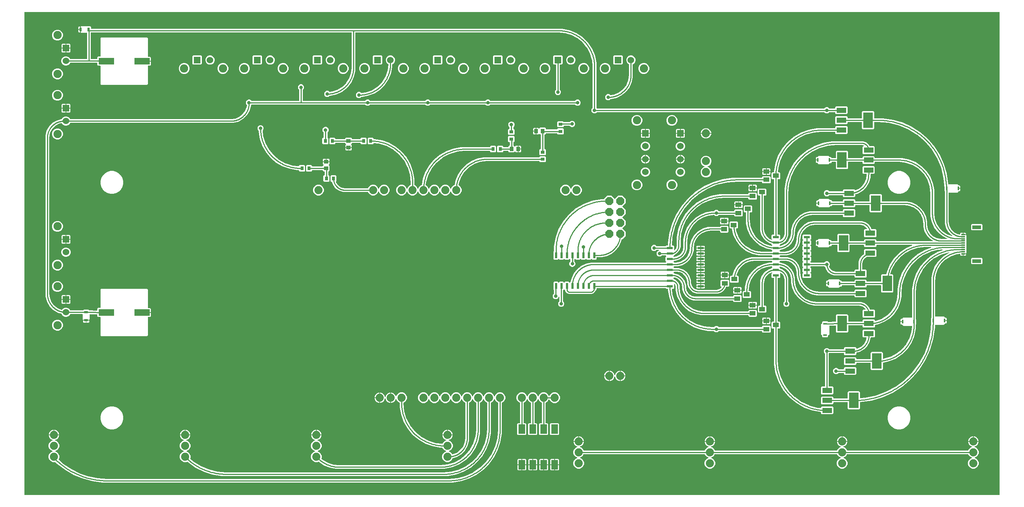
<source format=gbr>
G04 EAGLE Gerber RS-274X export*
G75*
%MOMM*%
%FSLAX34Y34*%
%LPD*%
%INBottom Copper*%
%IPPOS*%
%AMOC8*
5,1,8,0,0,1.08239X$1,22.5*%
G01*
G04 Define Apertures*
%ADD10R,3.606800X1.498600*%
%ADD11R,0.558800X0.889000*%
%ADD12R,0.889000X0.558800*%
%ADD13R,0.457200X0.838200*%
%ADD14R,0.838200X0.457200*%
%ADD15C,1.879600*%
%ADD16P,2.03446X8X112.5*%
%ADD17R,1.422400X0.558800*%
%ADD18R,0.930000X0.790000*%
%ADD19R,0.790000X0.930000*%
%ADD20R,0.860000X0.980000*%
%ADD21R,0.980000X0.860000*%
%ADD22R,0.558800X1.422400*%
%ADD23R,2.235000X1.219000*%
%ADD24R,2.200000X3.600000*%
%ADD25R,1.400000X1.000000*%
%ADD26R,1.530000X1.530000*%
%ADD27C,1.530000*%
%ADD28C,1.905000*%
%ADD29R,1.520000X2.160000*%
%ADD30R,0.889000X0.330200*%
%ADD31R,2.057400X0.838200*%
%ADD32C,0.254000*%
%ADD33C,0.812800*%
G36*
X2275375Y10220D02*
X2275625Y10392D01*
X2275789Y10647D01*
X2275840Y10922D01*
X2275840Y1132078D01*
X2275780Y1132375D01*
X2275608Y1132625D01*
X2275353Y1132789D01*
X2275078Y1132840D01*
X10922Y1132840D01*
X10625Y1132780D01*
X10375Y1132608D01*
X10211Y1132353D01*
X10160Y1132078D01*
X10160Y10922D01*
X10220Y10625D01*
X10392Y10375D01*
X10647Y10211D01*
X10922Y10160D01*
X2275078Y10160D01*
X2275375Y10220D01*
G37*
%LPC*%
G36*
X1895862Y895347D02*
X1894077Y897132D01*
X1894077Y899310D01*
X1894017Y899607D01*
X1893845Y899858D01*
X1893590Y900021D01*
X1893309Y900072D01*
X1880618Y899971D01*
X1880321Y899908D01*
X1880085Y899748D01*
X1878549Y898211D01*
X1875935Y897128D01*
X1873105Y897128D01*
X1870491Y898211D01*
X1869003Y899699D01*
X1868750Y899866D01*
X1868465Y899922D01*
X1340826Y899922D01*
X1340528Y899862D01*
X1340287Y899699D01*
X1338799Y898211D01*
X1336185Y897128D01*
X1333355Y897128D01*
X1330741Y898211D01*
X1328741Y900211D01*
X1327658Y902825D01*
X1327658Y905655D01*
X1328741Y908269D01*
X1330229Y909757D01*
X1330396Y910010D01*
X1330452Y910296D01*
X1330452Y1005840D01*
X1330448Y1005915D01*
X1328935Y1021276D01*
X1328906Y1021423D01*
X1324425Y1036194D01*
X1324368Y1036332D01*
X1317092Y1049945D01*
X1317009Y1050069D01*
X1307217Y1062001D01*
X1307111Y1062107D01*
X1295179Y1071899D01*
X1295055Y1071982D01*
X1281442Y1079258D01*
X1281304Y1079315D01*
X1266533Y1083796D01*
X1266386Y1083825D01*
X1251025Y1085338D01*
X1250950Y1085342D01*
X779780Y1085342D01*
X779483Y1085282D01*
X779233Y1085110D01*
X779069Y1084855D01*
X779018Y1084580D01*
X779018Y995945D01*
X775745Y981604D01*
X769362Y968350D01*
X760191Y956849D01*
X748690Y947678D01*
X735436Y941295D01*
X721095Y938022D01*
X719796Y938022D01*
X719498Y937962D01*
X719257Y937799D01*
X717769Y936311D01*
X715155Y935228D01*
X712325Y935228D01*
X709711Y936311D01*
X707711Y938311D01*
X706628Y940925D01*
X706628Y943755D01*
X707711Y946369D01*
X709711Y948369D01*
X712325Y949452D01*
X715155Y949452D01*
X717769Y948369D01*
X718644Y947494D01*
X718896Y947327D01*
X719268Y947276D01*
X726260Y948064D01*
X726426Y948102D01*
X738237Y952235D01*
X738391Y952309D01*
X748986Y958966D01*
X749119Y959072D01*
X757968Y967921D01*
X758074Y968054D01*
X764731Y978649D01*
X764805Y978803D01*
X768938Y990614D01*
X768976Y990780D01*
X770377Y1003215D01*
X770382Y1003300D01*
X770382Y1084580D01*
X770322Y1084877D01*
X770150Y1085127D01*
X769895Y1085291D01*
X769620Y1085342D01*
X165100Y1085342D01*
X164803Y1085282D01*
X164553Y1085110D01*
X164389Y1084855D01*
X164338Y1084580D01*
X164338Y1024100D01*
X164398Y1023803D01*
X164570Y1023553D01*
X164825Y1023389D01*
X165100Y1023338D01*
X178562Y1023338D01*
X178859Y1023398D01*
X179109Y1023570D01*
X179273Y1023825D01*
X179324Y1024100D01*
X179324Y1027296D01*
X181109Y1029081D01*
X186055Y1029081D01*
X186352Y1029141D01*
X186602Y1029313D01*
X186766Y1029568D01*
X186817Y1029843D01*
X186817Y1070587D01*
X186841Y1070975D01*
X186926Y1071412D01*
X187073Y1071828D01*
X187278Y1072218D01*
X187538Y1072575D01*
X187846Y1072891D01*
X188196Y1073158D01*
X188582Y1073373D01*
X188994Y1073529D01*
X189425Y1073624D01*
X189893Y1073658D01*
X293982Y1073658D01*
X294370Y1073634D01*
X294807Y1073549D01*
X295223Y1073402D01*
X295613Y1073197D01*
X295970Y1072938D01*
X296286Y1072629D01*
X296553Y1072279D01*
X296768Y1071893D01*
X296924Y1071481D01*
X297019Y1071050D01*
X297053Y1070582D01*
X297053Y1029335D01*
X297113Y1029038D01*
X297285Y1028788D01*
X297540Y1028624D01*
X297815Y1028573D01*
X302550Y1028573D01*
X304038Y1027085D01*
X304038Y1019302D01*
X282702Y1019302D01*
X282702Y1017778D01*
X304038Y1017778D01*
X304038Y1009995D01*
X302550Y1008507D01*
X297815Y1008507D01*
X297518Y1008447D01*
X297268Y1008275D01*
X297104Y1008020D01*
X297053Y1007745D01*
X297053Y966493D01*
X297029Y966105D01*
X296944Y965668D01*
X296797Y965252D01*
X296592Y964862D01*
X296333Y964505D01*
X296024Y964189D01*
X295674Y963922D01*
X295288Y963707D01*
X294876Y963551D01*
X294445Y963456D01*
X293977Y963422D01*
X189888Y963422D01*
X189500Y963446D01*
X189063Y963531D01*
X188647Y963678D01*
X188257Y963883D01*
X187900Y964143D01*
X187584Y964451D01*
X187317Y964801D01*
X187102Y965187D01*
X186946Y965599D01*
X186851Y966030D01*
X186817Y966498D01*
X186817Y1007237D01*
X186757Y1007534D01*
X186585Y1007784D01*
X186330Y1007948D01*
X186055Y1007999D01*
X181109Y1007999D01*
X179324Y1009784D01*
X179324Y1013940D01*
X179264Y1014237D01*
X179092Y1014487D01*
X178837Y1014651D01*
X178562Y1014702D01*
X116980Y1014702D01*
X116683Y1014642D01*
X116433Y1014470D01*
X116276Y1014232D01*
X115749Y1012960D01*
X112740Y1009951D01*
X108808Y1008322D01*
X104552Y1008322D01*
X100620Y1009951D01*
X97611Y1012960D01*
X95982Y1016892D01*
X95982Y1021148D01*
X97611Y1025080D01*
X100620Y1028089D01*
X104552Y1029718D01*
X108808Y1029718D01*
X112740Y1028089D01*
X115749Y1025080D01*
X116276Y1023808D01*
X116446Y1023557D01*
X116700Y1023391D01*
X116980Y1023338D01*
X154940Y1023338D01*
X155237Y1023398D01*
X155487Y1023570D01*
X155651Y1023825D01*
X155702Y1024100D01*
X155702Y1083691D01*
X155642Y1083988D01*
X155470Y1084238D01*
X155215Y1084402D01*
X154940Y1084453D01*
X143152Y1084453D01*
X142764Y1084477D01*
X142327Y1084562D01*
X141911Y1084709D01*
X141521Y1084914D01*
X141351Y1085038D01*
X141351Y1099364D01*
X141460Y1099447D01*
X141846Y1099662D01*
X142258Y1099818D01*
X142689Y1099913D01*
X143157Y1099947D01*
X156568Y1099947D01*
X156956Y1099923D01*
X157393Y1099838D01*
X157680Y1099736D01*
X157933Y1099693D01*
X163188Y1099693D01*
X164973Y1097908D01*
X164973Y1094740D01*
X165033Y1094443D01*
X165205Y1094193D01*
X165460Y1094029D01*
X165735Y1093978D01*
X1259631Y1093978D01*
X1276659Y1090591D01*
X1292699Y1083947D01*
X1307135Y1074301D01*
X1319411Y1062025D01*
X1329057Y1047589D01*
X1335701Y1031549D01*
X1339088Y1014521D01*
X1339088Y910296D01*
X1339148Y909998D01*
X1339311Y909757D01*
X1340287Y908781D01*
X1340540Y908614D01*
X1340826Y908558D01*
X1868465Y908558D01*
X1868762Y908618D01*
X1869003Y908781D01*
X1870491Y910269D01*
X1873105Y911352D01*
X1875935Y911352D01*
X1878549Y910269D01*
X1879988Y908829D01*
X1880241Y908662D01*
X1880533Y908606D01*
X1893321Y908709D01*
X1893618Y908771D01*
X1893867Y908945D01*
X1894028Y909202D01*
X1894077Y909471D01*
X1894077Y911848D01*
X1895862Y913633D01*
X1920738Y913633D01*
X1922523Y911848D01*
X1922523Y897132D01*
X1920738Y895347D01*
X1895862Y895347D01*
G37*
G36*
X135255Y1092962D02*
X135255Y1097697D01*
X136743Y1099185D01*
X139827Y1099185D01*
X139827Y1092962D01*
X135255Y1092962D01*
G37*
G36*
X84579Y1066447D02*
X79958Y1068361D01*
X76421Y1071898D01*
X74507Y1076519D01*
X74507Y1081521D01*
X76421Y1086142D01*
X79958Y1089679D01*
X84579Y1091593D01*
X89581Y1091593D01*
X94202Y1089679D01*
X97739Y1086142D01*
X99653Y1081521D01*
X99653Y1076519D01*
X97739Y1071898D01*
X94202Y1068361D01*
X89581Y1066447D01*
X84579Y1066447D01*
G37*
G36*
X136743Y1085215D02*
X135255Y1086703D01*
X135255Y1091438D01*
X139827Y1091438D01*
X139827Y1085215D01*
X136743Y1085215D01*
G37*
G36*
X96490Y1049782D02*
X96490Y1057722D01*
X97978Y1059210D01*
X105918Y1059210D01*
X105918Y1049782D01*
X96490Y1049782D01*
G37*
G36*
X107442Y1049782D02*
X107442Y1059210D01*
X115382Y1059210D01*
X116870Y1057722D01*
X116870Y1049782D01*
X107442Y1049782D01*
G37*
G36*
X97978Y1038830D02*
X96490Y1040318D01*
X96490Y1048258D01*
X105918Y1048258D01*
X105918Y1038830D01*
X97978Y1038830D01*
G37*
G36*
X107442Y1038830D02*
X107442Y1048258D01*
X116870Y1048258D01*
X116870Y1040318D01*
X115382Y1038830D01*
X107442Y1038830D01*
G37*
G36*
X821667Y1010382D02*
X819882Y1012167D01*
X819882Y1029993D01*
X821667Y1031778D01*
X839493Y1031778D01*
X841278Y1029993D01*
X841278Y1012167D01*
X839493Y1010382D01*
X821667Y1010382D01*
G37*
G36*
X718752Y1010382D02*
X714820Y1012011D01*
X711811Y1015020D01*
X710182Y1018952D01*
X710182Y1023208D01*
X711811Y1027140D01*
X714820Y1030149D01*
X718752Y1031778D01*
X723008Y1031778D01*
X726940Y1030149D01*
X729949Y1027140D01*
X731578Y1023208D01*
X731578Y1018952D01*
X729949Y1015020D01*
X726940Y1012011D01*
X723008Y1010382D01*
X718752Y1010382D01*
G37*
G36*
X402567Y1010382D02*
X400782Y1012167D01*
X400782Y1029993D01*
X402567Y1031778D01*
X420393Y1031778D01*
X422178Y1029993D01*
X422178Y1012167D01*
X420393Y1010382D01*
X402567Y1010382D01*
G37*
G36*
X681967Y1010382D02*
X680182Y1012167D01*
X680182Y1029993D01*
X681967Y1031778D01*
X699793Y1031778D01*
X701578Y1029993D01*
X701578Y1012167D01*
X699793Y1010382D01*
X681967Y1010382D01*
G37*
G36*
X579052Y1010382D02*
X575120Y1012011D01*
X572111Y1015020D01*
X570482Y1018952D01*
X570482Y1023208D01*
X572111Y1027140D01*
X575120Y1030149D01*
X579052Y1031778D01*
X583308Y1031778D01*
X587240Y1030149D01*
X590249Y1027140D01*
X591878Y1023208D01*
X591878Y1018952D01*
X590249Y1015020D01*
X587240Y1012011D01*
X583308Y1010382D01*
X579052Y1010382D01*
G37*
G36*
X542267Y1010382D02*
X540482Y1012167D01*
X540482Y1029993D01*
X542267Y1031778D01*
X560093Y1031778D01*
X561878Y1029993D01*
X561878Y1012167D01*
X560093Y1010382D01*
X542267Y1010382D01*
G37*
G36*
X1365105Y927608D02*
X1362491Y928691D01*
X1360491Y930691D01*
X1359408Y933305D01*
X1359408Y936135D01*
X1360491Y938749D01*
X1362491Y940749D01*
X1365105Y941832D01*
X1367935Y941832D01*
X1370549Y940749D01*
X1371424Y939874D01*
X1371677Y939706D01*
X1372062Y939657D01*
X1379571Y940646D01*
X1379764Y940697D01*
X1391097Y945391D01*
X1391269Y945491D01*
X1401001Y952959D01*
X1401141Y953099D01*
X1408609Y962831D01*
X1408709Y963003D01*
X1413403Y974337D01*
X1413454Y974529D01*
X1415055Y986691D01*
X1415062Y986790D01*
X1415062Y1010780D01*
X1415002Y1011077D01*
X1414830Y1011327D01*
X1414592Y1011484D01*
X1413320Y1012011D01*
X1410311Y1015020D01*
X1408682Y1018952D01*
X1408682Y1023208D01*
X1410311Y1027140D01*
X1413320Y1030149D01*
X1417252Y1031778D01*
X1421508Y1031778D01*
X1425440Y1030149D01*
X1428449Y1027140D01*
X1430078Y1023208D01*
X1430078Y1018952D01*
X1428449Y1015020D01*
X1425440Y1012011D01*
X1424168Y1011484D01*
X1423917Y1011315D01*
X1423751Y1011060D01*
X1423698Y1010780D01*
X1423698Y980437D01*
X1420870Y968048D01*
X1415357Y956600D01*
X1407435Y946665D01*
X1397500Y938743D01*
X1386052Y933230D01*
X1373663Y930402D01*
X1372576Y930402D01*
X1372278Y930342D01*
X1372037Y930179D01*
X1370549Y928691D01*
X1367935Y927608D01*
X1365105Y927608D01*
G37*
G36*
X1277552Y1010382D02*
X1273620Y1012011D01*
X1270611Y1015020D01*
X1268982Y1018952D01*
X1268982Y1023208D01*
X1270611Y1027140D01*
X1273620Y1030149D01*
X1277552Y1031778D01*
X1281808Y1031778D01*
X1285740Y1030149D01*
X1288749Y1027140D01*
X1290378Y1023208D01*
X1290378Y1018952D01*
X1288749Y1015020D01*
X1285740Y1012011D01*
X1281808Y1010382D01*
X1277552Y1010382D01*
G37*
G36*
X1248265Y939698D02*
X1245651Y940781D01*
X1243651Y942781D01*
X1242568Y945395D01*
X1242568Y948225D01*
X1243651Y950839D01*
X1245139Y952327D01*
X1245306Y952580D01*
X1245362Y952866D01*
X1245362Y1009620D01*
X1245302Y1009917D01*
X1245130Y1010167D01*
X1244875Y1010331D01*
X1244600Y1010382D01*
X1240767Y1010382D01*
X1238982Y1012167D01*
X1238982Y1029993D01*
X1240767Y1031778D01*
X1258593Y1031778D01*
X1260378Y1029993D01*
X1260378Y1012167D01*
X1258593Y1010382D01*
X1254760Y1010382D01*
X1254463Y1010322D01*
X1254213Y1010150D01*
X1254049Y1009895D01*
X1253998Y1009620D01*
X1253998Y952866D01*
X1254058Y952568D01*
X1254221Y952327D01*
X1255709Y950839D01*
X1256792Y948225D01*
X1256792Y945395D01*
X1255709Y942781D01*
X1253709Y940781D01*
X1251095Y939698D01*
X1248265Y939698D01*
G37*
G36*
X1137852Y1010382D02*
X1133920Y1012011D01*
X1130911Y1015020D01*
X1129282Y1018952D01*
X1129282Y1023208D01*
X1130911Y1027140D01*
X1133920Y1030149D01*
X1137852Y1031778D01*
X1142108Y1031778D01*
X1146040Y1030149D01*
X1149049Y1027140D01*
X1150678Y1023208D01*
X1150678Y1018952D01*
X1149049Y1015020D01*
X1146040Y1012011D01*
X1142108Y1010382D01*
X1137852Y1010382D01*
G37*
G36*
X1101067Y1010382D02*
X1099282Y1012167D01*
X1099282Y1029993D01*
X1101067Y1031778D01*
X1118893Y1031778D01*
X1120678Y1029993D01*
X1120678Y1012167D01*
X1118893Y1010382D01*
X1101067Y1010382D01*
G37*
G36*
X998152Y1010382D02*
X994220Y1012011D01*
X991211Y1015020D01*
X989582Y1018952D01*
X989582Y1023208D01*
X991211Y1027140D01*
X994220Y1030149D01*
X998152Y1031778D01*
X1002408Y1031778D01*
X1006340Y1030149D01*
X1009349Y1027140D01*
X1010978Y1023208D01*
X1010978Y1018952D01*
X1009349Y1015020D01*
X1006340Y1012011D01*
X1002408Y1010382D01*
X998152Y1010382D01*
G37*
G36*
X961367Y1010382D02*
X959582Y1012167D01*
X959582Y1029993D01*
X961367Y1031778D01*
X979193Y1031778D01*
X980978Y1029993D01*
X980978Y1012167D01*
X979193Y1010382D01*
X961367Y1010382D01*
G37*
G36*
X439352Y1010382D02*
X435420Y1012011D01*
X432411Y1015020D01*
X430782Y1018952D01*
X430782Y1023208D01*
X432411Y1027140D01*
X435420Y1030149D01*
X439352Y1031778D01*
X443608Y1031778D01*
X447540Y1030149D01*
X450549Y1027140D01*
X452178Y1023208D01*
X452178Y1018952D01*
X450549Y1015020D01*
X447540Y1012011D01*
X443608Y1010382D01*
X439352Y1010382D01*
G37*
G36*
X1380467Y1010382D02*
X1378682Y1012167D01*
X1378682Y1029993D01*
X1380467Y1031778D01*
X1398293Y1031778D01*
X1400078Y1029993D01*
X1400078Y1012167D01*
X1398293Y1010382D01*
X1380467Y1010382D01*
G37*
G36*
X785985Y932688D02*
X783371Y933771D01*
X781371Y935771D01*
X780288Y938385D01*
X780288Y941215D01*
X781371Y943829D01*
X783371Y945829D01*
X785985Y946912D01*
X788815Y946912D01*
X791429Y945829D01*
X792384Y944874D01*
X792636Y944707D01*
X793008Y944656D01*
X803253Y945810D01*
X803420Y945848D01*
X817646Y950827D01*
X817800Y950901D01*
X830563Y958920D01*
X830696Y959026D01*
X841354Y969684D01*
X841460Y969818D01*
X849479Y982580D01*
X849553Y982734D01*
X854532Y996960D01*
X854570Y997127D01*
X856105Y1010758D01*
X856079Y1011060D01*
X855936Y1011327D01*
X855640Y1011547D01*
X854520Y1012011D01*
X851511Y1015020D01*
X849882Y1018952D01*
X849882Y1023208D01*
X851511Y1027140D01*
X854520Y1030149D01*
X858452Y1031778D01*
X862708Y1031778D01*
X866640Y1030149D01*
X869649Y1027140D01*
X871278Y1023208D01*
X871278Y1018952D01*
X869649Y1015020D01*
X866640Y1012011D01*
X865368Y1011484D01*
X865117Y1011315D01*
X864951Y1011060D01*
X864898Y1010780D01*
X864898Y1004635D01*
X861950Y989815D01*
X856168Y975855D01*
X847773Y963291D01*
X837089Y952607D01*
X824525Y944212D01*
X810565Y938430D01*
X795745Y935482D01*
X793456Y935482D01*
X793158Y935422D01*
X792917Y935259D01*
X791429Y933771D01*
X788815Y932688D01*
X785985Y932688D01*
G37*
G36*
X378979Y988907D02*
X374358Y990821D01*
X370821Y994358D01*
X368907Y998979D01*
X368907Y1003981D01*
X370821Y1008602D01*
X374358Y1012139D01*
X378979Y1014053D01*
X383981Y1014053D01*
X388602Y1012139D01*
X392139Y1008602D01*
X394053Y1003981D01*
X394053Y998979D01*
X392139Y994358D01*
X388602Y990821D01*
X383981Y988907D01*
X378979Y988907D01*
G37*
G36*
X748379Y988907D02*
X743758Y990821D01*
X740221Y994358D01*
X738307Y998979D01*
X738307Y1003981D01*
X740221Y1008602D01*
X743758Y1012139D01*
X748379Y1014053D01*
X753381Y1014053D01*
X758002Y1012139D01*
X761539Y1008602D01*
X763453Y1003981D01*
X763453Y998979D01*
X761539Y994358D01*
X758002Y990821D01*
X753381Y988907D01*
X748379Y988907D01*
G37*
G36*
X888079Y988907D02*
X883458Y990821D01*
X879921Y994358D01*
X878007Y998979D01*
X878007Y1003981D01*
X879921Y1008602D01*
X883458Y1012139D01*
X888079Y1014053D01*
X893081Y1014053D01*
X897702Y1012139D01*
X901239Y1008602D01*
X903153Y1003981D01*
X903153Y998979D01*
X901239Y994358D01*
X897702Y990821D01*
X893081Y988907D01*
X888079Y988907D01*
G37*
G36*
X658379Y988907D02*
X653758Y990821D01*
X650221Y994358D01*
X648307Y998979D01*
X648307Y1003981D01*
X650221Y1008602D01*
X653758Y1012139D01*
X658379Y1014053D01*
X663381Y1014053D01*
X668002Y1012139D01*
X671539Y1008602D01*
X673453Y1003981D01*
X673453Y998979D01*
X671539Y994358D01*
X668002Y990821D01*
X663381Y988907D01*
X658379Y988907D01*
G37*
G36*
X468979Y988907D02*
X464358Y990821D01*
X460821Y994358D01*
X458907Y998979D01*
X458907Y1003981D01*
X460821Y1008602D01*
X464358Y1012139D01*
X468979Y1014053D01*
X473981Y1014053D01*
X478602Y1012139D01*
X482139Y1008602D01*
X484053Y1003981D01*
X484053Y998979D01*
X482139Y994358D01*
X478602Y990821D01*
X473981Y988907D01*
X468979Y988907D01*
G37*
G36*
X518679Y988907D02*
X514058Y990821D01*
X510521Y994358D01*
X508607Y998979D01*
X508607Y1003981D01*
X510521Y1008602D01*
X514058Y1012139D01*
X518679Y1014053D01*
X523681Y1014053D01*
X528302Y1012139D01*
X531839Y1008602D01*
X533753Y1003981D01*
X533753Y998979D01*
X531839Y994358D01*
X528302Y990821D01*
X523681Y988907D01*
X518679Y988907D01*
G37*
G36*
X608679Y988907D02*
X604058Y990821D01*
X600521Y994358D01*
X598607Y998979D01*
X598607Y1003981D01*
X600521Y1008602D01*
X604058Y1012139D01*
X608679Y1014053D01*
X613681Y1014053D01*
X618302Y1012139D01*
X621839Y1008602D01*
X623753Y1003981D01*
X623753Y998979D01*
X621839Y994358D01*
X618302Y990821D01*
X613681Y988907D01*
X608679Y988907D01*
G37*
G36*
X798079Y988907D02*
X793458Y990821D01*
X789921Y994358D01*
X788007Y998979D01*
X788007Y1003981D01*
X789921Y1008602D01*
X793458Y1012139D01*
X798079Y1014053D01*
X803081Y1014053D01*
X807702Y1012139D01*
X811239Y1008602D01*
X813153Y1003981D01*
X813153Y998979D01*
X811239Y994358D01*
X807702Y990821D01*
X803081Y988907D01*
X798079Y988907D01*
G37*
G36*
X1356879Y988907D02*
X1352258Y990821D01*
X1348721Y994358D01*
X1346807Y998979D01*
X1346807Y1003981D01*
X1348721Y1008602D01*
X1352258Y1012139D01*
X1356879Y1014053D01*
X1361881Y1014053D01*
X1366502Y1012139D01*
X1370039Y1008602D01*
X1371953Y1003981D01*
X1371953Y998979D01*
X1370039Y994358D01*
X1366502Y990821D01*
X1361881Y988907D01*
X1356879Y988907D01*
G37*
G36*
X1307179Y988907D02*
X1302558Y990821D01*
X1299021Y994358D01*
X1297107Y998979D01*
X1297107Y1003981D01*
X1299021Y1008602D01*
X1302558Y1012139D01*
X1307179Y1014053D01*
X1312181Y1014053D01*
X1316802Y1012139D01*
X1320339Y1008602D01*
X1322253Y1003981D01*
X1322253Y998979D01*
X1320339Y994358D01*
X1316802Y990821D01*
X1312181Y988907D01*
X1307179Y988907D01*
G37*
G36*
X1217179Y988907D02*
X1212558Y990821D01*
X1209021Y994358D01*
X1207107Y998979D01*
X1207107Y1003981D01*
X1209021Y1008602D01*
X1212558Y1012139D01*
X1217179Y1014053D01*
X1222181Y1014053D01*
X1226802Y1012139D01*
X1230339Y1008602D01*
X1232253Y1003981D01*
X1232253Y998979D01*
X1230339Y994358D01*
X1226802Y990821D01*
X1222181Y988907D01*
X1217179Y988907D01*
G37*
G36*
X1167479Y988907D02*
X1162858Y990821D01*
X1159321Y994358D01*
X1157407Y998979D01*
X1157407Y1003981D01*
X1159321Y1008602D01*
X1162858Y1012139D01*
X1167479Y1014053D01*
X1172481Y1014053D01*
X1177102Y1012139D01*
X1180639Y1008602D01*
X1182553Y1003981D01*
X1182553Y998979D01*
X1180639Y994358D01*
X1177102Y990821D01*
X1172481Y988907D01*
X1167479Y988907D01*
G37*
G36*
X1077479Y988907D02*
X1072858Y990821D01*
X1069321Y994358D01*
X1067407Y998979D01*
X1067407Y1003981D01*
X1069321Y1008602D01*
X1072858Y1012139D01*
X1077479Y1014053D01*
X1082481Y1014053D01*
X1087102Y1012139D01*
X1090639Y1008602D01*
X1092553Y1003981D01*
X1092553Y998979D01*
X1090639Y994358D01*
X1087102Y990821D01*
X1082481Y988907D01*
X1077479Y988907D01*
G37*
G36*
X1446879Y988907D02*
X1442258Y990821D01*
X1438721Y994358D01*
X1436807Y998979D01*
X1436807Y1003981D01*
X1438721Y1008602D01*
X1442258Y1012139D01*
X1446879Y1014053D01*
X1451881Y1014053D01*
X1456502Y1012139D01*
X1460039Y1008602D01*
X1461953Y1003981D01*
X1461953Y998979D01*
X1460039Y994358D01*
X1456502Y990821D01*
X1451881Y988907D01*
X1446879Y988907D01*
G37*
G36*
X937779Y988907D02*
X933158Y990821D01*
X929621Y994358D01*
X927707Y998979D01*
X927707Y1003981D01*
X929621Y1008602D01*
X933158Y1012139D01*
X937779Y1014053D01*
X942781Y1014053D01*
X947402Y1012139D01*
X950939Y1008602D01*
X952853Y1003981D01*
X952853Y998979D01*
X950939Y994358D01*
X947402Y990821D01*
X942781Y988907D01*
X937779Y988907D01*
G37*
G36*
X1027779Y988907D02*
X1023158Y990821D01*
X1019621Y994358D01*
X1017707Y998979D01*
X1017707Y1003981D01*
X1019621Y1008602D01*
X1023158Y1012139D01*
X1027779Y1014053D01*
X1032781Y1014053D01*
X1037402Y1012139D01*
X1040939Y1008602D01*
X1042853Y1003981D01*
X1042853Y998979D01*
X1040939Y994358D01*
X1037402Y990821D01*
X1032781Y988907D01*
X1027779Y988907D01*
G37*
G36*
X84579Y976447D02*
X79958Y978361D01*
X76421Y981898D01*
X74507Y986519D01*
X74507Y991521D01*
X76421Y996142D01*
X79958Y999679D01*
X84579Y1001593D01*
X89581Y1001593D01*
X94202Y999679D01*
X97739Y996142D01*
X99653Y991521D01*
X99653Y986519D01*
X97739Y981898D01*
X94202Y978361D01*
X89581Y976447D01*
X84579Y976447D01*
G37*
G36*
X189888Y379222D02*
X189500Y379246D01*
X189063Y379331D01*
X188647Y379478D01*
X188257Y379683D01*
X187900Y379943D01*
X187584Y380251D01*
X187317Y380601D01*
X187102Y380987D01*
X186946Y381399D01*
X186851Y381830D01*
X186817Y382298D01*
X186817Y423037D01*
X186757Y423334D01*
X186585Y423584D01*
X186330Y423748D01*
X186055Y423799D01*
X181109Y423799D01*
X179324Y425584D01*
X179324Y429438D01*
X179264Y429735D01*
X179092Y429985D01*
X178837Y430149D01*
X178568Y430200D01*
X162185Y430333D01*
X161888Y430276D01*
X161636Y430106D01*
X161471Y429852D01*
X161417Y429571D01*
X161417Y418742D01*
X161393Y418354D01*
X161308Y417917D01*
X161161Y417501D01*
X160956Y417111D01*
X160832Y416941D01*
X146506Y416941D01*
X146423Y417050D01*
X146208Y417436D01*
X146052Y417848D01*
X145957Y418279D01*
X145923Y418747D01*
X145923Y429659D01*
X145863Y429956D01*
X145691Y430206D01*
X145436Y430370D01*
X145163Y430421D01*
X116973Y430480D01*
X116675Y430421D01*
X116425Y430250D01*
X116267Y430010D01*
X115749Y428760D01*
X112740Y425751D01*
X108808Y424122D01*
X104552Y424122D01*
X100620Y425751D01*
X97611Y428760D01*
X96591Y431221D01*
X96422Y431473D01*
X96085Y431666D01*
X88346Y433739D01*
X77516Y439992D01*
X68672Y448836D01*
X62419Y459666D01*
X59182Y471747D01*
X59182Y846388D01*
X62105Y857298D01*
X67753Y867080D01*
X75740Y875067D01*
X85522Y880715D01*
X96529Y883664D01*
X96528Y883668D01*
X96677Y883698D01*
X96927Y883870D01*
X97084Y884108D01*
X97611Y885380D01*
X100620Y888389D01*
X104552Y890018D01*
X108808Y890018D01*
X112740Y888389D01*
X115749Y885380D01*
X116276Y884108D01*
X116446Y883857D01*
X116700Y883691D01*
X116980Y883638D01*
X490220Y883638D01*
X490319Y883645D01*
X499852Y884899D01*
X500044Y884951D01*
X508927Y888630D01*
X509099Y888730D01*
X516727Y894583D01*
X516867Y894723D01*
X522720Y902351D01*
X522820Y902523D01*
X526499Y911406D01*
X526551Y911598D01*
X527193Y916478D01*
X527172Y916780D01*
X526976Y917116D01*
X526101Y917991D01*
X525018Y920605D01*
X525018Y923435D01*
X526101Y926049D01*
X528101Y928049D01*
X530715Y929132D01*
X533545Y929132D01*
X536159Y928049D01*
X537647Y926561D01*
X537900Y926394D01*
X538186Y926338D01*
X647700Y926338D01*
X647997Y926398D01*
X648247Y926570D01*
X648411Y926825D01*
X648462Y927100D01*
X648462Y951525D01*
X648402Y951822D01*
X648239Y952063D01*
X646751Y953551D01*
X645668Y956165D01*
X645668Y958995D01*
X646751Y961609D01*
X648751Y963609D01*
X651365Y964692D01*
X654195Y964692D01*
X656809Y963609D01*
X658809Y961609D01*
X659892Y958995D01*
X659892Y956165D01*
X658809Y953551D01*
X657321Y952063D01*
X657154Y951810D01*
X657098Y951525D01*
X657098Y927100D01*
X657158Y926803D01*
X657330Y926553D01*
X657585Y926389D01*
X657860Y926338D01*
X801665Y926338D01*
X801962Y926398D01*
X802203Y926561D01*
X803691Y928049D01*
X806305Y929132D01*
X809135Y929132D01*
X811749Y928049D01*
X813237Y926561D01*
X813490Y926394D01*
X813776Y926338D01*
X941365Y926338D01*
X941662Y926398D01*
X941903Y926561D01*
X943391Y928049D01*
X946005Y929132D01*
X948835Y929132D01*
X951449Y928049D01*
X952937Y926561D01*
X953190Y926394D01*
X953476Y926338D01*
X1081065Y926338D01*
X1081362Y926398D01*
X1081603Y926561D01*
X1083091Y928049D01*
X1085705Y929132D01*
X1088535Y929132D01*
X1091149Y928049D01*
X1092637Y926561D01*
X1092890Y926394D01*
X1093176Y926338D01*
X1289345Y926338D01*
X1289642Y926398D01*
X1289883Y926561D01*
X1291371Y928049D01*
X1293985Y929132D01*
X1296815Y929132D01*
X1299429Y928049D01*
X1301429Y926049D01*
X1302512Y923435D01*
X1302512Y920605D01*
X1301429Y917991D01*
X1299429Y915991D01*
X1296815Y914908D01*
X1293985Y914908D01*
X1291371Y915991D01*
X1289883Y917479D01*
X1289630Y917646D01*
X1289345Y917702D01*
X1093176Y917702D01*
X1092878Y917642D01*
X1092637Y917479D01*
X1091149Y915991D01*
X1088535Y914908D01*
X1085705Y914908D01*
X1083091Y915991D01*
X1081603Y917479D01*
X1081350Y917646D01*
X1081065Y917702D01*
X953476Y917702D01*
X953178Y917642D01*
X952937Y917479D01*
X951449Y915991D01*
X948835Y914908D01*
X946005Y914908D01*
X943391Y915991D01*
X941903Y917479D01*
X941650Y917646D01*
X941365Y917702D01*
X813776Y917702D01*
X813478Y917642D01*
X813237Y917479D01*
X811749Y915991D01*
X809135Y914908D01*
X806305Y914908D01*
X803691Y915991D01*
X802203Y917479D01*
X801950Y917646D01*
X801665Y917702D01*
X538186Y917702D01*
X537888Y917642D01*
X537647Y917479D01*
X536671Y916503D01*
X536504Y916250D01*
X536448Y915965D01*
X536448Y915144D01*
X533298Y903387D01*
X527212Y892845D01*
X518605Y884238D01*
X508063Y878152D01*
X496306Y875002D01*
X116980Y875002D01*
X116683Y874942D01*
X116433Y874770D01*
X116276Y874532D01*
X115749Y873260D01*
X112740Y870251D01*
X108808Y868622D01*
X104552Y868622D01*
X100620Y870251D01*
X97611Y873260D01*
X97435Y873684D01*
X97265Y873936D01*
X97011Y874101D01*
X96612Y874145D01*
X91609Y873353D01*
X91382Y873279D01*
X82043Y868521D01*
X81850Y868381D01*
X74439Y860970D01*
X74299Y860777D01*
X69541Y851438D01*
X69467Y851211D01*
X67827Y840859D01*
X67818Y840740D01*
X67818Y478000D01*
X67825Y477901D01*
X69123Y468040D01*
X69174Y467847D01*
X72980Y458658D01*
X73080Y458486D01*
X79135Y450595D01*
X79275Y450455D01*
X87166Y444400D01*
X87338Y444300D01*
X96527Y440494D01*
X96720Y440443D01*
X96813Y440430D01*
X97116Y440452D01*
X97386Y440589D01*
X97591Y440860D01*
X100620Y443889D01*
X104552Y445518D01*
X108808Y445518D01*
X112740Y443889D01*
X115749Y440880D01*
X116285Y439587D01*
X116455Y439335D01*
X116709Y439170D01*
X116987Y439116D01*
X146137Y439055D01*
X146434Y439115D01*
X146678Y439278D01*
X147962Y440563D01*
X159378Y440563D01*
X160740Y439200D01*
X160993Y439033D01*
X161273Y438977D01*
X178556Y438836D01*
X178853Y438894D01*
X179105Y439064D01*
X179271Y439318D01*
X179324Y439598D01*
X179324Y443096D01*
X181109Y444881D01*
X186055Y444881D01*
X186352Y444941D01*
X186602Y445113D01*
X186766Y445368D01*
X186817Y445643D01*
X186817Y486387D01*
X186841Y486775D01*
X186926Y487212D01*
X187073Y487628D01*
X187278Y488018D01*
X187538Y488375D01*
X187846Y488691D01*
X188196Y488958D01*
X188582Y489173D01*
X188994Y489329D01*
X189425Y489424D01*
X189893Y489458D01*
X293982Y489458D01*
X294370Y489434D01*
X294807Y489349D01*
X295223Y489202D01*
X295613Y488997D01*
X295970Y488738D01*
X296286Y488429D01*
X296553Y488079D01*
X296768Y487693D01*
X296924Y487281D01*
X297019Y486850D01*
X297053Y486382D01*
X297053Y445135D01*
X297113Y444838D01*
X297285Y444588D01*
X297540Y444424D01*
X297815Y444373D01*
X302550Y444373D01*
X304038Y442885D01*
X304038Y435102D01*
X282702Y435102D01*
X282702Y433578D01*
X304038Y433578D01*
X304038Y425795D01*
X302550Y424307D01*
X297815Y424307D01*
X297518Y424247D01*
X297268Y424075D01*
X297104Y423820D01*
X297053Y423545D01*
X297053Y382293D01*
X297029Y381905D01*
X296944Y381468D01*
X296797Y381052D01*
X296592Y380662D01*
X296333Y380305D01*
X296024Y379989D01*
X295674Y379722D01*
X295288Y379507D01*
X294876Y379351D01*
X294445Y379256D01*
X293977Y379222D01*
X189888Y379222D01*
G37*
G36*
X84579Y926747D02*
X79958Y928661D01*
X76421Y932198D01*
X74507Y936819D01*
X74507Y941821D01*
X76421Y946442D01*
X79958Y949979D01*
X84579Y951893D01*
X89581Y951893D01*
X94202Y949979D01*
X97739Y946442D01*
X99653Y941821D01*
X99653Y936819D01*
X97739Y932198D01*
X94202Y928661D01*
X89581Y926747D01*
X84579Y926747D01*
G37*
G36*
X107442Y910082D02*
X107442Y919510D01*
X115382Y919510D01*
X116870Y918022D01*
X116870Y910082D01*
X107442Y910082D01*
G37*
G36*
X96490Y910082D02*
X96490Y918022D01*
X97978Y919510D01*
X105918Y919510D01*
X105918Y910082D01*
X96490Y910082D01*
G37*
G36*
X107442Y899130D02*
X107442Y908558D01*
X116870Y908558D01*
X116870Y900618D01*
X115382Y899130D01*
X107442Y899130D01*
G37*
G36*
X97978Y899130D02*
X96490Y900618D01*
X96490Y908558D01*
X105918Y908558D01*
X105918Y899130D01*
X97978Y899130D01*
G37*
G36*
X1924997Y208822D02*
X1923212Y210607D01*
X1923212Y224790D01*
X1923152Y225087D01*
X1922980Y225337D01*
X1922725Y225501D01*
X1922450Y225552D01*
X1890265Y225552D01*
X1889968Y225492D01*
X1889718Y225320D01*
X1889554Y225065D01*
X1889503Y224790D01*
X1889503Y222512D01*
X1887718Y220727D01*
X1862842Y220727D01*
X1861057Y222512D01*
X1861057Y237228D01*
X1862842Y239013D01*
X1887718Y239013D01*
X1889503Y237228D01*
X1889503Y234950D01*
X1889563Y234653D01*
X1889735Y234403D01*
X1889990Y234239D01*
X1890265Y234188D01*
X1922450Y234188D01*
X1922747Y234248D01*
X1922997Y234420D01*
X1923161Y234675D01*
X1923212Y234950D01*
X1923212Y249133D01*
X1924997Y250918D01*
X1949523Y250918D01*
X1951308Y249133D01*
X1951308Y235919D01*
X1951368Y235621D01*
X1951540Y235371D01*
X1951795Y235208D01*
X1952124Y235159D01*
X1963913Y236002D01*
X1964020Y236017D01*
X1988835Y241415D01*
X1988939Y241446D01*
X2012733Y250320D01*
X2012832Y250366D01*
X2035120Y262536D01*
X2035212Y262595D01*
X2055541Y277813D01*
X2055623Y277885D01*
X2073580Y295841D01*
X2073651Y295924D01*
X2088870Y316253D01*
X2088929Y316345D01*
X2101099Y338633D01*
X2101144Y338732D01*
X2110019Y362526D01*
X2110050Y362630D01*
X2115448Y387445D01*
X2115463Y387552D01*
X2116983Y408809D01*
X2116944Y409110D01*
X2116762Y409402D01*
X2116328Y409836D01*
X2116328Y420744D01*
X2117111Y421527D01*
X2117279Y421779D01*
X2117334Y422066D01*
X2117214Y505088D01*
X2117211Y505103D01*
X2117211Y507195D01*
X2117208Y509278D01*
X2117211Y509294D01*
X2117211Y514362D01*
X2120008Y528422D01*
X2125494Y541667D01*
X2133459Y553587D01*
X2143595Y563724D01*
X2155515Y571688D01*
X2158341Y572859D01*
X2158592Y573028D01*
X2158758Y573282D01*
X2158811Y573581D01*
X2158743Y573876D01*
X2158566Y574122D01*
X2158307Y574280D01*
X2158007Y574323D01*
X2157828Y574292D01*
X2140616Y569071D01*
X2140478Y569013D01*
X2124011Y560211D01*
X2123887Y560128D01*
X2109453Y548283D01*
X2109347Y548177D01*
X2097502Y533743D01*
X2097419Y533619D01*
X2088616Y517152D01*
X2088559Y517014D01*
X2083139Y499145D01*
X2083110Y498999D01*
X2081280Y480417D01*
X2081276Y480342D01*
X2081276Y419535D01*
X2081336Y419238D01*
X2081499Y418996D01*
X2082292Y418204D01*
X2082292Y407296D01*
X2081499Y406504D01*
X2081332Y406251D01*
X2081276Y405965D01*
X2081276Y396449D01*
X2077889Y379421D01*
X2071245Y363381D01*
X2061599Y348945D01*
X2049323Y336669D01*
X2034887Y327023D01*
X2018847Y320379D01*
X2005261Y317677D01*
X2004982Y317560D01*
X2004770Y317343D01*
X2004648Y316929D01*
X2004648Y302047D01*
X2002863Y300262D01*
X1978337Y300262D01*
X1976552Y302047D01*
X1976552Y316230D01*
X1976492Y316527D01*
X1976320Y316777D01*
X1976065Y316941D01*
X1975790Y316992D01*
X1943605Y316992D01*
X1943308Y316932D01*
X1943058Y316760D01*
X1942894Y316505D01*
X1942843Y316230D01*
X1942843Y313952D01*
X1941058Y312167D01*
X1916182Y312167D01*
X1914397Y313952D01*
X1914397Y328668D01*
X1916182Y330453D01*
X1941058Y330453D01*
X1942843Y328668D01*
X1942843Y326390D01*
X1942903Y326093D01*
X1943075Y325843D01*
X1943330Y325679D01*
X1943605Y325628D01*
X1975790Y325628D01*
X1976087Y325688D01*
X1976337Y325860D01*
X1976501Y326115D01*
X1976552Y326390D01*
X1976552Y340573D01*
X1978337Y342358D01*
X2002863Y342358D01*
X2004648Y340573D01*
X2004648Y327599D01*
X2004708Y327301D01*
X2004880Y327051D01*
X2005135Y326888D01*
X2005485Y326840D01*
X2008574Y327145D01*
X2008721Y327174D01*
X2023492Y331655D01*
X2023630Y331712D01*
X2037243Y338988D01*
X2037367Y339071D01*
X2049299Y348863D01*
X2049405Y348969D01*
X2059197Y360901D01*
X2059280Y361025D01*
X2066556Y374638D01*
X2066613Y374776D01*
X2071094Y389547D01*
X2071123Y389694D01*
X2072361Y402261D01*
X2072330Y402563D01*
X2072184Y402829D01*
X2071946Y403016D01*
X2071603Y403098D01*
X2053232Y403098D01*
X2052844Y403122D01*
X2052407Y403207D01*
X2051991Y403354D01*
X2051601Y403559D01*
X2051244Y403819D01*
X2050928Y404127D01*
X2050661Y404477D01*
X2050446Y404863D01*
X2050290Y405275D01*
X2050258Y405421D01*
X2050135Y405699D01*
X2049913Y405906D01*
X2049514Y406019D01*
X2047204Y406019D01*
X2045716Y407507D01*
X2045716Y411988D01*
X2051304Y411988D01*
X2051304Y413512D01*
X2045716Y413512D01*
X2045716Y417993D01*
X2047204Y419481D01*
X2049511Y419481D01*
X2049808Y419541D01*
X2050058Y419713D01*
X2050259Y420096D01*
X2050270Y420156D01*
X2050417Y420572D01*
X2050622Y420962D01*
X2050882Y421319D01*
X2051190Y421635D01*
X2051540Y421902D01*
X2051926Y422117D01*
X2052338Y422273D01*
X2052769Y422368D01*
X2053237Y422402D01*
X2071878Y422402D01*
X2072175Y422462D01*
X2072425Y422634D01*
X2072589Y422889D01*
X2072640Y423164D01*
X2072640Y489497D01*
X2075820Y507530D01*
X2082082Y524737D01*
X2091238Y540595D01*
X2103008Y554622D01*
X2117035Y566392D01*
X2132893Y575547D01*
X2143018Y579233D01*
X2143276Y579391D01*
X2143453Y579638D01*
X2143519Y579934D01*
X2143464Y580232D01*
X2143298Y580485D01*
X2143046Y580654D01*
X2142691Y580708D01*
X2132401Y579807D01*
X2132270Y579784D01*
X2115164Y575201D01*
X2115039Y575155D01*
X2098988Y567671D01*
X2098873Y567604D01*
X2084366Y557446D01*
X2084264Y557361D01*
X2071741Y544838D01*
X2071656Y544736D01*
X2061498Y530229D01*
X2061431Y530114D01*
X2053947Y514063D01*
X2053901Y513938D01*
X2049318Y496832D01*
X2049294Y496701D01*
X2047751Y479058D01*
X2047748Y478992D01*
X2047748Y471108D01*
X2044898Y456779D01*
X2039307Y443281D01*
X2031190Y431133D01*
X2020860Y420803D01*
X2008712Y412686D01*
X1995214Y407095D01*
X1986957Y405453D01*
X1986678Y405336D01*
X1986466Y405119D01*
X1986344Y404705D01*
X1986344Y401205D01*
X1984559Y399420D01*
X1959683Y399420D01*
X1957898Y401205D01*
X1957898Y403483D01*
X1957838Y403780D01*
X1957666Y404030D01*
X1957411Y404194D01*
X1957136Y404245D01*
X1924951Y404245D01*
X1924654Y404185D01*
X1924404Y404013D01*
X1924240Y403758D01*
X1924189Y403483D01*
X1924189Y389300D01*
X1922404Y387515D01*
X1897878Y387515D01*
X1896093Y389300D01*
X1896093Y403338D01*
X1896033Y403635D01*
X1895861Y403886D01*
X1895606Y404049D01*
X1895324Y404100D01*
X1881117Y403961D01*
X1880820Y403898D01*
X1880572Y403724D01*
X1880411Y403467D01*
X1880362Y403199D01*
X1880362Y384452D01*
X1880338Y384064D01*
X1880253Y383627D01*
X1880106Y383211D01*
X1879901Y382821D01*
X1879642Y382464D01*
X1879333Y382148D01*
X1878983Y381881D01*
X1878597Y381666D01*
X1878185Y381510D01*
X1878039Y381478D01*
X1877761Y381355D01*
X1877554Y381133D01*
X1877441Y380734D01*
X1877441Y378424D01*
X1875953Y376936D01*
X1871472Y376936D01*
X1871472Y382524D01*
X1869948Y382524D01*
X1869948Y376936D01*
X1865467Y376936D01*
X1863979Y378424D01*
X1863979Y380731D01*
X1863919Y381028D01*
X1863747Y381278D01*
X1863364Y381479D01*
X1863304Y381490D01*
X1862888Y381637D01*
X1862498Y381842D01*
X1862141Y382102D01*
X1861825Y382410D01*
X1861558Y382760D01*
X1861343Y383146D01*
X1861187Y383558D01*
X1861092Y383989D01*
X1861058Y384457D01*
X1861058Y405488D01*
X1861082Y405876D01*
X1861167Y406313D01*
X1861314Y406729D01*
X1861519Y407119D01*
X1861779Y407476D01*
X1862087Y407792D01*
X1862437Y408059D01*
X1862823Y408274D01*
X1862979Y408333D01*
X1863236Y408495D01*
X1863409Y408744D01*
X1863471Y409045D01*
X1863471Y411727D01*
X1865256Y413512D01*
X1876164Y413512D01*
X1876891Y412785D01*
X1877143Y412618D01*
X1877437Y412562D01*
X1895338Y412737D01*
X1895635Y412800D01*
X1895884Y412974D01*
X1896044Y413231D01*
X1896093Y413499D01*
X1896093Y427826D01*
X1897878Y429611D01*
X1922404Y429611D01*
X1924189Y427826D01*
X1924189Y413643D01*
X1924249Y413346D01*
X1924421Y413096D01*
X1924676Y412932D01*
X1924951Y412881D01*
X1957136Y412881D01*
X1957433Y412941D01*
X1957683Y413113D01*
X1957847Y413368D01*
X1957898Y413643D01*
X1957898Y415921D01*
X1959683Y417706D01*
X1984559Y417706D01*
X1986344Y415921D01*
X1986344Y415167D01*
X1986404Y414870D01*
X1986576Y414620D01*
X1986831Y414456D01*
X1987191Y414410D01*
X1988078Y414510D01*
X1988245Y414548D01*
X2001934Y419338D01*
X2002088Y419412D01*
X2014369Y427128D01*
X2014502Y427235D01*
X2024758Y437491D01*
X2024865Y437624D01*
X2032581Y449905D01*
X2032655Y450058D01*
X2037445Y463748D01*
X2037483Y463915D01*
X2039107Y478327D01*
X2039112Y478413D01*
X2039112Y488703D01*
X2042485Y507830D01*
X2049127Y526081D01*
X2058838Y542901D01*
X2071323Y557779D01*
X2086201Y570263D01*
X2103021Y579975D01*
X2116487Y584876D01*
X2116746Y585034D01*
X2116922Y585281D01*
X2116989Y585577D01*
X2116934Y585875D01*
X2116768Y586129D01*
X2116515Y586297D01*
X2116227Y586354D01*
X2103630Y586354D01*
X2103555Y586350D01*
X2087203Y584740D01*
X2087056Y584711D01*
X2071332Y579941D01*
X2071194Y579884D01*
X2056703Y572138D01*
X2056579Y572055D01*
X2043877Y561631D01*
X2043771Y561525D01*
X2033347Y548823D01*
X2033264Y548699D01*
X2025518Y534208D01*
X2025461Y534070D01*
X2022310Y523681D01*
X2022281Y523379D01*
X2022373Y523090D01*
X2022570Y522860D01*
X2022841Y522724D01*
X2023039Y522698D01*
X2026993Y522698D01*
X2028778Y520913D01*
X2028778Y482387D01*
X2026993Y480602D01*
X2002467Y480602D01*
X2000682Y482387D01*
X2000682Y496570D01*
X2000622Y496867D01*
X2000450Y497117D01*
X2000195Y497281D01*
X1999920Y497332D01*
X1967735Y497332D01*
X1967438Y497272D01*
X1967188Y497100D01*
X1967024Y496845D01*
X1966973Y496570D01*
X1966973Y494292D01*
X1965188Y492507D01*
X1940312Y492507D01*
X1938527Y494292D01*
X1938527Y496570D01*
X1938467Y496867D01*
X1938295Y497117D01*
X1938040Y497281D01*
X1937765Y497332D01*
X1910334Y497332D01*
X1910037Y497272D01*
X1909787Y497100D01*
X1909623Y496845D01*
X1909572Y496570D01*
X1909572Y496196D01*
X1907787Y494411D01*
X1905108Y494411D01*
X1904811Y494351D01*
X1904560Y494179D01*
X1904389Y493902D01*
X1904363Y493828D01*
X1904158Y493438D01*
X1903899Y493081D01*
X1903590Y492765D01*
X1903240Y492498D01*
X1902854Y492283D01*
X1902442Y492127D01*
X1902011Y492032D01*
X1901543Y491998D01*
X1880512Y491998D01*
X1880124Y492022D01*
X1879687Y492107D01*
X1879271Y492254D01*
X1878881Y492459D01*
X1878524Y492719D01*
X1878208Y493027D01*
X1877941Y493377D01*
X1877726Y493763D01*
X1877570Y494175D01*
X1877538Y494321D01*
X1877415Y494599D01*
X1877193Y494806D01*
X1876794Y494919D01*
X1874484Y494919D01*
X1872996Y496407D01*
X1872996Y500888D01*
X1878584Y500888D01*
X1878584Y502412D01*
X1872996Y502412D01*
X1872996Y506893D01*
X1874484Y508381D01*
X1876791Y508381D01*
X1877088Y508441D01*
X1877338Y508613D01*
X1877539Y508996D01*
X1877550Y509056D01*
X1877697Y509472D01*
X1877902Y509862D01*
X1878162Y510219D01*
X1878470Y510535D01*
X1878820Y510802D01*
X1879206Y511017D01*
X1879618Y511173D01*
X1880049Y511268D01*
X1880517Y511302D01*
X1901548Y511302D01*
X1901936Y511278D01*
X1902373Y511193D01*
X1902789Y511046D01*
X1903179Y510841D01*
X1903536Y510582D01*
X1903852Y510273D01*
X1904119Y509923D01*
X1904334Y509537D01*
X1904393Y509381D01*
X1904555Y509124D01*
X1904804Y508951D01*
X1905105Y508889D01*
X1907787Y508889D01*
X1909572Y507104D01*
X1909572Y506730D01*
X1909632Y506433D01*
X1909804Y506183D01*
X1910059Y506019D01*
X1910334Y505968D01*
X1937765Y505968D01*
X1938062Y506028D01*
X1938312Y506200D01*
X1938476Y506455D01*
X1938527Y506730D01*
X1938527Y509008D01*
X1940312Y510793D01*
X1965188Y510793D01*
X1966973Y509008D01*
X1966973Y506730D01*
X1967033Y506433D01*
X1967205Y506183D01*
X1967460Y506019D01*
X1967735Y505968D01*
X1999920Y505968D01*
X2000217Y506028D01*
X2000467Y506200D01*
X2000631Y506455D01*
X2000682Y506730D01*
X2000682Y520913D01*
X2002467Y522698D01*
X2012123Y522698D01*
X2012420Y522758D01*
X2012670Y522930D01*
X2012870Y523311D01*
X2013994Y528963D01*
X2021021Y545927D01*
X2031223Y561195D01*
X2044207Y574179D01*
X2059475Y584381D01*
X2072669Y589846D01*
X2072921Y590016D01*
X2073086Y590270D01*
X2073140Y590568D01*
X2073072Y590864D01*
X2072895Y591110D01*
X2072635Y591267D01*
X2072378Y591312D01*
X1990345Y591312D01*
X1990048Y591252D01*
X1989798Y591080D01*
X1989634Y590825D01*
X1989583Y590550D01*
X1989583Y588272D01*
X1987798Y586487D01*
X1962922Y586487D01*
X1961137Y588272D01*
X1961137Y590550D01*
X1961077Y590847D01*
X1960905Y591097D01*
X1960650Y591261D01*
X1960375Y591312D01*
X1928190Y591312D01*
X1927893Y591252D01*
X1927643Y591080D01*
X1927479Y590825D01*
X1927428Y590550D01*
X1927428Y576367D01*
X1925643Y574582D01*
X1901117Y574582D01*
X1899332Y576367D01*
X1899332Y590550D01*
X1899272Y590847D01*
X1899100Y591097D01*
X1898845Y591261D01*
X1898570Y591312D01*
X1886204Y591312D01*
X1885907Y591252D01*
X1885657Y591080D01*
X1885493Y590825D01*
X1885442Y590550D01*
X1885442Y590176D01*
X1883657Y588391D01*
X1880978Y588391D01*
X1880681Y588331D01*
X1880430Y588159D01*
X1880259Y587882D01*
X1880233Y587808D01*
X1880028Y587418D01*
X1879769Y587061D01*
X1879460Y586745D01*
X1879110Y586478D01*
X1878724Y586263D01*
X1878312Y586107D01*
X1877881Y586012D01*
X1877413Y585978D01*
X1856382Y585978D01*
X1855994Y586002D01*
X1855557Y586087D01*
X1855141Y586234D01*
X1854751Y586439D01*
X1854394Y586699D01*
X1854078Y587007D01*
X1853811Y587357D01*
X1853596Y587743D01*
X1853440Y588155D01*
X1853408Y588301D01*
X1853285Y588579D01*
X1853063Y588786D01*
X1852664Y588899D01*
X1850354Y588899D01*
X1848866Y590387D01*
X1848866Y594868D01*
X1854454Y594868D01*
X1854454Y596392D01*
X1848866Y596392D01*
X1848866Y600873D01*
X1850354Y602361D01*
X1852661Y602361D01*
X1852958Y602421D01*
X1853208Y602593D01*
X1853409Y602976D01*
X1853420Y603036D01*
X1853567Y603452D01*
X1853772Y603842D01*
X1854032Y604199D01*
X1854340Y604515D01*
X1854690Y604782D01*
X1855076Y604997D01*
X1855488Y605153D01*
X1855919Y605248D01*
X1856387Y605282D01*
X1877418Y605282D01*
X1877806Y605258D01*
X1878243Y605173D01*
X1878659Y605026D01*
X1879049Y604821D01*
X1879406Y604562D01*
X1879722Y604253D01*
X1879989Y603903D01*
X1880204Y603517D01*
X1880263Y603361D01*
X1880425Y603104D01*
X1880674Y602931D01*
X1880975Y602869D01*
X1883657Y602869D01*
X1885442Y601084D01*
X1885442Y600710D01*
X1885502Y600413D01*
X1885674Y600163D01*
X1885929Y599999D01*
X1886204Y599948D01*
X1898570Y599948D01*
X1898867Y600008D01*
X1899117Y600180D01*
X1899281Y600435D01*
X1899332Y600710D01*
X1899332Y614893D01*
X1901117Y616678D01*
X1925643Y616678D01*
X1927428Y614893D01*
X1927428Y600710D01*
X1927488Y600413D01*
X1927660Y600163D01*
X1927915Y599999D01*
X1928190Y599948D01*
X1960375Y599948D01*
X1960672Y600008D01*
X1960922Y600180D01*
X1961086Y600435D01*
X1961137Y600710D01*
X1961137Y602988D01*
X1962922Y604773D01*
X1987798Y604773D01*
X1989583Y602988D01*
X1989583Y600710D01*
X1989643Y600413D01*
X1989815Y600163D01*
X1990070Y599999D01*
X1990345Y599948D01*
X2120785Y599948D01*
X2121082Y600008D01*
X2121332Y600180D01*
X2121496Y600435D01*
X2121547Y600734D01*
X2121477Y601029D01*
X2121298Y601274D01*
X2121166Y601370D01*
X2115175Y604829D01*
X2107277Y612727D01*
X2101693Y622399D01*
X2098802Y633187D01*
X2098802Y640080D01*
X2098795Y640179D01*
X2097324Y651355D01*
X2097273Y651547D01*
X2092959Y661962D01*
X2092860Y662134D01*
X2085997Y671077D01*
X2085857Y671217D01*
X2076914Y678080D01*
X2076742Y678179D01*
X2066327Y682493D01*
X2066135Y682544D01*
X2054959Y684015D01*
X2054860Y684022D01*
X2002870Y684022D01*
X2002573Y683962D01*
X2002323Y683790D01*
X2002159Y683535D01*
X2002108Y683260D01*
X2002108Y669077D01*
X2000323Y667292D01*
X1975797Y667292D01*
X1974012Y669077D01*
X1974012Y683260D01*
X1973952Y683557D01*
X1973780Y683807D01*
X1973525Y683971D01*
X1973250Y684022D01*
X1941065Y684022D01*
X1940768Y683962D01*
X1940518Y683790D01*
X1940354Y683535D01*
X1940303Y683260D01*
X1940303Y680982D01*
X1938518Y679197D01*
X1913642Y679197D01*
X1911857Y680982D01*
X1911857Y683260D01*
X1911797Y683557D01*
X1911625Y683807D01*
X1911370Y683971D01*
X1911095Y684022D01*
X1887474Y684022D01*
X1887177Y683962D01*
X1886927Y683790D01*
X1886763Y683535D01*
X1886712Y683260D01*
X1886712Y682886D01*
X1884927Y681101D01*
X1882248Y681101D01*
X1881951Y681041D01*
X1881700Y680869D01*
X1881529Y680592D01*
X1881503Y680518D01*
X1881298Y680128D01*
X1881039Y679771D01*
X1880730Y679455D01*
X1880380Y679188D01*
X1879994Y678973D01*
X1879582Y678817D01*
X1879151Y678722D01*
X1878683Y678688D01*
X1857652Y678688D01*
X1857264Y678712D01*
X1856827Y678797D01*
X1856411Y678944D01*
X1856021Y679149D01*
X1855664Y679409D01*
X1855348Y679717D01*
X1855081Y680067D01*
X1854866Y680453D01*
X1854710Y680865D01*
X1854678Y681011D01*
X1854555Y681289D01*
X1854333Y681496D01*
X1853934Y681609D01*
X1851624Y681609D01*
X1850136Y683097D01*
X1850136Y687578D01*
X1855724Y687578D01*
X1855724Y689102D01*
X1850136Y689102D01*
X1850136Y693583D01*
X1851624Y695071D01*
X1853931Y695071D01*
X1854228Y695131D01*
X1854478Y695303D01*
X1854679Y695686D01*
X1854690Y695746D01*
X1854837Y696162D01*
X1855042Y696552D01*
X1855302Y696909D01*
X1855610Y697225D01*
X1855960Y697492D01*
X1856346Y697707D01*
X1856758Y697863D01*
X1857189Y697958D01*
X1857657Y697992D01*
X1878688Y697992D01*
X1879076Y697968D01*
X1879513Y697883D01*
X1879929Y697736D01*
X1880319Y697531D01*
X1880676Y697272D01*
X1880992Y696963D01*
X1881259Y696613D01*
X1881474Y696227D01*
X1881533Y696071D01*
X1881695Y695814D01*
X1881944Y695641D01*
X1882245Y695579D01*
X1884927Y695579D01*
X1886712Y693794D01*
X1886712Y693420D01*
X1886772Y693123D01*
X1886944Y692873D01*
X1887199Y692709D01*
X1887474Y692658D01*
X1911095Y692658D01*
X1911392Y692718D01*
X1911642Y692890D01*
X1911806Y693145D01*
X1911857Y693420D01*
X1911857Y695698D01*
X1913642Y697483D01*
X1938518Y697483D01*
X1940303Y695698D01*
X1940303Y693420D01*
X1940363Y693123D01*
X1940535Y692873D01*
X1940790Y692709D01*
X1941065Y692658D01*
X1973250Y692658D01*
X1973547Y692718D01*
X1973797Y692890D01*
X1973961Y693145D01*
X1974012Y693420D01*
X1974012Y707603D01*
X1975797Y709388D01*
X2000323Y709388D01*
X2002108Y707603D01*
X2002108Y693420D01*
X2002168Y693123D01*
X2002340Y692873D01*
X2002595Y692709D01*
X2002870Y692658D01*
X2060784Y692658D01*
X2072335Y690022D01*
X2083010Y684881D01*
X2092274Y677494D01*
X2099661Y668230D01*
X2104802Y657555D01*
X2107438Y646004D01*
X2107438Y638772D01*
X2107447Y638653D01*
X2109064Y628449D01*
X2109137Y628222D01*
X2113827Y619017D01*
X2113967Y618824D01*
X2121273Y611519D01*
X2121465Y611379D01*
X2130670Y606689D01*
X2130897Y606615D01*
X2141101Y604999D01*
X2141220Y604990D01*
X2153759Y604990D01*
X2154056Y605050D01*
X2154306Y605222D01*
X2154469Y605477D01*
X2154520Y605776D01*
X2154450Y606071D01*
X2154271Y606316D01*
X2154089Y606438D01*
X2145012Y610810D01*
X2133750Y619791D01*
X2124768Y631054D01*
X2118518Y644033D01*
X2115312Y658077D01*
X2115312Y711200D01*
X2115307Y711285D01*
X2113492Y727394D01*
X2113454Y727560D01*
X2108100Y742861D01*
X2108026Y743014D01*
X2099402Y756740D01*
X2099296Y756873D01*
X2087833Y768336D01*
X2087700Y768442D01*
X2073974Y777066D01*
X2073821Y777140D01*
X2058520Y782494D01*
X2058354Y782532D01*
X2042245Y784347D01*
X2042160Y784352D01*
X1986535Y784352D01*
X1986238Y784292D01*
X1985988Y784120D01*
X1985824Y783865D01*
X1985773Y783590D01*
X1985773Y781312D01*
X1983988Y779527D01*
X1959112Y779527D01*
X1957327Y781312D01*
X1957327Y783590D01*
X1957267Y783887D01*
X1957095Y784137D01*
X1956840Y784301D01*
X1956565Y784352D01*
X1924380Y784352D01*
X1924083Y784292D01*
X1923833Y784120D01*
X1923669Y783865D01*
X1923618Y783590D01*
X1923618Y769407D01*
X1921833Y767622D01*
X1897307Y767622D01*
X1895522Y769407D01*
X1895522Y783590D01*
X1895462Y783887D01*
X1895290Y784137D01*
X1895035Y784301D01*
X1894760Y784352D01*
X1886204Y784352D01*
X1885907Y784292D01*
X1885657Y784120D01*
X1885493Y783865D01*
X1885442Y783590D01*
X1885442Y783216D01*
X1883657Y781431D01*
X1880978Y781431D01*
X1880681Y781371D01*
X1880430Y781199D01*
X1880259Y780922D01*
X1880233Y780848D01*
X1880028Y780458D01*
X1879769Y780101D01*
X1879460Y779785D01*
X1879110Y779518D01*
X1878724Y779303D01*
X1878312Y779147D01*
X1877881Y779052D01*
X1877413Y779018D01*
X1856382Y779018D01*
X1855994Y779042D01*
X1855557Y779127D01*
X1855141Y779274D01*
X1854751Y779479D01*
X1854394Y779739D01*
X1854078Y780047D01*
X1853811Y780397D01*
X1853596Y780783D01*
X1853440Y781195D01*
X1853408Y781341D01*
X1853285Y781619D01*
X1853063Y781826D01*
X1852664Y781939D01*
X1850354Y781939D01*
X1848866Y783427D01*
X1848866Y787908D01*
X1854454Y787908D01*
X1854454Y789432D01*
X1848866Y789432D01*
X1848866Y793913D01*
X1850354Y795401D01*
X1852661Y795401D01*
X1852958Y795461D01*
X1853208Y795633D01*
X1853409Y796016D01*
X1853420Y796076D01*
X1853567Y796492D01*
X1853772Y796882D01*
X1854032Y797239D01*
X1854340Y797555D01*
X1854690Y797822D01*
X1855076Y798037D01*
X1855488Y798193D01*
X1855919Y798288D01*
X1856387Y798322D01*
X1877418Y798322D01*
X1877806Y798298D01*
X1878243Y798213D01*
X1878659Y798066D01*
X1879049Y797861D01*
X1879406Y797602D01*
X1879722Y797293D01*
X1879989Y796943D01*
X1880204Y796557D01*
X1880263Y796401D01*
X1880425Y796144D01*
X1880674Y795971D01*
X1880975Y795909D01*
X1883657Y795909D01*
X1885442Y794124D01*
X1885442Y793750D01*
X1885502Y793453D01*
X1885674Y793203D01*
X1885929Y793039D01*
X1886204Y792988D01*
X1894760Y792988D01*
X1895057Y793048D01*
X1895307Y793220D01*
X1895471Y793475D01*
X1895522Y793750D01*
X1895522Y807933D01*
X1897307Y809718D01*
X1921833Y809718D01*
X1923618Y807933D01*
X1923618Y793750D01*
X1923678Y793453D01*
X1923850Y793203D01*
X1924105Y793039D01*
X1924380Y792988D01*
X1956565Y792988D01*
X1956862Y793048D01*
X1957112Y793220D01*
X1957276Y793475D01*
X1957327Y793750D01*
X1957327Y796028D01*
X1959112Y797813D01*
X1983988Y797813D01*
X1985773Y796028D01*
X1985773Y793750D01*
X1985833Y793453D01*
X1986005Y793203D01*
X1986260Y793039D01*
X1986535Y792988D01*
X2050216Y792988D01*
X2066017Y789845D01*
X2080901Y783680D01*
X2094297Y774729D01*
X2105689Y763337D01*
X2114640Y749941D01*
X2120805Y735057D01*
X2123948Y719256D01*
X2123948Y665280D01*
X2123953Y665195D01*
X2125320Y653061D01*
X2125358Y652895D01*
X2129391Y641369D01*
X2129465Y641216D01*
X2135961Y630877D01*
X2136068Y630743D01*
X2144702Y622109D01*
X2144835Y622003D01*
X2155174Y615507D01*
X2155328Y615433D01*
X2164873Y612093D01*
X2165173Y612051D01*
X2165466Y612131D01*
X2165705Y612318D01*
X2165851Y612583D01*
X2165883Y612885D01*
X2165794Y613175D01*
X2165506Y613472D01*
X2164203Y614224D01*
X2156851Y621576D01*
X2151653Y630580D01*
X2148962Y640622D01*
X2148962Y643721D01*
X2148958Y643739D01*
X2148962Y645824D01*
X2148962Y647909D01*
X2148965Y647927D01*
X2149082Y715855D01*
X2149022Y716153D01*
X2148859Y716395D01*
X2148078Y717176D01*
X2148078Y720205D01*
X2148018Y720502D01*
X2147855Y720744D01*
X2147757Y720841D01*
X2147757Y722630D01*
X2147755Y722690D01*
X2145864Y746719D01*
X2145845Y746837D01*
X2140218Y770274D01*
X2140181Y770388D01*
X2130957Y792656D01*
X2130903Y792763D01*
X2118309Y813314D01*
X2118239Y813411D01*
X2102585Y831739D01*
X2102501Y831823D01*
X2084173Y847477D01*
X2084076Y847547D01*
X2063525Y860141D01*
X2063418Y860195D01*
X2041150Y869419D01*
X2041036Y869456D01*
X2017599Y875083D01*
X2017481Y875102D01*
X1993452Y876993D01*
X1993392Y876995D01*
X1985090Y876995D01*
X1984793Y876935D01*
X1984543Y876763D01*
X1984379Y876508D01*
X1984328Y876233D01*
X1984328Y862117D01*
X1982543Y860332D01*
X1958017Y860332D01*
X1956232Y862117D01*
X1956232Y876300D01*
X1956172Y876597D01*
X1956000Y876847D01*
X1955745Y877011D01*
X1955470Y877062D01*
X1923285Y877062D01*
X1922988Y877002D01*
X1922738Y876830D01*
X1922574Y876575D01*
X1922523Y876300D01*
X1922523Y874022D01*
X1920738Y872237D01*
X1895862Y872237D01*
X1894077Y874022D01*
X1894077Y888738D01*
X1895862Y890523D01*
X1920738Y890523D01*
X1922523Y888738D01*
X1922523Y886460D01*
X1922583Y886163D01*
X1922755Y885913D01*
X1923010Y885749D01*
X1923285Y885698D01*
X1955470Y885698D01*
X1955767Y885758D01*
X1956017Y885930D01*
X1956181Y886185D01*
X1956232Y886460D01*
X1956232Y900643D01*
X1958017Y902428D01*
X1982543Y902428D01*
X1984328Y900643D01*
X1984328Y886393D01*
X1984388Y886096D01*
X1984560Y885846D01*
X1984815Y885682D01*
X1985090Y885631D01*
X2005050Y885631D01*
X2028129Y882313D01*
X2050501Y875744D01*
X2071710Y866058D01*
X2091325Y853452D01*
X2108946Y838184D01*
X2124214Y820563D01*
X2136820Y800948D01*
X2146506Y779739D01*
X2153075Y757367D01*
X2156393Y734288D01*
X2156393Y733044D01*
X2156454Y732747D01*
X2156625Y732497D01*
X2156881Y732333D01*
X2157155Y732282D01*
X2177138Y732282D01*
X2177526Y732258D01*
X2177963Y732173D01*
X2178379Y732026D01*
X2178769Y731821D01*
X2179126Y731562D01*
X2179442Y731253D01*
X2179709Y730903D01*
X2179924Y730517D01*
X2180080Y730105D01*
X2180112Y729959D01*
X2180235Y729681D01*
X2180457Y729474D01*
X2180856Y729361D01*
X2183166Y729361D01*
X2184654Y727873D01*
X2184654Y723392D01*
X2179066Y723392D01*
X2179066Y721868D01*
X2184654Y721868D01*
X2184654Y717387D01*
X2183166Y715899D01*
X2180859Y715899D01*
X2180562Y715839D01*
X2180312Y715667D01*
X2180111Y715284D01*
X2180100Y715224D01*
X2179953Y714808D01*
X2179748Y714418D01*
X2179489Y714061D01*
X2179180Y713745D01*
X2178830Y713478D01*
X2178444Y713263D01*
X2178032Y713107D01*
X2177601Y713012D01*
X2177133Y712978D01*
X2158474Y712978D01*
X2158177Y712918D01*
X2157927Y712746D01*
X2157763Y712491D01*
X2157712Y712217D01*
X2157598Y645822D01*
X2157607Y645701D01*
X2159080Y636404D01*
X2159153Y636177D01*
X2163427Y627789D01*
X2163567Y627596D01*
X2170224Y620940D01*
X2170417Y620800D01*
X2178804Y616526D01*
X2179031Y616453D01*
X2183352Y615768D01*
X2183655Y615781D01*
X2183929Y615912D01*
X2184130Y616138D01*
X2184233Y616521D01*
X2184233Y618344D01*
X2185721Y619832D01*
X2190456Y619832D01*
X2190456Y614879D01*
X2198203Y614879D01*
X2198203Y614378D01*
X2198263Y614081D01*
X2198426Y613839D01*
X2198711Y613555D01*
X2198711Y572727D01*
X2198426Y572443D01*
X2198259Y572190D01*
X2198203Y571904D01*
X2198203Y571403D01*
X2190456Y571403D01*
X2190456Y566450D01*
X2185721Y566450D01*
X2184233Y567938D01*
X2184233Y569839D01*
X2184173Y570136D01*
X2184001Y570386D01*
X2183746Y570550D01*
X2183386Y570596D01*
X2175800Y569741D01*
X2175633Y569703D01*
X2162237Y565016D01*
X2162084Y564942D01*
X2150066Y557391D01*
X2149933Y557285D01*
X2139898Y547249D01*
X2139791Y547116D01*
X2132240Y535099D01*
X2132166Y534945D01*
X2127479Y521549D01*
X2127441Y521383D01*
X2125852Y507279D01*
X2125847Y507194D01*
X2125847Y507187D01*
X2125965Y425703D01*
X2126026Y425406D01*
X2126198Y425156D01*
X2126453Y424993D01*
X2126727Y424942D01*
X2145388Y424942D01*
X2145776Y424918D01*
X2146213Y424833D01*
X2146629Y424686D01*
X2147019Y424481D01*
X2147376Y424222D01*
X2147692Y423913D01*
X2147959Y423563D01*
X2148174Y423177D01*
X2148330Y422765D01*
X2148362Y422619D01*
X2148485Y422341D01*
X2148707Y422134D01*
X2149106Y422021D01*
X2151416Y422021D01*
X2152904Y420533D01*
X2152904Y416052D01*
X2147316Y416052D01*
X2147316Y414528D01*
X2152904Y414528D01*
X2152904Y410047D01*
X2151416Y408559D01*
X2149109Y408559D01*
X2148812Y408499D01*
X2148562Y408327D01*
X2148361Y407944D01*
X2148350Y407884D01*
X2148203Y407468D01*
X2147998Y407078D01*
X2147739Y406721D01*
X2147430Y406405D01*
X2147080Y406138D01*
X2146694Y405923D01*
X2146282Y405767D01*
X2145851Y405672D01*
X2145383Y405638D01*
X2126675Y405638D01*
X2126378Y405578D01*
X2126127Y405406D01*
X2125964Y405151D01*
X2125913Y404876D01*
X2125913Y399535D01*
X2122098Y373003D01*
X2114547Y347285D01*
X2103412Y322904D01*
X2088920Y300354D01*
X2071368Y280097D01*
X2051110Y262544D01*
X2028561Y248053D01*
X2004180Y236918D01*
X1978461Y229367D01*
X1951962Y225557D01*
X1951676Y225455D01*
X1951453Y225249D01*
X1951327Y224973D01*
X1951308Y224802D01*
X1951308Y210607D01*
X1949523Y208822D01*
X1924997Y208822D01*
G37*
G36*
X1512059Y868327D02*
X1507438Y870241D01*
X1503901Y873778D01*
X1501987Y878399D01*
X1501987Y883401D01*
X1503901Y888022D01*
X1507438Y891559D01*
X1512059Y893473D01*
X1517061Y893473D01*
X1521682Y891559D01*
X1525219Y888022D01*
X1527133Y883401D01*
X1527133Y878399D01*
X1525219Y873778D01*
X1521682Y870241D01*
X1517061Y868327D01*
X1512059Y868327D01*
G37*
G36*
X1430779Y868327D02*
X1426158Y870241D01*
X1422621Y873778D01*
X1420707Y878399D01*
X1420707Y883401D01*
X1422621Y888022D01*
X1426158Y891559D01*
X1430779Y893473D01*
X1435781Y893473D01*
X1440402Y891559D01*
X1443939Y888022D01*
X1445853Y883401D01*
X1445853Y878399D01*
X1443939Y873778D01*
X1440402Y870241D01*
X1435781Y868327D01*
X1430779Y868327D01*
G37*
G36*
X1250117Y864802D02*
X1248332Y866587D01*
X1248332Y877013D01*
X1250117Y878798D01*
X1261943Y878798D01*
X1263709Y877031D01*
X1263962Y876864D01*
X1264248Y876808D01*
X1276645Y876808D01*
X1276942Y876868D01*
X1277183Y877031D01*
X1278671Y878519D01*
X1281285Y879602D01*
X1284115Y879602D01*
X1286729Y878519D01*
X1288729Y876519D01*
X1289812Y873905D01*
X1289812Y871075D01*
X1288729Y868461D01*
X1286729Y866461D01*
X1284115Y865378D01*
X1281285Y865378D01*
X1278671Y866461D01*
X1277183Y867949D01*
X1276930Y868116D01*
X1276645Y868172D01*
X1264490Y868172D01*
X1264193Y868112D01*
X1263943Y867940D01*
X1263779Y867685D01*
X1263728Y867410D01*
X1263728Y866587D01*
X1261943Y864802D01*
X1250117Y864802D01*
G37*
G36*
X1135817Y847022D02*
X1134032Y848807D01*
X1134032Y859233D01*
X1135817Y861018D01*
X1136650Y861018D01*
X1136947Y861078D01*
X1137197Y861250D01*
X1137361Y861505D01*
X1137412Y861780D01*
X1137412Y864899D01*
X1137352Y865196D01*
X1137189Y865437D01*
X1135701Y866925D01*
X1134618Y869539D01*
X1134618Y872369D01*
X1135701Y874983D01*
X1137701Y876983D01*
X1140315Y878066D01*
X1143145Y878066D01*
X1145759Y876983D01*
X1147759Y874983D01*
X1148842Y872369D01*
X1148842Y869539D01*
X1147759Y866925D01*
X1146271Y865437D01*
X1146104Y865184D01*
X1146048Y864899D01*
X1146048Y861780D01*
X1146108Y861483D01*
X1146280Y861233D01*
X1146535Y861069D01*
X1146810Y861018D01*
X1147643Y861018D01*
X1149428Y859233D01*
X1149428Y848807D01*
X1147643Y847022D01*
X1135817Y847022D01*
G37*
G36*
X649945Y761922D02*
X648160Y763707D01*
X648160Y764540D01*
X648100Y764837D01*
X647928Y765087D01*
X647673Y765251D01*
X647398Y765302D01*
X643021Y765302D01*
X626301Y768250D01*
X610348Y774057D01*
X595644Y782546D01*
X582639Y793459D01*
X571726Y806464D01*
X563237Y821168D01*
X557430Y837121D01*
X554482Y853841D01*
X554482Y856529D01*
X554422Y856826D01*
X554259Y857067D01*
X552771Y858555D01*
X551688Y861169D01*
X551688Y863999D01*
X552771Y866613D01*
X554771Y868613D01*
X557385Y869696D01*
X560215Y869696D01*
X562829Y868613D01*
X564829Y866613D01*
X565912Y863999D01*
X565912Y861169D01*
X564829Y858555D01*
X563861Y857587D01*
X563694Y857335D01*
X563642Y856974D01*
X564805Y845160D01*
X564835Y845013D01*
X569821Y828574D01*
X569878Y828436D01*
X577976Y813286D01*
X578059Y813162D01*
X588957Y799883D01*
X589063Y799777D01*
X602342Y788879D01*
X602466Y788796D01*
X617616Y780698D01*
X617754Y780641D01*
X634193Y775655D01*
X634340Y775625D01*
X647323Y774347D01*
X647625Y774378D01*
X647891Y774524D01*
X648078Y774762D01*
X648160Y775105D01*
X648160Y775533D01*
X649945Y777318D01*
X660371Y777318D01*
X662156Y775533D01*
X662156Y763707D01*
X660371Y761922D01*
X649945Y761922D01*
G37*
G36*
X1862842Y197617D02*
X1861057Y199402D01*
X1861057Y202008D01*
X1860997Y202305D01*
X1860825Y202555D01*
X1860427Y202758D01*
X1841342Y206123D01*
X1821421Y213374D01*
X1803061Y223974D01*
X1786821Y237601D01*
X1773194Y253841D01*
X1762594Y272201D01*
X1755343Y292122D01*
X1751662Y313000D01*
X1751662Y396320D01*
X1751602Y396617D01*
X1751430Y396867D01*
X1751175Y397031D01*
X1750900Y397082D01*
X1747717Y397082D01*
X1745932Y398867D01*
X1745932Y411393D01*
X1747717Y413178D01*
X1750915Y413178D01*
X1751212Y413238D01*
X1751462Y413410D01*
X1751626Y413665D01*
X1751677Y413939D01*
X1751848Y514095D01*
X1751789Y514392D01*
X1751618Y514642D01*
X1751362Y514806D01*
X1751086Y514858D01*
X1747781Y514858D01*
X1745996Y516643D01*
X1745996Y524757D01*
X1747751Y526511D01*
X1747918Y526764D01*
X1747974Y527062D01*
X1747909Y527358D01*
X1747751Y527589D01*
X1747680Y527660D01*
X1747427Y527827D01*
X1747021Y527874D01*
X1746742Y527829D01*
X1746515Y527756D01*
X1739434Y524148D01*
X1739241Y524008D01*
X1733622Y518389D01*
X1733482Y518196D01*
X1729874Y511115D01*
X1729801Y510888D01*
X1728557Y503039D01*
X1728548Y502920D01*
X1728548Y450770D01*
X1728608Y450473D01*
X1728780Y450223D01*
X1729035Y450059D01*
X1729310Y450008D01*
X1732493Y450008D01*
X1734278Y448223D01*
X1734278Y435697D01*
X1732493Y433912D01*
X1715967Y433912D01*
X1714182Y435697D01*
X1714182Y448223D01*
X1715967Y450008D01*
X1719150Y450008D01*
X1719447Y450068D01*
X1719697Y450240D01*
X1719861Y450495D01*
X1719912Y450770D01*
X1719912Y508431D01*
X1723318Y518915D01*
X1729797Y527833D01*
X1738715Y534312D01*
X1745469Y536506D01*
X1745733Y536656D01*
X1745918Y536896D01*
X1745996Y537231D01*
X1745996Y537457D01*
X1747751Y539211D01*
X1747918Y539464D01*
X1747974Y539762D01*
X1747909Y540058D01*
X1747751Y540289D01*
X1746726Y541314D01*
X1746473Y541481D01*
X1746101Y541532D01*
X1736123Y540408D01*
X1735956Y540370D01*
X1724414Y536331D01*
X1724260Y536257D01*
X1713906Y529751D01*
X1713772Y529645D01*
X1705125Y520998D01*
X1705019Y520864D01*
X1698513Y510510D01*
X1698439Y510356D01*
X1694400Y498814D01*
X1694362Y498647D01*
X1692993Y486495D01*
X1692988Y486410D01*
X1692988Y485060D01*
X1693048Y484763D01*
X1693220Y484513D01*
X1693475Y484349D01*
X1693750Y484298D01*
X1696933Y484298D01*
X1698718Y482513D01*
X1698718Y469987D01*
X1696933Y468202D01*
X1680407Y468202D01*
X1678622Y469987D01*
X1678622Y482513D01*
X1680407Y484298D01*
X1683590Y484298D01*
X1683887Y484358D01*
X1684137Y484530D01*
X1684301Y484785D01*
X1684352Y485060D01*
X1684352Y493622D01*
X1687562Y507684D01*
X1693820Y520680D01*
X1702813Y531957D01*
X1714090Y540950D01*
X1727086Y547208D01*
X1741148Y550418D01*
X1745942Y550418D01*
X1746239Y550478D01*
X1746481Y550641D01*
X1747751Y551911D01*
X1747918Y552164D01*
X1747974Y552462D01*
X1747909Y552758D01*
X1747751Y552989D01*
X1746481Y554259D01*
X1746228Y554426D01*
X1745942Y554482D01*
X1706450Y554482D01*
X1706351Y554475D01*
X1695503Y553047D01*
X1695311Y552996D01*
X1685203Y548809D01*
X1685031Y548710D01*
X1676351Y542049D01*
X1676211Y541909D01*
X1669550Y533229D01*
X1669451Y533057D01*
X1665264Y522949D01*
X1665213Y522757D01*
X1664944Y520719D01*
X1664965Y520417D01*
X1665103Y520147D01*
X1665335Y519951D01*
X1665700Y519858D01*
X1667723Y519858D01*
X1669508Y518073D01*
X1669508Y505547D01*
X1667723Y503762D01*
X1651197Y503762D01*
X1649412Y505547D01*
X1649412Y518073D01*
X1651197Y519858D01*
X1654904Y519858D01*
X1655201Y519918D01*
X1655451Y520090D01*
X1655640Y520423D01*
X1658639Y531614D01*
X1665393Y543314D01*
X1674946Y552867D01*
X1686646Y559621D01*
X1699695Y563118D01*
X1745942Y563118D01*
X1746239Y563178D01*
X1746481Y563341D01*
X1747751Y564611D01*
X1747918Y564864D01*
X1747974Y565162D01*
X1747909Y565458D01*
X1747751Y565689D01*
X1746481Y566959D01*
X1746228Y567126D01*
X1745942Y567182D01*
X1716303Y567182D01*
X1700845Y570710D01*
X1686560Y577589D01*
X1674165Y587475D01*
X1664279Y599870D01*
X1657400Y614155D01*
X1654035Y628900D01*
X1653910Y629176D01*
X1653687Y629382D01*
X1653292Y629492D01*
X1649927Y629492D01*
X1648142Y631277D01*
X1648142Y643803D01*
X1649927Y645588D01*
X1666453Y645588D01*
X1668238Y643803D01*
X1668238Y631277D01*
X1666453Y629492D01*
X1664263Y629492D01*
X1663965Y629432D01*
X1663715Y629260D01*
X1663552Y629005D01*
X1663505Y628645D01*
X1664041Y623890D01*
X1664079Y623723D01*
X1668588Y610839D01*
X1668662Y610685D01*
X1675924Y599127D01*
X1676031Y598993D01*
X1685683Y589341D01*
X1685817Y589234D01*
X1697375Y581972D01*
X1697529Y581898D01*
X1710413Y577389D01*
X1710580Y577351D01*
X1724145Y575823D01*
X1724230Y575818D01*
X1745942Y575818D01*
X1746239Y575878D01*
X1746481Y576041D01*
X1747751Y577311D01*
X1747918Y577564D01*
X1747974Y577862D01*
X1747909Y578158D01*
X1747751Y578389D01*
X1745840Y580300D01*
X1745470Y580504D01*
X1733017Y583346D01*
X1718990Y590101D01*
X1706818Y599808D01*
X1697111Y611980D01*
X1690356Y626007D01*
X1686892Y641186D01*
X1686892Y666398D01*
X1686832Y666695D01*
X1686660Y666945D01*
X1686405Y667109D01*
X1686130Y667160D01*
X1682947Y667160D01*
X1681162Y668945D01*
X1681162Y681471D01*
X1682947Y683256D01*
X1699473Y683256D01*
X1701258Y681471D01*
X1701258Y668945D01*
X1699473Y667160D01*
X1696290Y667160D01*
X1695993Y667100D01*
X1695743Y666928D01*
X1695579Y666673D01*
X1695528Y666398D01*
X1695528Y648970D01*
X1695533Y648885D01*
X1697029Y635602D01*
X1697067Y635436D01*
X1701482Y622820D01*
X1701556Y622666D01*
X1708667Y611349D01*
X1708774Y611215D01*
X1718225Y601764D01*
X1718359Y601657D01*
X1729676Y594546D01*
X1729830Y594472D01*
X1742446Y590057D01*
X1742612Y590019D01*
X1746873Y589539D01*
X1747175Y589566D01*
X1747497Y589758D01*
X1747751Y590011D01*
X1747918Y590264D01*
X1747974Y590562D01*
X1747909Y590858D01*
X1747751Y591089D01*
X1745996Y592843D01*
X1745996Y593382D01*
X1745936Y593679D01*
X1745764Y593929D01*
X1745431Y594118D01*
X1741990Y595040D01*
X1733766Y599788D01*
X1727050Y606504D01*
X1722302Y614728D01*
X1719844Y623902D01*
X1719844Y705540D01*
X1719784Y705837D01*
X1719612Y706087D01*
X1719357Y706251D01*
X1719082Y706302D01*
X1715899Y706302D01*
X1714114Y708087D01*
X1714114Y720613D01*
X1715899Y722398D01*
X1732425Y722398D01*
X1734210Y720613D01*
X1734210Y708087D01*
X1732425Y706302D01*
X1729242Y706302D01*
X1728945Y706242D01*
X1728695Y706070D01*
X1728531Y705815D01*
X1728480Y705540D01*
X1728480Y628650D01*
X1728489Y628531D01*
X1729795Y620289D01*
X1729868Y620063D01*
X1733657Y612628D01*
X1733797Y612435D01*
X1739697Y606535D01*
X1739890Y606395D01*
X1746317Y603120D01*
X1746610Y603038D01*
X1746910Y603078D01*
X1747172Y603231D01*
X1747353Y603474D01*
X1747425Y603769D01*
X1747376Y604068D01*
X1747202Y604337D01*
X1745996Y605543D01*
X1745996Y613657D01*
X1747781Y615442D01*
X1751068Y615442D01*
X1751365Y615502D01*
X1751615Y615674D01*
X1751779Y615929D01*
X1751830Y616205D01*
X1751673Y743583D01*
X1751612Y743880D01*
X1751440Y744130D01*
X1751185Y744293D01*
X1750911Y744344D01*
X1747717Y744344D01*
X1745932Y746129D01*
X1745932Y758655D01*
X1747717Y760440D01*
X1750900Y760440D01*
X1751197Y760500D01*
X1751447Y760672D01*
X1751611Y760927D01*
X1751662Y761202D01*
X1751662Y762460D01*
X1754996Y781368D01*
X1761563Y799410D01*
X1771163Y816038D01*
X1783504Y830746D01*
X1798212Y843087D01*
X1814840Y852687D01*
X1832882Y859254D01*
X1851790Y862588D01*
X1893315Y862588D01*
X1893612Y862648D01*
X1893862Y862820D01*
X1894026Y863075D01*
X1894077Y863350D01*
X1894077Y865628D01*
X1895862Y867413D01*
X1920738Y867413D01*
X1922523Y865628D01*
X1922523Y850912D01*
X1920738Y849127D01*
X1895862Y849127D01*
X1894077Y850912D01*
X1894077Y853190D01*
X1894017Y853487D01*
X1893845Y853737D01*
X1893590Y853901D01*
X1893315Y853952D01*
X1861390Y853952D01*
X1861324Y853949D01*
X1843901Y852425D01*
X1843771Y852402D01*
X1826878Y847875D01*
X1826753Y847830D01*
X1810903Y840439D01*
X1810788Y840373D01*
X1796462Y830341D01*
X1796360Y830256D01*
X1783994Y817890D01*
X1783909Y817788D01*
X1773877Y803462D01*
X1773811Y803347D01*
X1766420Y787497D01*
X1766375Y787372D01*
X1761848Y770479D01*
X1761825Y770349D01*
X1761031Y761268D01*
X1761065Y760967D01*
X1761214Y760703D01*
X1761454Y760518D01*
X1761790Y760440D01*
X1764243Y760440D01*
X1766028Y758655D01*
X1766028Y746129D01*
X1764243Y744344D01*
X1761071Y744344D01*
X1760774Y744284D01*
X1760524Y744112D01*
X1760360Y743857D01*
X1760309Y743581D01*
X1760466Y616203D01*
X1760527Y615906D01*
X1760698Y615656D01*
X1760954Y615493D01*
X1761228Y615442D01*
X1764531Y615442D01*
X1766316Y613657D01*
X1766316Y605543D01*
X1764561Y603789D01*
X1764394Y603536D01*
X1764338Y603238D01*
X1764403Y602942D01*
X1764561Y602711D01*
X1764811Y602462D01*
X1765064Y602294D01*
X1765498Y602253D01*
X1766201Y602393D01*
X1766475Y602506D01*
X1771420Y605810D01*
X1771630Y606020D01*
X1774934Y610965D01*
X1775047Y611239D01*
X1776207Y617071D01*
X1776222Y617220D01*
X1776222Y721800D01*
X1779903Y742678D01*
X1787154Y762599D01*
X1797754Y780959D01*
X1811381Y797199D01*
X1827621Y810826D01*
X1845981Y821426D01*
X1865902Y828677D01*
X1886780Y832358D01*
X1959383Y832358D01*
X1966947Y829225D01*
X1972735Y823437D01*
X1973581Y821393D01*
X1973751Y821142D01*
X1974005Y820976D01*
X1974285Y820923D01*
X1983988Y820923D01*
X1985773Y819138D01*
X1985773Y804422D01*
X1983988Y802637D01*
X1959112Y802637D01*
X1957327Y804422D01*
X1957327Y819138D01*
X1959112Y820923D01*
X1960048Y820923D01*
X1960346Y820983D01*
X1960596Y821155D01*
X1960759Y821410D01*
X1960810Y821709D01*
X1960740Y822004D01*
X1960561Y822249D01*
X1960246Y822421D01*
X1955487Y823696D01*
X1955290Y823722D01*
X1897380Y823722D01*
X1897314Y823719D01*
X1877907Y822021D01*
X1877776Y821998D01*
X1858959Y816956D01*
X1858834Y816911D01*
X1841178Y808678D01*
X1841063Y808611D01*
X1825105Y797437D01*
X1825003Y797352D01*
X1811228Y783577D01*
X1811143Y783475D01*
X1799969Y767517D01*
X1799902Y767402D01*
X1791669Y749746D01*
X1791624Y749621D01*
X1786582Y730804D01*
X1786559Y730673D01*
X1784861Y711266D01*
X1784858Y711200D01*
X1784858Y613318D01*
X1782446Y605895D01*
X1777859Y599581D01*
X1771545Y594994D01*
X1766843Y593466D01*
X1766579Y593317D01*
X1766394Y593076D01*
X1766347Y592874D01*
X1764561Y591089D01*
X1764394Y590836D01*
X1764338Y590538D01*
X1764403Y590242D01*
X1764561Y590011D01*
X1764990Y589582D01*
X1765243Y589415D01*
X1765648Y589368D01*
X1769758Y590019D01*
X1769985Y590093D01*
X1778482Y594422D01*
X1778675Y594562D01*
X1785418Y601306D01*
X1785558Y601498D01*
X1789887Y609995D01*
X1789961Y610222D01*
X1791453Y619641D01*
X1791462Y619760D01*
X1791462Y626348D01*
X1794872Y639074D01*
X1801460Y650484D01*
X1810776Y659800D01*
X1822186Y666388D01*
X1834912Y669798D01*
X1911095Y669798D01*
X1911392Y669858D01*
X1911642Y670030D01*
X1911806Y670285D01*
X1911857Y670560D01*
X1911857Y672588D01*
X1913642Y674373D01*
X1938518Y674373D01*
X1940303Y672588D01*
X1940303Y657872D01*
X1938518Y656087D01*
X1913642Y656087D01*
X1911857Y657872D01*
X1911857Y660400D01*
X1911797Y660697D01*
X1911625Y660947D01*
X1911370Y661111D01*
X1911095Y661162D01*
X1841500Y661162D01*
X1841401Y661155D01*
X1830882Y659771D01*
X1830690Y659719D01*
X1820888Y655659D01*
X1820716Y655560D01*
X1812299Y649101D01*
X1812159Y648961D01*
X1805700Y640544D01*
X1805601Y640372D01*
X1801541Y630570D01*
X1801489Y630378D01*
X1800105Y619859D01*
X1800098Y619760D01*
X1800098Y614510D01*
X1797380Y604368D01*
X1792130Y595274D01*
X1784706Y587850D01*
X1775612Y582600D01*
X1766466Y580149D01*
X1766124Y579952D01*
X1764561Y578389D01*
X1764394Y578136D01*
X1764338Y577838D01*
X1764403Y577542D01*
X1764561Y577311D01*
X1765831Y576041D01*
X1766084Y575874D01*
X1766370Y575818D01*
X1776730Y575818D01*
X1776849Y575827D01*
X1785091Y577133D01*
X1785317Y577206D01*
X1792752Y580995D01*
X1792945Y581135D01*
X1798845Y587035D01*
X1798985Y587228D01*
X1802774Y594663D01*
X1802847Y594889D01*
X1804153Y603131D01*
X1804162Y603250D01*
X1804162Y609002D01*
X1807139Y620113D01*
X1812891Y630075D01*
X1821025Y638209D01*
X1830987Y643961D01*
X1842098Y646938D01*
X1955946Y646938D01*
X1964441Y644178D01*
X1971668Y638928D01*
X1976918Y631701D01*
X1977987Y628410D01*
X1978137Y628146D01*
X1978377Y627961D01*
X1978712Y627883D01*
X1987798Y627883D01*
X1989583Y626098D01*
X1989583Y611382D01*
X1987798Y609597D01*
X1962922Y609597D01*
X1961137Y611382D01*
X1961137Y626098D01*
X1962922Y627883D01*
X1967038Y627883D01*
X1967335Y627943D01*
X1967585Y628115D01*
X1967749Y628370D01*
X1967799Y628669D01*
X1967671Y629068D01*
X1965407Y632457D01*
X1965197Y632667D01*
X1959098Y636743D01*
X1958823Y636856D01*
X1951629Y638287D01*
X1951480Y638302D01*
X1847850Y638302D01*
X1847731Y638293D01*
X1837135Y636614D01*
X1836908Y636541D01*
X1827349Y631670D01*
X1827156Y631530D01*
X1819570Y623944D01*
X1819430Y623751D01*
X1814559Y614192D01*
X1814486Y613965D01*
X1812807Y603369D01*
X1812798Y603250D01*
X1812798Y598502D01*
X1810340Y589328D01*
X1805592Y581104D01*
X1798876Y574388D01*
X1790652Y569640D01*
X1781478Y567182D01*
X1766370Y567182D01*
X1766073Y567122D01*
X1765831Y566959D01*
X1764561Y565689D01*
X1764394Y565436D01*
X1764338Y565138D01*
X1764403Y564842D01*
X1764561Y564611D01*
X1765831Y563341D01*
X1766084Y563174D01*
X1766370Y563118D01*
X1783511Y563118D01*
X1793995Y559712D01*
X1802913Y553233D01*
X1809392Y544315D01*
X1812798Y533831D01*
X1812798Y526800D01*
X1812805Y526701D01*
X1814276Y515525D01*
X1814327Y515333D01*
X1818641Y504918D01*
X1818741Y504746D01*
X1825603Y495803D01*
X1825743Y495663D01*
X1834686Y488801D01*
X1834858Y488701D01*
X1845273Y484387D01*
X1845465Y484336D01*
X1856641Y482865D01*
X1856740Y482858D01*
X1937765Y482858D01*
X1938062Y482918D01*
X1938312Y483090D01*
X1938476Y483345D01*
X1938527Y483620D01*
X1938527Y485898D01*
X1940312Y487683D01*
X1965188Y487683D01*
X1966973Y485898D01*
X1966973Y471182D01*
X1965188Y469397D01*
X1940312Y469397D01*
X1938527Y471182D01*
X1938527Y473460D01*
X1938467Y473757D01*
X1938295Y474007D01*
X1938040Y474171D01*
X1937765Y474222D01*
X1850816Y474222D01*
X1839265Y476859D01*
X1828590Y481999D01*
X1819327Y489387D01*
X1811939Y498650D01*
X1806799Y509325D01*
X1804162Y520876D01*
X1804162Y528320D01*
X1804153Y528439D01*
X1802909Y536288D01*
X1802836Y536515D01*
X1799228Y543596D01*
X1799088Y543789D01*
X1793469Y549408D01*
X1793276Y549548D01*
X1786195Y553156D01*
X1785968Y553229D01*
X1778119Y554473D01*
X1778000Y554482D01*
X1766370Y554482D01*
X1766073Y554422D01*
X1765831Y554259D01*
X1764561Y552989D01*
X1764394Y552736D01*
X1764338Y552438D01*
X1764403Y552142D01*
X1764561Y551911D01*
X1766124Y550348D01*
X1766466Y550151D01*
X1775612Y547700D01*
X1784706Y542450D01*
X1792130Y535026D01*
X1797380Y525932D01*
X1800098Y515790D01*
X1800098Y510540D01*
X1800105Y510441D01*
X1801836Y497293D01*
X1801887Y497100D01*
X1806962Y484848D01*
X1807061Y484676D01*
X1815134Y474155D01*
X1815275Y474014D01*
X1825796Y465941D01*
X1825968Y465842D01*
X1838220Y460767D01*
X1838413Y460716D01*
X1851561Y458985D01*
X1851660Y458978D01*
X1949133Y458978D01*
X1953458Y458978D01*
X1961684Y456305D01*
X1968682Y451221D01*
X1973766Y444224D01*
X1974702Y441343D01*
X1974851Y441079D01*
X1975092Y440894D01*
X1975427Y440816D01*
X1984559Y440816D01*
X1986344Y439031D01*
X1986344Y424315D01*
X1984559Y422530D01*
X1959683Y422530D01*
X1957898Y424315D01*
X1957898Y439031D01*
X1959683Y440816D01*
X1963638Y440816D01*
X1963935Y440876D01*
X1964186Y441048D01*
X1964349Y441303D01*
X1964400Y441602D01*
X1964272Y442001D01*
X1962429Y444759D01*
X1962219Y444969D01*
X1956410Y448851D01*
X1956135Y448964D01*
X1949282Y450327D01*
X1949133Y450342D01*
X1947029Y450342D01*
X1947029Y450342D01*
X1844877Y450342D01*
X1831652Y453361D01*
X1819430Y459246D01*
X1808824Y467704D01*
X1800366Y478310D01*
X1794481Y490532D01*
X1791462Y503757D01*
X1791462Y510540D01*
X1791453Y510659D01*
X1789961Y520078D01*
X1789887Y520305D01*
X1785558Y528802D01*
X1785418Y528995D01*
X1778675Y535738D01*
X1778482Y535878D01*
X1769985Y540207D01*
X1769758Y540281D01*
X1765648Y540932D01*
X1765345Y540919D01*
X1764990Y540718D01*
X1764561Y540289D01*
X1764394Y540036D01*
X1764338Y539738D01*
X1764403Y539442D01*
X1764561Y539211D01*
X1766316Y537457D01*
X1766316Y536864D01*
X1766376Y536567D01*
X1766548Y536317D01*
X1766843Y536140D01*
X1770172Y535058D01*
X1777137Y529997D01*
X1782198Y523032D01*
X1784858Y514845D01*
X1784858Y460716D01*
X1784918Y460418D01*
X1785081Y460177D01*
X1786569Y458689D01*
X1787652Y456075D01*
X1787652Y453245D01*
X1786569Y450631D01*
X1784569Y448631D01*
X1781955Y447548D01*
X1779125Y447548D01*
X1776511Y448631D01*
X1774511Y450631D01*
X1773428Y453245D01*
X1773428Y456075D01*
X1774511Y458689D01*
X1775999Y460177D01*
X1776166Y460430D01*
X1776222Y460716D01*
X1776222Y510540D01*
X1776207Y510689D01*
X1774854Y517493D01*
X1774740Y517767D01*
X1770886Y523536D01*
X1770676Y523746D01*
X1767015Y526192D01*
X1766735Y526307D01*
X1766432Y526303D01*
X1766154Y526181D01*
X1765945Y525961D01*
X1765839Y525677D01*
X1765853Y525374D01*
X1766053Y525019D01*
X1766316Y524757D01*
X1766316Y516643D01*
X1764531Y514858D01*
X1761246Y514858D01*
X1760949Y514798D01*
X1760699Y514626D01*
X1760536Y514371D01*
X1760484Y514097D01*
X1760313Y413941D01*
X1760373Y413644D01*
X1760544Y413394D01*
X1760799Y413230D01*
X1761075Y413178D01*
X1764243Y413178D01*
X1766028Y411393D01*
X1766028Y398867D01*
X1764243Y397082D01*
X1761060Y397082D01*
X1760763Y397022D01*
X1760513Y396850D01*
X1760349Y396595D01*
X1760298Y396320D01*
X1760298Y323600D01*
X1760301Y323534D01*
X1761999Y304127D01*
X1762022Y303996D01*
X1767064Y285179D01*
X1767109Y285054D01*
X1775342Y267398D01*
X1775409Y267283D01*
X1786583Y251325D01*
X1786668Y251223D01*
X1800443Y237448D01*
X1800545Y237363D01*
X1816503Y226189D01*
X1816618Y226122D01*
X1834274Y217889D01*
X1834399Y217844D01*
X1853216Y212802D01*
X1853347Y212779D01*
X1860229Y212177D01*
X1860530Y212211D01*
X1860794Y212360D01*
X1860979Y212600D01*
X1861057Y212936D01*
X1861057Y214118D01*
X1862842Y215903D01*
X1887718Y215903D01*
X1889503Y214118D01*
X1889503Y199402D01*
X1887718Y197617D01*
X1862842Y197617D01*
G37*
G36*
X704137Y825422D02*
X702352Y827207D01*
X702352Y839033D01*
X704137Y840818D01*
X704850Y840818D01*
X705147Y840878D01*
X705397Y841050D01*
X705561Y841305D01*
X705612Y841580D01*
X705612Y852465D01*
X705552Y852762D01*
X705389Y853003D01*
X703901Y854491D01*
X702818Y857105D01*
X702818Y859935D01*
X703901Y862549D01*
X705901Y864549D01*
X708515Y865632D01*
X711345Y865632D01*
X713959Y864549D01*
X715959Y862549D01*
X717042Y859935D01*
X717042Y857105D01*
X715959Y854491D01*
X714471Y853003D01*
X714304Y852750D01*
X714248Y852465D01*
X714248Y841448D01*
X714308Y841151D01*
X714471Y840909D01*
X716348Y839033D01*
X716348Y827207D01*
X714563Y825422D01*
X704137Y825422D01*
G37*
G36*
X1208207Y800032D02*
X1206422Y801817D01*
X1206422Y812243D01*
X1208207Y814028D01*
X1209040Y814028D01*
X1209337Y814088D01*
X1209587Y814260D01*
X1209751Y814515D01*
X1209802Y814790D01*
X1209802Y847270D01*
X1209742Y847567D01*
X1209570Y847817D01*
X1209315Y847981D01*
X1209040Y848032D01*
X1208587Y848032D01*
X1206680Y849940D01*
X1206427Y850107D01*
X1206129Y850163D01*
X1205832Y850098D01*
X1205602Y849940D01*
X1204202Y848540D01*
X1199612Y848540D01*
X1199612Y863420D01*
X1204202Y863420D01*
X1205602Y862020D01*
X1205855Y861853D01*
X1206153Y861797D01*
X1206449Y861862D01*
X1206680Y862020D01*
X1208587Y863928D01*
X1219713Y863928D01*
X1221498Y862143D01*
X1221498Y860480D01*
X1221558Y860183D01*
X1221730Y859933D01*
X1221985Y859769D01*
X1222260Y859718D01*
X1247570Y859718D01*
X1247867Y859778D01*
X1248117Y859950D01*
X1248281Y860205D01*
X1248332Y860480D01*
X1248332Y860613D01*
X1250117Y862398D01*
X1261943Y862398D01*
X1263728Y860613D01*
X1263728Y850187D01*
X1261943Y848402D01*
X1250117Y848402D01*
X1248332Y850187D01*
X1248332Y850320D01*
X1248272Y850617D01*
X1248100Y850867D01*
X1247845Y851031D01*
X1247570Y851082D01*
X1222260Y851082D01*
X1221963Y851022D01*
X1221713Y850850D01*
X1221549Y850595D01*
X1221498Y850320D01*
X1221498Y849817D01*
X1219713Y848032D01*
X1219200Y848032D01*
X1218903Y847972D01*
X1218653Y847800D01*
X1218489Y847545D01*
X1218438Y847270D01*
X1218438Y814790D01*
X1218498Y814493D01*
X1218670Y814243D01*
X1218925Y814079D01*
X1219200Y814028D01*
X1220033Y814028D01*
X1221818Y812243D01*
X1221818Y801817D01*
X1220033Y800032D01*
X1208207Y800032D01*
G37*
G36*
X1192010Y856742D02*
X1192010Y861932D01*
X1193498Y863420D01*
X1198088Y863420D01*
X1198088Y856742D01*
X1192010Y856742D01*
G37*
G36*
X1594612Y851662D02*
X1594612Y862838D01*
X1596225Y862838D01*
X1600612Y861021D01*
X1603971Y857662D01*
X1605788Y853275D01*
X1605788Y851662D01*
X1594612Y851662D01*
G37*
G36*
X1581912Y851662D02*
X1581912Y853275D01*
X1583729Y857662D01*
X1587088Y861021D01*
X1591475Y862838D01*
X1593088Y862838D01*
X1593088Y851662D01*
X1581912Y851662D01*
G37*
G36*
X84579Y836747D02*
X79958Y838661D01*
X76421Y842198D01*
X74507Y846819D01*
X74507Y851821D01*
X76421Y856442D01*
X79958Y859979D01*
X84579Y861893D01*
X89581Y861893D01*
X94202Y859979D01*
X97739Y856442D01*
X99653Y851821D01*
X99653Y846819D01*
X97739Y842198D01*
X94202Y838661D01*
X89581Y836747D01*
X84579Y836747D01*
G37*
G36*
X1453642Y851662D02*
X1453642Y861090D01*
X1461582Y861090D01*
X1463070Y859602D01*
X1463070Y851662D01*
X1453642Y851662D01*
G37*
G36*
X1534922Y851662D02*
X1534922Y861090D01*
X1542862Y861090D01*
X1544350Y859602D01*
X1544350Y851662D01*
X1534922Y851662D01*
G37*
G36*
X1442690Y851662D02*
X1442690Y859602D01*
X1444178Y861090D01*
X1452118Y861090D01*
X1452118Y851662D01*
X1442690Y851662D01*
G37*
G36*
X1523970Y851662D02*
X1523970Y859602D01*
X1525458Y861090D01*
X1533398Y861090D01*
X1533398Y851662D01*
X1523970Y851662D01*
G37*
G36*
X1193498Y848540D02*
X1192010Y850028D01*
X1192010Y855218D01*
X1198088Y855218D01*
X1198088Y848540D01*
X1193498Y848540D01*
G37*
G36*
X1591475Y838962D02*
X1587088Y840779D01*
X1583729Y844138D01*
X1581912Y848525D01*
X1581912Y850138D01*
X1593088Y850138D01*
X1593088Y838962D01*
X1591475Y838962D01*
G37*
G36*
X1444178Y840710D02*
X1442690Y842198D01*
X1442690Y850138D01*
X1452118Y850138D01*
X1452118Y840710D01*
X1444178Y840710D01*
G37*
G36*
X1453642Y840710D02*
X1453642Y850138D01*
X1463070Y850138D01*
X1463070Y842198D01*
X1461582Y840710D01*
X1453642Y840710D01*
G37*
G36*
X1525458Y840710D02*
X1523970Y842198D01*
X1523970Y850138D01*
X1533398Y850138D01*
X1533398Y840710D01*
X1525458Y840710D01*
G37*
G36*
X1534922Y840710D02*
X1534922Y850138D01*
X1544350Y850138D01*
X1544350Y842198D01*
X1542862Y840710D01*
X1534922Y840710D01*
G37*
G36*
X1594612Y838962D02*
X1594612Y850138D01*
X1605788Y850138D01*
X1605788Y848525D01*
X1603971Y844138D01*
X1600612Y840779D01*
X1596225Y838962D01*
X1594612Y838962D01*
G37*
G36*
X1136365Y806350D02*
X1134580Y808135D01*
X1134580Y809218D01*
X1134520Y809515D01*
X1134348Y809765D01*
X1134093Y809929D01*
X1133818Y809980D01*
X1123400Y809980D01*
X1123103Y809920D01*
X1122853Y809748D01*
X1122689Y809493D01*
X1122638Y809218D01*
X1122638Y808157D01*
X1120853Y806372D01*
X1110427Y806372D01*
X1108642Y808157D01*
X1108642Y819983D01*
X1110427Y821768D01*
X1120853Y821768D01*
X1122638Y819983D01*
X1122638Y819378D01*
X1122698Y819081D01*
X1122870Y818831D01*
X1123125Y818667D01*
X1123400Y818616D01*
X1133818Y818616D01*
X1134115Y818676D01*
X1134365Y818848D01*
X1134529Y819103D01*
X1134580Y819378D01*
X1134580Y820461D01*
X1136365Y822246D01*
X1136848Y822246D01*
X1137145Y822306D01*
X1137395Y822478D01*
X1137559Y822733D01*
X1137610Y823008D01*
X1137610Y829860D01*
X1137550Y830157D01*
X1137378Y830407D01*
X1137123Y830571D01*
X1136848Y830622D01*
X1135817Y830622D01*
X1134032Y832407D01*
X1134032Y842833D01*
X1135817Y844618D01*
X1147643Y844618D01*
X1149428Y842833D01*
X1149428Y832407D01*
X1147643Y830622D01*
X1147008Y830622D01*
X1146711Y830562D01*
X1146461Y830390D01*
X1146297Y830135D01*
X1146246Y829860D01*
X1146246Y823008D01*
X1146306Y822711D01*
X1146478Y822461D01*
X1146733Y822297D01*
X1147008Y822246D01*
X1147491Y822246D01*
X1149398Y820338D01*
X1149651Y820171D01*
X1149949Y820115D01*
X1150246Y820180D01*
X1150476Y820338D01*
X1151876Y821738D01*
X1156466Y821738D01*
X1156466Y806858D01*
X1151876Y806858D01*
X1150476Y808258D01*
X1150223Y808425D01*
X1149925Y808481D01*
X1149629Y808416D01*
X1149398Y808258D01*
X1147491Y806350D01*
X1136365Y806350D01*
G37*
G36*
X883984Y706374D02*
X879410Y708269D01*
X875909Y711770D01*
X874014Y716344D01*
X874014Y721296D01*
X875909Y725870D01*
X879410Y729371D01*
X883984Y731266D01*
X888936Y731266D01*
X893510Y729371D01*
X897011Y725870D01*
X898456Y722382D01*
X898626Y722131D01*
X898880Y721965D01*
X899178Y721912D01*
X899474Y721979D01*
X899720Y722157D01*
X899864Y722382D01*
X901309Y725870D01*
X904810Y729371D01*
X907072Y730308D01*
X907323Y730478D01*
X907489Y730732D01*
X907542Y731012D01*
X907542Y736600D01*
X907538Y736675D01*
X905781Y754514D01*
X905752Y754660D01*
X900549Y771814D01*
X900492Y771952D01*
X892042Y787761D01*
X891959Y787885D01*
X880587Y801741D01*
X880481Y801847D01*
X866625Y813219D01*
X866501Y813302D01*
X850692Y821752D01*
X850554Y821809D01*
X833400Y827012D01*
X833254Y827041D01*
X822485Y828102D01*
X822183Y828071D01*
X821917Y827925D01*
X821730Y827687D01*
X821648Y827344D01*
X821648Y827207D01*
X819863Y825422D01*
X809437Y825422D01*
X807652Y827207D01*
X807652Y839033D01*
X809437Y840818D01*
X819863Y840818D01*
X821648Y839033D01*
X821648Y838200D01*
X821708Y837903D01*
X821880Y837653D01*
X822135Y837489D01*
X822410Y837438D01*
X824162Y837438D01*
X841539Y834374D01*
X858119Y828339D01*
X873399Y819517D01*
X886916Y808176D01*
X898257Y794659D01*
X907079Y779379D01*
X913114Y762799D01*
X916178Y745422D01*
X916178Y731012D01*
X916238Y730715D01*
X916410Y730465D01*
X916648Y730308D01*
X918910Y729371D01*
X922411Y725870D01*
X923856Y722382D01*
X924026Y722131D01*
X924280Y721965D01*
X924578Y721912D01*
X924874Y721979D01*
X925120Y722157D01*
X925264Y722382D01*
X926709Y725870D01*
X930210Y729371D01*
X933121Y730577D01*
X933373Y730747D01*
X933538Y731001D01*
X933580Y731149D01*
X935967Y744689D01*
X941926Y761060D01*
X950637Y776148D01*
X961836Y789494D01*
X975182Y800693D01*
X990270Y809404D01*
X1006641Y815363D01*
X1023799Y818388D01*
X1091480Y818388D01*
X1091777Y818448D01*
X1092027Y818620D01*
X1092191Y818875D01*
X1092242Y819150D01*
X1092242Y819983D01*
X1094027Y821768D01*
X1104453Y821768D01*
X1106238Y819983D01*
X1106238Y808157D01*
X1104453Y806372D01*
X1094027Y806372D01*
X1092242Y808157D01*
X1092242Y808990D01*
X1092182Y809287D01*
X1092010Y809537D01*
X1091755Y809701D01*
X1091480Y809752D01*
X1032510Y809752D01*
X1032435Y809748D01*
X1014844Y808016D01*
X1014698Y807987D01*
X997782Y802855D01*
X997644Y802798D01*
X982055Y794466D01*
X981931Y794383D01*
X968267Y783169D01*
X968161Y783063D01*
X956947Y769399D01*
X956864Y769275D01*
X948532Y753686D01*
X948475Y753548D01*
X943343Y736632D01*
X943314Y736486D01*
X942735Y730609D01*
X942766Y730307D01*
X942913Y730041D01*
X943202Y729830D01*
X944310Y729371D01*
X947811Y725870D01*
X949256Y722382D01*
X949426Y722131D01*
X949680Y721965D01*
X949978Y721912D01*
X950274Y721979D01*
X950520Y722157D01*
X950664Y722382D01*
X952109Y725870D01*
X955610Y729371D01*
X960184Y731266D01*
X965136Y731266D01*
X969710Y729371D01*
X973211Y725870D01*
X974656Y722382D01*
X974826Y722131D01*
X975080Y721965D01*
X975378Y721912D01*
X975674Y721979D01*
X975920Y722157D01*
X976064Y722382D01*
X977509Y725870D01*
X981010Y729371D01*
X985584Y731266D01*
X990536Y731266D01*
X995110Y729371D01*
X998611Y725870D01*
X1000056Y722382D01*
X1000226Y722131D01*
X1000480Y721965D01*
X1000778Y721912D01*
X1001074Y721979D01*
X1001320Y722157D01*
X1001464Y722382D01*
X1002909Y725870D01*
X1006410Y729371D01*
X1009538Y730667D01*
X1009790Y730836D01*
X1009994Y731222D01*
X1012041Y741514D01*
X1017728Y755243D01*
X1025984Y767599D01*
X1036491Y778106D01*
X1048847Y786362D01*
X1062576Y792049D01*
X1077150Y794948D01*
X1205660Y794948D01*
X1205957Y795008D01*
X1206207Y795180D01*
X1206371Y795435D01*
X1206422Y795710D01*
X1206422Y795843D01*
X1208207Y797628D01*
X1220033Y797628D01*
X1221818Y795843D01*
X1221818Y785417D01*
X1220033Y783632D01*
X1208207Y783632D01*
X1206422Y785417D01*
X1206422Y785550D01*
X1206362Y785847D01*
X1206190Y786097D01*
X1205935Y786261D01*
X1205660Y786312D01*
X1084580Y786312D01*
X1084495Y786307D01*
X1069799Y784651D01*
X1069633Y784614D01*
X1055675Y779729D01*
X1055521Y779655D01*
X1042999Y771787D01*
X1042866Y771681D01*
X1032409Y761224D01*
X1032303Y761091D01*
X1024435Y748569D01*
X1024361Y748415D01*
X1019477Y734457D01*
X1019439Y734291D01*
X1019021Y730584D01*
X1019048Y730282D01*
X1019190Y730015D01*
X1019487Y729795D01*
X1020510Y729371D01*
X1024011Y725870D01*
X1025906Y721296D01*
X1025906Y716344D01*
X1024011Y711770D01*
X1020510Y708269D01*
X1015936Y706374D01*
X1010984Y706374D01*
X1006410Y708269D01*
X1002909Y711770D01*
X1001464Y715258D01*
X1001295Y715509D01*
X1001040Y715675D01*
X1000742Y715728D01*
X1000446Y715661D01*
X1000200Y715483D01*
X1000056Y715258D01*
X998611Y711770D01*
X995110Y708269D01*
X990536Y706374D01*
X985584Y706374D01*
X981010Y708269D01*
X977509Y711770D01*
X976064Y715258D01*
X975895Y715509D01*
X975640Y715675D01*
X975342Y715728D01*
X975046Y715661D01*
X974800Y715483D01*
X974656Y715258D01*
X973211Y711770D01*
X969710Y708269D01*
X965136Y706374D01*
X960184Y706374D01*
X955610Y708269D01*
X952109Y711770D01*
X950664Y715258D01*
X950495Y715509D01*
X950240Y715675D01*
X949942Y715728D01*
X949646Y715661D01*
X949400Y715483D01*
X949256Y715258D01*
X947811Y711770D01*
X944310Y708269D01*
X939736Y706374D01*
X934784Y706374D01*
X930210Y708269D01*
X926709Y711770D01*
X925264Y715258D01*
X925095Y715509D01*
X924840Y715675D01*
X924542Y715728D01*
X924246Y715661D01*
X924000Y715483D01*
X923856Y715258D01*
X922411Y711770D01*
X918910Y708269D01*
X914336Y706374D01*
X909384Y706374D01*
X904810Y708269D01*
X901309Y711770D01*
X899864Y715258D01*
X899695Y715509D01*
X899440Y715675D01*
X899142Y715728D01*
X898846Y715661D01*
X898600Y715483D01*
X898456Y715258D01*
X897011Y711770D01*
X893510Y708269D01*
X888936Y706374D01*
X883984Y706374D01*
G37*
G36*
X755830Y818612D02*
X755830Y823202D01*
X757230Y824602D01*
X757397Y824855D01*
X757453Y825153D01*
X757388Y825449D01*
X757230Y825680D01*
X755322Y827587D01*
X755322Y828070D01*
X755262Y828367D01*
X755090Y828617D01*
X754835Y828781D01*
X754560Y828832D01*
X733510Y828832D01*
X733213Y828772D01*
X732963Y828600D01*
X732799Y828345D01*
X732748Y828070D01*
X732748Y827207D01*
X730963Y825422D01*
X720537Y825422D01*
X718752Y827207D01*
X718752Y839033D01*
X720537Y840818D01*
X730963Y840818D01*
X732748Y839033D01*
X732748Y838230D01*
X732808Y837933D01*
X732980Y837683D01*
X733235Y837519D01*
X733510Y837468D01*
X754560Y837468D01*
X754857Y837528D01*
X755107Y837700D01*
X755271Y837955D01*
X755322Y838230D01*
X755322Y838713D01*
X757107Y840498D01*
X769433Y840498D01*
X771218Y838713D01*
X771218Y838200D01*
X771278Y837903D01*
X771450Y837653D01*
X771705Y837489D01*
X771980Y837438D01*
X790490Y837438D01*
X790787Y837498D01*
X791037Y837670D01*
X791201Y837925D01*
X791252Y838200D01*
X791252Y839033D01*
X793037Y840818D01*
X803463Y840818D01*
X805248Y839033D01*
X805248Y827207D01*
X803463Y825422D01*
X793037Y825422D01*
X791252Y827207D01*
X791252Y828040D01*
X791192Y828337D01*
X791020Y828587D01*
X790765Y828751D01*
X790490Y828802D01*
X771980Y828802D01*
X771683Y828742D01*
X771433Y828570D01*
X771269Y828315D01*
X771218Y828040D01*
X771218Y827587D01*
X769310Y825680D01*
X769143Y825427D01*
X769087Y825129D01*
X769152Y824832D01*
X769310Y824602D01*
X770710Y823202D01*
X770710Y818612D01*
X755830Y818612D01*
G37*
G36*
X1532032Y810202D02*
X1528100Y811831D01*
X1525091Y814840D01*
X1523462Y818772D01*
X1523462Y823028D01*
X1525091Y826960D01*
X1528100Y829969D01*
X1532032Y831598D01*
X1536288Y831598D01*
X1540220Y829969D01*
X1543229Y826960D01*
X1544858Y823028D01*
X1544858Y818772D01*
X1543229Y814840D01*
X1540220Y811831D01*
X1536288Y810202D01*
X1532032Y810202D01*
G37*
G36*
X1450752Y810202D02*
X1446820Y811831D01*
X1443811Y814840D01*
X1442182Y818772D01*
X1442182Y823028D01*
X1443811Y826960D01*
X1446820Y829969D01*
X1450752Y831598D01*
X1455008Y831598D01*
X1458940Y829969D01*
X1461949Y826960D01*
X1463578Y823028D01*
X1463578Y818772D01*
X1461949Y814840D01*
X1458940Y811831D01*
X1455008Y810202D01*
X1450752Y810202D01*
G37*
G36*
X1157990Y815060D02*
X1157990Y821738D01*
X1162580Y821738D01*
X1164068Y820250D01*
X1164068Y815060D01*
X1157990Y815060D01*
G37*
G36*
X764032Y811010D02*
X764032Y817088D01*
X770710Y817088D01*
X770710Y812498D01*
X769222Y811010D01*
X764032Y811010D01*
G37*
G36*
X757318Y811010D02*
X755830Y812498D01*
X755830Y817088D01*
X762508Y817088D01*
X762508Y811010D01*
X757318Y811010D01*
G37*
G36*
X1157990Y806858D02*
X1157990Y813536D01*
X1164068Y813536D01*
X1164068Y808346D01*
X1162580Y806858D01*
X1157990Y806858D01*
G37*
G36*
X1442690Y791662D02*
X1442690Y792927D01*
X1444241Y796672D01*
X1447108Y799539D01*
X1450853Y801090D01*
X1452118Y801090D01*
X1452118Y791662D01*
X1442690Y791662D01*
G37*
G36*
X1523970Y791662D02*
X1523970Y792927D01*
X1525521Y796672D01*
X1528388Y799539D01*
X1532133Y801090D01*
X1533398Y801090D01*
X1533398Y791662D01*
X1523970Y791662D01*
G37*
G36*
X1534922Y791662D02*
X1534922Y801090D01*
X1536187Y801090D01*
X1539932Y799539D01*
X1542799Y796672D01*
X1544350Y792927D01*
X1544350Y791662D01*
X1534922Y791662D01*
G37*
G36*
X1453642Y791662D02*
X1453642Y801090D01*
X1454907Y801090D01*
X1458652Y799539D01*
X1461519Y796672D01*
X1463070Y792927D01*
X1463070Y791662D01*
X1453642Y791662D01*
G37*
G36*
X1591374Y748284D02*
X1586800Y750179D01*
X1583299Y753680D01*
X1581404Y758254D01*
X1581404Y763206D01*
X1583299Y767780D01*
X1586800Y771281D01*
X1590288Y772726D01*
X1590539Y772896D01*
X1590705Y773150D01*
X1590758Y773448D01*
X1590691Y773744D01*
X1590513Y773990D01*
X1590288Y774134D01*
X1586800Y775579D01*
X1583299Y779080D01*
X1581404Y783654D01*
X1581404Y788606D01*
X1583299Y793180D01*
X1586800Y796681D01*
X1591374Y798576D01*
X1596326Y798576D01*
X1600900Y796681D01*
X1604401Y793180D01*
X1606296Y788606D01*
X1606296Y783654D01*
X1604401Y779080D01*
X1600900Y775579D01*
X1597412Y774134D01*
X1597161Y773965D01*
X1596995Y773710D01*
X1596942Y773412D01*
X1597009Y773116D01*
X1597187Y772870D01*
X1597412Y772726D01*
X1600900Y771281D01*
X1604401Y767780D01*
X1606296Y763206D01*
X1606296Y758254D01*
X1604401Y753680D01*
X1600900Y750179D01*
X1596326Y748284D01*
X1591374Y748284D01*
G37*
G36*
X703760Y785652D02*
X703760Y790242D01*
X705248Y791730D01*
X710438Y791730D01*
X710438Y785652D01*
X703760Y785652D01*
G37*
G36*
X711962Y785652D02*
X711962Y791730D01*
X717152Y791730D01*
X718640Y790242D01*
X718640Y785652D01*
X711962Y785652D01*
G37*
G36*
X1534922Y780710D02*
X1534922Y790138D01*
X1544350Y790138D01*
X1544350Y788873D01*
X1542799Y785128D01*
X1539932Y782261D01*
X1536187Y780710D01*
X1534922Y780710D01*
G37*
G36*
X1532133Y780710D02*
X1528388Y782261D01*
X1525521Y785128D01*
X1523970Y788873D01*
X1523970Y790138D01*
X1533398Y790138D01*
X1533398Y780710D01*
X1532133Y780710D01*
G37*
G36*
X1453642Y780710D02*
X1453642Y790138D01*
X1463070Y790138D01*
X1463070Y788873D01*
X1461519Y785128D01*
X1458652Y782261D01*
X1454907Y780710D01*
X1453642Y780710D01*
G37*
G36*
X1450853Y780710D02*
X1447108Y782261D01*
X1444241Y785128D01*
X1442690Y788873D01*
X1442690Y790138D01*
X1452118Y790138D01*
X1452118Y780710D01*
X1450853Y780710D01*
G37*
G36*
X706677Y737792D02*
X704892Y739577D01*
X704892Y751403D01*
X706677Y753188D01*
X706810Y753188D01*
X707107Y753248D01*
X707357Y753420D01*
X707521Y753675D01*
X707572Y753950D01*
X707572Y761480D01*
X707512Y761777D01*
X707340Y762027D01*
X707085Y762191D01*
X706810Y762242D01*
X705037Y762242D01*
X703252Y764027D01*
X703252Y764540D01*
X703192Y764837D01*
X703020Y765087D01*
X702765Y765251D01*
X702490Y765302D01*
X679318Y765302D01*
X679021Y765242D01*
X678771Y765070D01*
X678607Y764815D01*
X678556Y764540D01*
X678556Y763707D01*
X676771Y761922D01*
X666345Y761922D01*
X664560Y763707D01*
X664560Y775533D01*
X666345Y777318D01*
X676771Y777318D01*
X678556Y775533D01*
X678556Y774700D01*
X678616Y774403D01*
X678788Y774153D01*
X679043Y773989D01*
X679318Y773938D01*
X702490Y773938D01*
X702787Y773998D01*
X703037Y774170D01*
X703201Y774425D01*
X703252Y774700D01*
X703252Y775153D01*
X705160Y777060D01*
X705327Y777313D01*
X705383Y777611D01*
X705318Y777908D01*
X705160Y778138D01*
X703760Y779538D01*
X703760Y784128D01*
X718640Y784128D01*
X718640Y779538D01*
X717240Y778138D01*
X717073Y777885D01*
X717017Y777587D01*
X717082Y777291D01*
X717240Y777060D01*
X719148Y775153D01*
X719148Y764027D01*
X717363Y762242D01*
X716970Y762242D01*
X716673Y762182D01*
X716423Y762010D01*
X716259Y761755D01*
X716208Y761480D01*
X716208Y753950D01*
X716268Y753653D01*
X716440Y753403D01*
X716695Y753239D01*
X716970Y753188D01*
X717103Y753188D01*
X718888Y751403D01*
X718888Y739577D01*
X717103Y737792D01*
X706677Y737792D01*
G37*
G36*
X1913642Y702307D02*
X1911857Y704092D01*
X1911857Y706370D01*
X1911797Y706667D01*
X1911625Y706917D01*
X1911370Y707081D01*
X1911095Y707132D01*
X1880576Y707132D01*
X1880278Y707072D01*
X1880037Y706909D01*
X1878549Y705421D01*
X1875935Y704338D01*
X1873105Y704338D01*
X1870491Y705421D01*
X1868491Y707421D01*
X1867408Y710035D01*
X1867408Y712865D01*
X1868491Y715479D01*
X1870491Y717479D01*
X1873105Y718562D01*
X1875935Y718562D01*
X1878549Y717479D01*
X1880037Y715991D01*
X1880290Y715824D01*
X1880576Y715768D01*
X1911095Y715768D01*
X1911392Y715828D01*
X1911642Y716000D01*
X1911806Y716255D01*
X1911857Y716530D01*
X1911857Y718808D01*
X1913642Y720593D01*
X1938518Y720593D01*
X1940428Y718683D01*
X1940681Y718515D01*
X1940979Y718460D01*
X1941258Y718517D01*
X1947712Y721190D01*
X1947884Y721290D01*
X1955775Y727345D01*
X1955915Y727485D01*
X1961970Y735376D01*
X1962070Y735548D01*
X1965876Y744737D01*
X1965927Y744930D01*
X1967225Y754791D01*
X1967232Y754890D01*
X1967232Y755655D01*
X1967172Y755952D01*
X1967000Y756202D01*
X1966745Y756366D01*
X1966470Y756417D01*
X1959112Y756417D01*
X1957327Y758202D01*
X1957327Y772918D01*
X1959112Y774703D01*
X1983988Y774703D01*
X1985773Y772918D01*
X1985773Y758202D01*
X1983988Y756417D01*
X1976630Y756417D01*
X1976333Y756357D01*
X1976083Y756185D01*
X1975919Y755930D01*
X1975868Y755655D01*
X1975868Y748637D01*
X1972631Y736556D01*
X1966378Y725726D01*
X1957534Y716882D01*
X1946704Y710629D01*
X1940868Y709065D01*
X1940596Y708930D01*
X1940399Y708700D01*
X1940303Y708329D01*
X1940303Y704092D01*
X1938518Y702307D01*
X1913642Y702307D01*
G37*
G36*
X1532032Y750202D02*
X1528100Y751831D01*
X1525091Y754840D01*
X1523462Y758772D01*
X1523462Y763028D01*
X1525091Y766960D01*
X1528100Y769969D01*
X1532032Y771598D01*
X1536288Y771598D01*
X1540220Y769969D01*
X1543229Y766960D01*
X1544858Y763028D01*
X1544858Y758772D01*
X1543229Y754840D01*
X1540220Y751831D01*
X1536288Y750202D01*
X1532032Y750202D01*
G37*
G36*
X1450752Y750202D02*
X1446820Y751831D01*
X1443811Y754840D01*
X1442182Y758772D01*
X1442182Y763028D01*
X1443811Y766960D01*
X1446820Y769969D01*
X1450752Y771598D01*
X1455008Y771598D01*
X1458940Y769969D01*
X1461949Y766960D01*
X1463578Y763028D01*
X1463578Y758772D01*
X1461949Y754840D01*
X1458940Y751831D01*
X1455008Y750202D01*
X1450752Y750202D01*
G37*
G36*
X1724440Y762654D02*
X1724440Y767944D01*
X1725928Y769432D01*
X1733218Y769432D01*
X1733218Y762654D01*
X1724440Y762654D01*
G37*
G36*
X1734742Y762654D02*
X1734742Y769432D01*
X1742032Y769432D01*
X1743520Y767944D01*
X1743520Y762654D01*
X1734742Y762654D01*
G37*
G36*
X209866Y710057D02*
X203115Y711866D01*
X197062Y715360D01*
X192120Y720302D01*
X188626Y726355D01*
X186817Y733106D01*
X186817Y740094D01*
X188626Y746845D01*
X192120Y752898D01*
X197062Y757840D01*
X203115Y761334D01*
X209866Y763143D01*
X216854Y763143D01*
X223605Y761334D01*
X229658Y757840D01*
X234600Y752898D01*
X238094Y746845D01*
X239903Y740094D01*
X239903Y733106D01*
X238094Y726355D01*
X234600Y720302D01*
X229658Y715360D01*
X223605Y711866D01*
X216854Y710057D01*
X209866Y710057D01*
G37*
G36*
X2038666Y710057D02*
X2031915Y711866D01*
X2025862Y715360D01*
X2020920Y720302D01*
X2017426Y726355D01*
X2015617Y733106D01*
X2015617Y740094D01*
X2017426Y746845D01*
X2020920Y752898D01*
X2025862Y757840D01*
X2031915Y761334D01*
X2038666Y763143D01*
X2045654Y763143D01*
X2052405Y761334D01*
X2058458Y757840D01*
X2063400Y752898D01*
X2066894Y746845D01*
X2068703Y740094D01*
X2068703Y733106D01*
X2066894Y726355D01*
X2063400Y720302D01*
X2058458Y715360D01*
X2052405Y711866D01*
X2045654Y710057D01*
X2038666Y710057D01*
G37*
G36*
X1734742Y754352D02*
X1734742Y761130D01*
X1743520Y761130D01*
X1743520Y755840D01*
X1742032Y754352D01*
X1734742Y754352D01*
G37*
G36*
X1725928Y754352D02*
X1724440Y755840D01*
X1724440Y761130D01*
X1733218Y761130D01*
X1733218Y754352D01*
X1725928Y754352D01*
G37*
G36*
X817944Y706374D02*
X813370Y708269D01*
X809869Y711770D01*
X808932Y714032D01*
X808762Y714283D01*
X808508Y714449D01*
X808228Y714502D01*
X750052Y714502D01*
X740716Y717535D01*
X732775Y723305D01*
X727005Y731246D01*
X725050Y737265D01*
X724900Y737529D01*
X724660Y737714D01*
X724325Y737792D01*
X723077Y737792D01*
X721292Y739577D01*
X721292Y751403D01*
X723077Y753188D01*
X733503Y753188D01*
X735288Y751403D01*
X735288Y739577D01*
X734309Y738599D01*
X734142Y738346D01*
X734101Y737911D01*
X734266Y737079D01*
X734380Y736805D01*
X739060Y729800D01*
X739270Y729590D01*
X746275Y724910D01*
X746549Y724796D01*
X754811Y723153D01*
X754960Y723138D01*
X808228Y723138D01*
X808525Y723198D01*
X808775Y723370D01*
X808932Y723608D01*
X809869Y725870D01*
X813370Y729371D01*
X817944Y731266D01*
X822896Y731266D01*
X827470Y729371D01*
X830971Y725870D01*
X832416Y722382D01*
X832586Y722131D01*
X832840Y721965D01*
X833138Y721912D01*
X833434Y721979D01*
X833680Y722157D01*
X833824Y722382D01*
X835269Y725870D01*
X838770Y729371D01*
X843344Y731266D01*
X848296Y731266D01*
X852870Y729371D01*
X856371Y725870D01*
X858266Y721296D01*
X858266Y716344D01*
X856371Y711770D01*
X852870Y708269D01*
X848296Y706374D01*
X843344Y706374D01*
X838770Y708269D01*
X835269Y711770D01*
X833824Y715258D01*
X833655Y715509D01*
X833400Y715675D01*
X833102Y715728D01*
X832806Y715661D01*
X832560Y715483D01*
X832416Y715258D01*
X830971Y711770D01*
X827470Y708269D01*
X822896Y706374D01*
X817944Y706374D01*
G37*
G36*
X1725717Y387582D02*
X1723932Y389367D01*
X1723932Y390550D01*
X1723872Y390847D01*
X1723700Y391097D01*
X1723445Y391261D01*
X1723170Y391312D01*
X1624036Y391312D01*
X1623738Y391252D01*
X1623497Y391089D01*
X1622009Y389601D01*
X1619395Y388518D01*
X1616565Y388518D01*
X1613951Y389601D01*
X1612463Y391089D01*
X1612210Y391256D01*
X1611925Y391312D01*
X1599792Y391312D01*
X1581977Y394453D01*
X1564980Y400640D01*
X1549314Y409684D01*
X1535458Y421312D01*
X1523830Y435168D01*
X1514786Y450834D01*
X1508599Y467831D01*
X1505458Y485646D01*
X1505458Y488696D01*
X1505398Y488993D01*
X1505226Y489243D01*
X1504971Y489407D01*
X1504696Y489458D01*
X1501401Y489458D01*
X1500101Y490759D01*
X1499848Y490926D01*
X1499562Y490982D01*
X1340619Y490982D01*
X1340322Y490922D01*
X1340072Y490750D01*
X1339908Y490495D01*
X1339857Y490220D01*
X1339857Y487413D01*
X1338072Y485628D01*
X1337858Y485628D01*
X1337561Y485568D01*
X1337310Y485396D01*
X1337154Y485158D01*
X1336244Y482962D01*
X1332384Y479101D01*
X1327340Y477012D01*
X1275348Y477012D01*
X1271150Y478751D01*
X1267936Y481964D01*
X1266449Y485556D01*
X1266284Y485803D01*
X1264704Y487383D01*
X1264451Y487550D01*
X1264153Y487606D01*
X1263857Y487541D01*
X1263626Y487383D01*
X1261841Y485598D01*
X1261674Y485345D01*
X1261618Y485059D01*
X1261618Y460716D01*
X1261678Y460418D01*
X1261841Y460177D01*
X1263329Y458689D01*
X1264412Y456075D01*
X1264412Y453245D01*
X1263329Y450631D01*
X1261329Y448631D01*
X1258715Y447548D01*
X1255885Y447548D01*
X1253271Y448631D01*
X1251271Y450631D01*
X1250188Y453245D01*
X1250188Y456075D01*
X1251271Y458689D01*
X1252759Y460177D01*
X1252926Y460430D01*
X1252982Y460716D01*
X1252982Y470261D01*
X1252922Y470558D01*
X1252750Y470808D01*
X1252495Y470971D01*
X1252196Y471022D01*
X1251901Y470952D01*
X1251656Y470773D01*
X1251516Y470552D01*
X1250629Y468411D01*
X1248629Y466411D01*
X1246015Y465328D01*
X1243185Y465328D01*
X1240571Y466411D01*
X1238571Y468411D01*
X1237488Y471025D01*
X1237488Y473855D01*
X1238571Y476469D01*
X1240059Y477957D01*
X1240226Y478210D01*
X1240282Y478496D01*
X1240282Y486089D01*
X1240222Y486386D01*
X1240059Y486628D01*
X1239273Y487413D01*
X1239273Y504163D01*
X1241058Y505948D01*
X1249172Y505948D01*
X1250926Y504193D01*
X1251179Y504026D01*
X1251477Y503970D01*
X1251773Y504035D01*
X1252004Y504193D01*
X1253758Y505948D01*
X1261872Y505948D01*
X1263626Y504193D01*
X1263879Y504026D01*
X1264177Y503970D01*
X1264473Y504035D01*
X1264704Y504193D01*
X1266458Y505948D01*
X1274572Y505948D01*
X1276326Y504193D01*
X1276579Y504026D01*
X1276877Y503970D01*
X1277173Y504035D01*
X1277404Y504193D01*
X1279187Y505977D01*
X1279343Y506008D01*
X1279593Y506180D01*
X1279788Y506540D01*
X1281598Y514467D01*
X1286863Y525400D01*
X1294428Y534887D01*
X1303915Y542453D01*
X1314848Y547718D01*
X1326678Y550418D01*
X1499562Y550418D01*
X1499859Y550478D01*
X1500101Y550641D01*
X1501371Y551911D01*
X1501538Y552164D01*
X1501594Y552462D01*
X1501529Y552758D01*
X1501371Y552989D01*
X1499616Y554743D01*
X1499616Y562857D01*
X1501371Y564611D01*
X1501538Y564864D01*
X1501594Y565162D01*
X1501529Y565458D01*
X1501371Y565689D01*
X1500101Y566959D01*
X1499848Y567126D01*
X1499562Y567182D01*
X1491956Y567182D01*
X1491658Y567122D01*
X1491417Y566959D01*
X1489929Y565471D01*
X1487315Y564388D01*
X1484485Y564388D01*
X1481871Y565471D01*
X1479871Y567471D01*
X1478788Y570085D01*
X1478788Y572915D01*
X1479871Y575529D01*
X1481871Y577529D01*
X1484012Y578416D01*
X1484264Y578586D01*
X1484429Y578840D01*
X1484482Y579138D01*
X1484415Y579434D01*
X1484237Y579680D01*
X1483978Y579837D01*
X1483721Y579882D01*
X1479256Y579882D01*
X1478958Y579822D01*
X1478717Y579659D01*
X1477229Y578171D01*
X1474615Y577088D01*
X1471785Y577088D01*
X1469171Y578171D01*
X1467171Y580171D01*
X1466088Y582785D01*
X1466088Y585615D01*
X1467171Y588229D01*
X1469171Y590229D01*
X1471785Y591312D01*
X1474615Y591312D01*
X1477229Y590229D01*
X1478717Y588741D01*
X1478970Y588574D01*
X1479256Y588518D01*
X1499562Y588518D01*
X1499859Y588578D01*
X1500101Y588741D01*
X1501401Y590042D01*
X1504696Y590042D01*
X1504993Y590102D01*
X1505243Y590274D01*
X1505407Y590529D01*
X1505458Y590804D01*
X1505458Y596984D01*
X1508752Y619893D01*
X1515272Y642099D01*
X1524887Y663152D01*
X1537399Y682622D01*
X1552555Y700113D01*
X1570046Y715269D01*
X1589517Y727782D01*
X1610569Y737396D01*
X1632775Y743916D01*
X1655684Y747210D01*
X1723170Y747210D01*
X1723467Y747270D01*
X1723717Y747442D01*
X1723881Y747697D01*
X1723932Y747972D01*
X1723932Y749155D01*
X1725717Y750940D01*
X1742243Y750940D01*
X1744028Y749155D01*
X1744028Y736629D01*
X1742243Y734844D01*
X1725717Y734844D01*
X1723932Y736629D01*
X1723932Y737812D01*
X1723872Y738109D01*
X1723700Y738359D01*
X1723445Y738523D01*
X1723170Y738574D01*
X1667256Y738574D01*
X1667196Y738572D01*
X1643356Y736695D01*
X1643238Y736677D01*
X1619984Y731094D01*
X1619870Y731057D01*
X1597776Y721905D01*
X1597670Y721851D01*
X1577279Y709356D01*
X1577183Y709286D01*
X1558998Y693755D01*
X1558914Y693670D01*
X1543382Y675485D01*
X1543312Y675389D01*
X1530817Y654998D01*
X1530763Y654892D01*
X1521611Y632798D01*
X1521574Y632684D01*
X1515991Y609431D01*
X1515973Y609312D01*
X1514521Y590864D01*
X1514558Y590563D01*
X1514709Y590300D01*
X1514951Y590117D01*
X1515280Y590042D01*
X1518151Y590042D01*
X1519936Y588257D01*
X1519936Y579961D01*
X1519996Y579664D01*
X1520168Y579414D01*
X1520423Y579250D01*
X1520722Y579200D01*
X1521121Y579328D01*
X1521378Y579499D01*
X1521589Y579710D01*
X1524782Y584489D01*
X1524896Y584764D01*
X1526017Y590401D01*
X1526032Y590550D01*
X1526032Y609040D01*
X1529366Y627948D01*
X1535933Y645990D01*
X1545533Y662618D01*
X1557874Y677326D01*
X1572582Y689667D01*
X1589210Y699267D01*
X1607252Y705834D01*
X1626160Y709168D01*
X1691352Y709168D01*
X1691649Y709228D01*
X1691899Y709400D01*
X1692063Y709655D01*
X1692114Y709930D01*
X1692114Y711113D01*
X1693899Y712898D01*
X1710425Y712898D01*
X1712210Y711113D01*
X1712210Y698587D01*
X1710425Y696802D01*
X1693899Y696802D01*
X1692114Y698587D01*
X1692114Y699770D01*
X1692054Y700067D01*
X1691882Y700317D01*
X1691627Y700481D01*
X1691352Y700532D01*
X1635760Y700532D01*
X1635694Y700529D01*
X1618271Y699005D01*
X1618141Y698982D01*
X1601248Y694455D01*
X1601123Y694410D01*
X1585273Y687019D01*
X1585158Y686953D01*
X1570832Y676921D01*
X1570730Y676836D01*
X1558364Y664470D01*
X1558279Y664368D01*
X1548247Y650042D01*
X1548181Y649927D01*
X1540790Y634077D01*
X1540745Y633952D01*
X1536218Y617059D01*
X1536195Y616929D01*
X1534671Y599506D01*
X1534668Y599440D01*
X1534668Y586728D01*
X1532306Y579459D01*
X1527813Y573275D01*
X1521629Y568782D01*
X1520463Y568403D01*
X1520199Y568254D01*
X1520014Y568013D01*
X1519936Y567678D01*
X1519936Y567443D01*
X1518181Y565689D01*
X1518014Y565436D01*
X1517958Y565138D01*
X1518023Y564842D01*
X1518181Y564611D01*
X1519131Y563661D01*
X1519384Y563494D01*
X1519789Y563447D01*
X1524833Y564246D01*
X1525060Y564320D01*
X1531433Y567567D01*
X1531626Y567707D01*
X1536683Y572764D01*
X1536823Y572957D01*
X1540070Y579330D01*
X1540144Y579557D01*
X1541263Y586621D01*
X1541272Y586740D01*
X1541272Y604080D01*
X1544073Y618164D01*
X1549569Y631430D01*
X1557546Y643370D01*
X1567700Y653524D01*
X1579640Y661501D01*
X1592907Y666997D01*
X1606990Y669798D01*
X1611925Y669798D01*
X1612222Y669858D01*
X1612463Y670021D01*
X1613951Y671509D01*
X1616565Y672592D01*
X1619395Y672592D01*
X1622009Y671509D01*
X1623472Y670046D01*
X1623725Y669878D01*
X1624014Y669822D01*
X1658403Y669962D01*
X1658700Y670023D01*
X1658949Y670196D01*
X1659112Y670452D01*
X1659162Y670724D01*
X1659162Y671971D01*
X1660947Y673756D01*
X1677473Y673756D01*
X1679258Y671971D01*
X1679258Y659445D01*
X1677473Y657660D01*
X1660947Y657660D01*
X1659162Y659445D01*
X1659162Y660564D01*
X1659102Y660861D01*
X1658930Y661111D01*
X1658675Y661274D01*
X1658397Y661326D01*
X1624057Y661187D01*
X1623760Y661125D01*
X1623521Y660963D01*
X1622009Y659451D01*
X1619395Y658368D01*
X1616565Y658368D01*
X1613951Y659451D01*
X1612691Y660711D01*
X1612438Y660879D01*
X1612067Y660930D01*
X1599955Y659565D01*
X1599788Y659527D01*
X1586367Y654831D01*
X1586213Y654757D01*
X1574173Y647192D01*
X1574040Y647085D01*
X1563985Y637030D01*
X1563878Y636897D01*
X1556313Y624857D01*
X1556239Y624703D01*
X1551543Y611282D01*
X1551505Y611115D01*
X1549913Y596985D01*
X1549908Y596900D01*
X1549908Y581631D01*
X1546750Y571913D01*
X1540744Y563646D01*
X1532477Y557640D01*
X1522759Y554482D01*
X1519990Y554482D01*
X1519693Y554422D01*
X1519451Y554259D01*
X1518181Y552989D01*
X1518014Y552736D01*
X1517958Y552438D01*
X1518023Y552142D01*
X1518181Y551911D01*
X1519451Y550641D01*
X1519704Y550474D01*
X1519990Y550418D01*
X1522730Y550418D01*
X1522849Y550427D01*
X1533053Y552044D01*
X1533280Y552117D01*
X1542485Y556807D01*
X1542677Y556947D01*
X1549983Y564253D01*
X1550123Y564445D01*
X1554813Y573650D01*
X1554887Y573877D01*
X1556503Y584081D01*
X1556512Y584200D01*
X1556512Y590620D01*
X1559835Y603024D01*
X1566256Y614144D01*
X1575336Y623224D01*
X1586456Y629645D01*
X1598860Y632968D01*
X1625380Y632968D01*
X1625677Y633028D01*
X1625927Y633200D01*
X1626091Y633455D01*
X1626142Y633730D01*
X1626142Y634303D01*
X1627927Y636088D01*
X1644453Y636088D01*
X1646238Y634303D01*
X1646238Y621777D01*
X1644453Y619992D01*
X1627927Y619992D01*
X1626142Y621777D01*
X1626142Y623570D01*
X1626082Y623867D01*
X1625910Y624117D01*
X1625655Y624281D01*
X1625380Y624332D01*
X1605280Y624332D01*
X1605181Y624325D01*
X1594991Y622984D01*
X1594799Y622933D01*
X1585303Y618999D01*
X1585131Y618900D01*
X1576977Y612643D01*
X1576837Y612503D01*
X1570580Y604349D01*
X1570481Y604177D01*
X1566548Y594681D01*
X1566496Y594489D01*
X1565155Y584299D01*
X1565148Y584200D01*
X1565148Y578616D01*
X1562257Y567827D01*
X1556673Y558155D01*
X1548775Y550257D01*
X1539103Y544673D01*
X1528314Y541782D01*
X1519990Y541782D01*
X1519693Y541722D01*
X1519451Y541559D01*
X1518181Y540289D01*
X1518014Y540036D01*
X1517958Y539738D01*
X1518023Y539442D01*
X1518181Y539211D01*
X1519451Y537941D01*
X1519704Y537774D01*
X1519990Y537718D01*
X1530580Y537718D01*
X1540681Y534436D01*
X1549273Y528193D01*
X1555516Y519601D01*
X1558798Y509500D01*
X1558798Y504190D01*
X1558813Y504041D01*
X1560069Y497723D01*
X1560183Y497449D01*
X1563762Y492092D01*
X1563972Y491882D01*
X1569329Y488303D01*
X1569603Y488189D01*
X1575921Y486933D01*
X1576070Y486918D01*
X1617750Y486918D01*
X1617899Y486933D01*
X1623497Y488046D01*
X1623772Y488160D01*
X1628518Y491331D01*
X1628729Y491542D01*
X1629754Y493077D01*
X1629869Y493357D01*
X1629866Y493661D01*
X1629744Y493938D01*
X1629524Y494147D01*
X1629228Y494231D01*
X1627412Y496047D01*
X1627412Y508573D01*
X1629197Y510358D01*
X1645723Y510358D01*
X1647508Y508573D01*
X1647508Y496047D01*
X1645723Y494262D01*
X1640953Y494262D01*
X1640656Y494202D01*
X1640406Y494030D01*
X1640228Y493735D01*
X1639426Y491266D01*
X1634952Y485108D01*
X1628794Y480634D01*
X1621556Y478282D01*
X1571967Y478282D01*
X1564161Y480818D01*
X1557522Y485642D01*
X1552698Y492281D01*
X1550162Y500087D01*
X1550162Y504190D01*
X1550153Y504309D01*
X1548972Y511766D01*
X1548898Y511993D01*
X1545471Y518719D01*
X1545330Y518912D01*
X1539992Y524250D01*
X1539799Y524391D01*
X1533073Y527818D01*
X1532846Y527892D01*
X1525389Y529073D01*
X1525270Y529082D01*
X1519990Y529082D01*
X1519693Y529022D01*
X1519451Y528859D01*
X1518181Y527589D01*
X1518014Y527336D01*
X1517958Y527038D01*
X1518023Y526742D01*
X1518181Y526511D01*
X1519451Y525241D01*
X1519704Y525074D01*
X1519990Y525018D01*
X1520219Y525018D01*
X1529937Y521860D01*
X1538204Y515854D01*
X1544210Y507587D01*
X1547368Y497869D01*
X1547368Y492760D01*
X1547383Y492611D01*
X1548976Y484602D01*
X1549090Y484327D01*
X1553627Y477537D01*
X1553837Y477327D01*
X1560627Y472790D01*
X1560902Y472676D01*
X1568911Y471083D01*
X1569060Y471068D01*
X1655860Y471068D01*
X1656157Y471128D01*
X1656407Y471300D01*
X1656571Y471555D01*
X1656622Y471830D01*
X1656622Y473013D01*
X1658407Y474798D01*
X1674933Y474798D01*
X1676718Y473013D01*
X1676718Y460487D01*
X1674933Y458702D01*
X1658407Y458702D01*
X1656622Y460487D01*
X1656622Y461670D01*
X1656562Y461967D01*
X1656390Y462217D01*
X1656135Y462381D01*
X1655860Y462432D01*
X1564257Y462432D01*
X1555120Y465401D01*
X1547348Y471048D01*
X1541701Y478820D01*
X1538732Y487957D01*
X1538732Y492760D01*
X1538723Y492879D01*
X1537604Y499943D01*
X1537530Y500170D01*
X1534283Y506543D01*
X1534143Y506736D01*
X1529086Y511793D01*
X1528893Y511933D01*
X1522520Y515180D01*
X1522293Y515254D01*
X1519442Y515705D01*
X1519139Y515692D01*
X1518784Y515492D01*
X1518181Y514889D01*
X1518014Y514636D01*
X1517958Y514338D01*
X1518023Y514042D01*
X1518181Y513811D01*
X1519936Y512057D01*
X1519936Y511809D01*
X1519996Y511512D01*
X1520168Y511262D01*
X1520406Y511105D01*
X1524199Y509534D01*
X1529344Y504389D01*
X1532128Y497668D01*
X1532128Y493420D01*
X1532133Y493335D01*
X1533534Y480900D01*
X1533572Y480734D01*
X1537705Y468923D01*
X1537779Y468769D01*
X1544436Y458174D01*
X1544542Y458041D01*
X1553391Y449192D01*
X1553524Y449086D01*
X1564119Y442429D01*
X1564273Y442355D01*
X1576084Y438222D01*
X1576250Y438184D01*
X1588685Y436783D01*
X1588770Y436778D01*
X1691420Y436778D01*
X1691717Y436838D01*
X1691967Y437010D01*
X1692131Y437265D01*
X1692182Y437540D01*
X1692182Y438723D01*
X1693967Y440508D01*
X1710493Y440508D01*
X1712278Y438723D01*
X1712278Y426197D01*
X1710493Y424412D01*
X1693967Y424412D01*
X1692182Y426197D01*
X1692182Y427380D01*
X1692122Y427677D01*
X1691950Y427927D01*
X1691695Y428091D01*
X1691420Y428142D01*
X1581415Y428142D01*
X1567074Y431415D01*
X1553820Y437798D01*
X1542319Y446969D01*
X1533148Y458470D01*
X1526765Y471724D01*
X1523492Y486065D01*
X1523492Y494030D01*
X1523466Y494227D01*
X1522275Y498672D01*
X1522078Y499014D01*
X1521237Y499855D01*
X1520984Y500022D01*
X1520686Y500078D01*
X1520390Y500013D01*
X1520142Y499837D01*
X1519983Y499579D01*
X1519936Y499316D01*
X1519936Y491243D01*
X1518151Y489458D01*
X1515446Y489458D01*
X1515149Y489398D01*
X1514899Y489226D01*
X1514736Y488971D01*
X1514688Y488621D01*
X1515903Y476281D01*
X1515933Y476134D01*
X1521281Y458504D01*
X1521338Y458366D01*
X1530022Y442118D01*
X1530105Y441994D01*
X1541793Y427753D01*
X1541899Y427647D01*
X1556140Y415959D01*
X1556264Y415876D01*
X1572512Y407192D01*
X1572650Y407135D01*
X1590280Y401787D01*
X1590427Y401757D01*
X1608761Y399952D01*
X1608836Y399948D01*
X1611925Y399948D01*
X1612222Y400008D01*
X1612463Y400171D01*
X1613951Y401659D01*
X1616565Y402742D01*
X1619395Y402742D01*
X1622009Y401659D01*
X1623497Y400171D01*
X1623750Y400004D01*
X1624036Y399948D01*
X1723170Y399948D01*
X1723467Y400008D01*
X1723717Y400180D01*
X1723881Y400435D01*
X1723932Y400710D01*
X1723932Y401893D01*
X1725717Y403678D01*
X1742243Y403678D01*
X1744028Y401893D01*
X1744028Y389367D01*
X1742243Y387582D01*
X1725717Y387582D01*
G37*
G36*
X1512059Y718327D02*
X1507438Y720241D01*
X1503901Y723778D01*
X1501987Y728399D01*
X1501987Y733401D01*
X1503901Y738022D01*
X1507438Y741559D01*
X1512059Y743473D01*
X1517061Y743473D01*
X1521682Y741559D01*
X1525219Y738022D01*
X1527133Y733401D01*
X1527133Y728399D01*
X1525219Y723778D01*
X1521682Y720241D01*
X1517061Y718327D01*
X1512059Y718327D01*
G37*
G36*
X1430779Y718327D02*
X1426158Y720241D01*
X1422621Y723778D01*
X1420707Y728399D01*
X1420707Y733401D01*
X1422621Y738022D01*
X1426158Y741559D01*
X1430779Y743473D01*
X1435781Y743473D01*
X1440402Y741559D01*
X1443939Y738022D01*
X1445853Y733401D01*
X1445853Y728399D01*
X1443939Y723778D01*
X1440402Y720241D01*
X1435781Y718327D01*
X1430779Y718327D01*
G37*
G36*
X1702924Y724612D02*
X1702924Y731390D01*
X1710214Y731390D01*
X1711702Y729902D01*
X1711702Y724612D01*
X1702924Y724612D01*
G37*
G36*
X1692622Y724612D02*
X1692622Y729902D01*
X1694110Y731390D01*
X1701400Y731390D01*
X1701400Y724612D01*
X1692622Y724612D01*
G37*
G36*
X1264984Y706374D02*
X1260410Y708269D01*
X1256909Y711770D01*
X1255014Y716344D01*
X1255014Y721296D01*
X1256909Y725870D01*
X1260410Y729371D01*
X1264984Y731266D01*
X1269936Y731266D01*
X1274510Y729371D01*
X1278011Y725870D01*
X1279456Y722382D01*
X1279626Y722131D01*
X1279880Y721965D01*
X1280178Y721912D01*
X1280474Y721979D01*
X1280720Y722157D01*
X1280864Y722382D01*
X1282309Y725870D01*
X1285810Y729371D01*
X1290384Y731266D01*
X1295336Y731266D01*
X1299910Y729371D01*
X1303411Y725870D01*
X1305306Y721296D01*
X1305306Y716344D01*
X1303411Y711770D01*
X1299910Y708269D01*
X1295336Y706374D01*
X1290384Y706374D01*
X1285810Y708269D01*
X1282309Y711770D01*
X1280864Y715258D01*
X1280695Y715509D01*
X1280440Y715675D01*
X1280142Y715728D01*
X1279846Y715661D01*
X1279600Y715483D01*
X1279456Y715258D01*
X1278011Y711770D01*
X1274510Y708269D01*
X1269936Y706374D01*
X1264984Y706374D01*
G37*
G36*
X690944Y706374D02*
X686370Y708269D01*
X682869Y711770D01*
X680974Y716344D01*
X680974Y721296D01*
X682869Y725870D01*
X686370Y729371D01*
X690944Y731266D01*
X695896Y731266D01*
X700470Y729371D01*
X703971Y725870D01*
X705866Y721296D01*
X705866Y716344D01*
X703971Y711770D01*
X700470Y708269D01*
X695896Y706374D01*
X690944Y706374D01*
G37*
G36*
X1694110Y716310D02*
X1692622Y717798D01*
X1692622Y723088D01*
X1701400Y723088D01*
X1701400Y716310D01*
X1694110Y716310D01*
G37*
G36*
X1702924Y716310D02*
X1702924Y723088D01*
X1711702Y723088D01*
X1711702Y717798D01*
X1710214Y716310D01*
X1702924Y716310D01*
G37*
G36*
X1281800Y540258D02*
X1279186Y541341D01*
X1277186Y543341D01*
X1276103Y545955D01*
X1276103Y548785D01*
X1277186Y551399D01*
X1278674Y552887D01*
X1278841Y553140D01*
X1278897Y553426D01*
X1278897Y557202D01*
X1278837Y557499D01*
X1278674Y557741D01*
X1277404Y559011D01*
X1277151Y559178D01*
X1276853Y559234D01*
X1276557Y559169D01*
X1276326Y559011D01*
X1274572Y557256D01*
X1266458Y557256D01*
X1264704Y559011D01*
X1264451Y559178D01*
X1264153Y559234D01*
X1263857Y559169D01*
X1263626Y559011D01*
X1261872Y557256D01*
X1253758Y557256D01*
X1252004Y559011D01*
X1251751Y559178D01*
X1251453Y559234D01*
X1251157Y559169D01*
X1250926Y559011D01*
X1249172Y557256D01*
X1241058Y557256D01*
X1239273Y559041D01*
X1239273Y575791D01*
X1240574Y577092D01*
X1240742Y577345D01*
X1240797Y577630D01*
X1240797Y577720D01*
X1240797Y588339D01*
X1244440Y608998D01*
X1251615Y628710D01*
X1262104Y646878D01*
X1275588Y662947D01*
X1291658Y676432D01*
X1309825Y686921D01*
X1329538Y694095D01*
X1350197Y697738D01*
X1355852Y697738D01*
X1356149Y697798D01*
X1356399Y697970D01*
X1356563Y698225D01*
X1356614Y698500D01*
X1356614Y698575D01*
X1363905Y705866D01*
X1374215Y705866D01*
X1381221Y698860D01*
X1381474Y698693D01*
X1381772Y698637D01*
X1382068Y698702D01*
X1382299Y698860D01*
X1389305Y705866D01*
X1399615Y705866D01*
X1406906Y698575D01*
X1406906Y688265D01*
X1399900Y681259D01*
X1399733Y681006D01*
X1399677Y680708D01*
X1399742Y680412D01*
X1399900Y680181D01*
X1406906Y673175D01*
X1406906Y662865D01*
X1399900Y655859D01*
X1399733Y655606D01*
X1399677Y655308D01*
X1399742Y655012D01*
X1399900Y654781D01*
X1406906Y647775D01*
X1406906Y637465D01*
X1399900Y630459D01*
X1399733Y630206D01*
X1399677Y629908D01*
X1399742Y629612D01*
X1399900Y629381D01*
X1406906Y622375D01*
X1406906Y612065D01*
X1399615Y604774D01*
X1398250Y604774D01*
X1397952Y604714D01*
X1397702Y604542D01*
X1397507Y604182D01*
X1396142Y598201D01*
X1391001Y587526D01*
X1383614Y578263D01*
X1374350Y570875D01*
X1363675Y565735D01*
X1352124Y563098D01*
X1340619Y563098D01*
X1340322Y563038D01*
X1340072Y562866D01*
X1339908Y562611D01*
X1339857Y562336D01*
X1339857Y559041D01*
X1338072Y557256D01*
X1329958Y557256D01*
X1328204Y559011D01*
X1327951Y559178D01*
X1327653Y559234D01*
X1327357Y559169D01*
X1327126Y559011D01*
X1325372Y557256D01*
X1317258Y557256D01*
X1315504Y559011D01*
X1315251Y559178D01*
X1314953Y559234D01*
X1314657Y559169D01*
X1314426Y559011D01*
X1312672Y557256D01*
X1304558Y557256D01*
X1302804Y559011D01*
X1302551Y559178D01*
X1302253Y559234D01*
X1301957Y559169D01*
X1301726Y559011D01*
X1299972Y557256D01*
X1291858Y557256D01*
X1290104Y559011D01*
X1289851Y559178D01*
X1289553Y559234D01*
X1289257Y559169D01*
X1289026Y559011D01*
X1287756Y557741D01*
X1287589Y557488D01*
X1287533Y557202D01*
X1287533Y553426D01*
X1287593Y553128D01*
X1287756Y552887D01*
X1289244Y551399D01*
X1290327Y548785D01*
X1290327Y545955D01*
X1289244Y543341D01*
X1287244Y541341D01*
X1284630Y540258D01*
X1281800Y540258D01*
G37*
G36*
X1659670Y685470D02*
X1659670Y690760D01*
X1661158Y692248D01*
X1668448Y692248D01*
X1668448Y685470D01*
X1659670Y685470D01*
G37*
G36*
X1669972Y685470D02*
X1669972Y692248D01*
X1677262Y692248D01*
X1678750Y690760D01*
X1678750Y685470D01*
X1669972Y685470D01*
G37*
G36*
X1661158Y677168D02*
X1659670Y678656D01*
X1659670Y683946D01*
X1668448Y683946D01*
X1668448Y677168D01*
X1661158Y677168D01*
G37*
G36*
X1669972Y677168D02*
X1669972Y683946D01*
X1678750Y683946D01*
X1678750Y678656D01*
X1677262Y677168D01*
X1669972Y677168D01*
G37*
G36*
X1636952Y647802D02*
X1636952Y654580D01*
X1644242Y654580D01*
X1645730Y653092D01*
X1645730Y647802D01*
X1636952Y647802D01*
G37*
G36*
X1626650Y647802D02*
X1626650Y653092D01*
X1628138Y654580D01*
X1635428Y654580D01*
X1635428Y647802D01*
X1626650Y647802D01*
G37*
G36*
X84579Y621947D02*
X79958Y623861D01*
X76421Y627398D01*
X74507Y632019D01*
X74507Y637021D01*
X76421Y641642D01*
X79958Y645179D01*
X84579Y647093D01*
X89581Y647093D01*
X94202Y645179D01*
X97739Y641642D01*
X99653Y637021D01*
X99653Y632019D01*
X97739Y627398D01*
X94202Y623861D01*
X89581Y621947D01*
X84579Y621947D01*
G37*
G36*
X1628138Y639500D02*
X1626650Y640988D01*
X1626650Y646278D01*
X1635428Y646278D01*
X1635428Y639500D01*
X1628138Y639500D01*
G37*
G36*
X1636952Y639500D02*
X1636952Y646278D01*
X1645730Y646278D01*
X1645730Y640988D01*
X1644242Y639500D01*
X1636952Y639500D01*
G37*
G36*
X2211418Y625402D02*
X2209633Y627187D01*
X2209633Y638095D01*
X2211418Y639880D01*
X2234518Y639880D01*
X2236303Y638095D01*
X2236303Y627187D01*
X2234518Y625402D01*
X2211418Y625402D01*
G37*
G36*
X2191980Y616403D02*
X2191980Y619832D01*
X2196715Y619832D01*
X2198203Y618344D01*
X2198203Y616403D01*
X2191980Y616403D01*
G37*
G36*
X1819409Y514858D02*
X1817624Y516643D01*
X1817624Y524757D01*
X1819379Y526511D01*
X1819546Y526764D01*
X1819602Y527062D01*
X1819537Y527358D01*
X1819379Y527589D01*
X1817624Y529343D01*
X1817624Y537457D01*
X1819379Y539211D01*
X1819546Y539464D01*
X1819602Y539762D01*
X1819537Y540058D01*
X1819379Y540289D01*
X1817624Y542043D01*
X1817624Y550157D01*
X1819379Y551911D01*
X1819546Y552164D01*
X1819602Y552462D01*
X1819537Y552758D01*
X1819379Y552989D01*
X1817624Y554743D01*
X1817624Y562857D01*
X1819379Y564611D01*
X1819546Y564864D01*
X1819602Y565162D01*
X1819537Y565458D01*
X1819379Y565689D01*
X1817624Y567443D01*
X1817624Y575557D01*
X1819379Y577311D01*
X1819546Y577564D01*
X1819602Y577862D01*
X1819537Y578158D01*
X1819379Y578389D01*
X1817624Y580143D01*
X1817624Y588257D01*
X1819379Y590011D01*
X1819546Y590264D01*
X1819602Y590562D01*
X1819537Y590858D01*
X1819379Y591089D01*
X1817624Y592843D01*
X1817624Y600957D01*
X1819379Y602711D01*
X1819546Y602964D01*
X1819602Y603262D01*
X1819537Y603558D01*
X1819379Y603789D01*
X1817624Y605543D01*
X1817624Y613657D01*
X1819409Y615442D01*
X1836159Y615442D01*
X1837944Y613657D01*
X1837944Y605543D01*
X1836189Y603789D01*
X1836022Y603536D01*
X1835966Y603238D01*
X1836031Y602942D01*
X1836189Y602711D01*
X1837944Y600957D01*
X1837944Y592843D01*
X1836189Y591089D01*
X1836022Y590836D01*
X1835966Y590538D01*
X1836031Y590242D01*
X1836189Y590011D01*
X1837944Y588257D01*
X1837944Y580143D01*
X1836189Y578389D01*
X1836022Y578136D01*
X1835966Y577838D01*
X1836031Y577542D01*
X1836189Y577311D01*
X1837944Y575557D01*
X1837944Y567443D01*
X1836189Y565689D01*
X1836022Y565436D01*
X1835966Y565138D01*
X1836031Y564842D01*
X1836189Y564611D01*
X1837944Y562857D01*
X1837944Y554743D01*
X1836189Y552989D01*
X1836022Y552736D01*
X1835966Y552438D01*
X1836031Y552142D01*
X1836189Y551911D01*
X1837459Y550641D01*
X1837712Y550474D01*
X1837998Y550418D01*
X1868465Y550418D01*
X1868762Y550478D01*
X1869003Y550641D01*
X1870491Y552129D01*
X1873105Y553212D01*
X1875935Y553212D01*
X1878549Y552129D01*
X1880549Y550129D01*
X1881632Y547515D01*
X1881632Y544685D01*
X1880549Y542071D01*
X1880066Y541588D01*
X1879898Y541335D01*
X1879857Y540901D01*
X1880090Y539729D01*
X1880204Y539454D01*
X1883729Y534179D01*
X1883939Y533969D01*
X1889214Y530444D01*
X1889489Y530330D01*
X1895711Y529093D01*
X1895860Y529078D01*
X1937765Y529078D01*
X1938062Y529138D01*
X1938312Y529310D01*
X1938476Y529565D01*
X1938527Y529840D01*
X1938527Y532118D01*
X1940312Y533903D01*
X1947670Y533903D01*
X1947967Y533963D01*
X1948217Y534135D01*
X1948381Y534390D01*
X1948432Y534665D01*
X1948432Y551635D01*
X1951068Y559747D01*
X1956082Y566648D01*
X1960823Y570093D01*
X1961028Y570317D01*
X1961137Y570709D01*
X1961137Y579878D01*
X1962922Y581663D01*
X1987798Y581663D01*
X1989583Y579878D01*
X1989583Y565162D01*
X1987798Y563377D01*
X1967229Y563377D01*
X1966806Y563249D01*
X1962541Y560399D01*
X1962331Y560189D01*
X1958531Y554502D01*
X1958417Y554227D01*
X1957083Y547519D01*
X1957068Y547370D01*
X1957068Y534665D01*
X1957128Y534368D01*
X1957300Y534118D01*
X1957555Y533954D01*
X1957830Y533903D01*
X1965188Y533903D01*
X1966973Y532118D01*
X1966973Y517402D01*
X1965188Y515617D01*
X1940312Y515617D01*
X1938527Y517402D01*
X1938527Y519680D01*
X1938467Y519977D01*
X1938295Y520227D01*
X1938040Y520391D01*
X1937765Y520442D01*
X1891796Y520442D01*
X1884066Y522954D01*
X1877491Y527731D01*
X1872714Y534306D01*
X1871004Y539570D01*
X1870854Y539834D01*
X1870570Y540038D01*
X1870491Y540071D01*
X1869003Y541559D01*
X1868750Y541726D01*
X1868465Y541782D01*
X1837998Y541782D01*
X1837701Y541722D01*
X1837459Y541559D01*
X1836189Y540289D01*
X1836022Y540036D01*
X1835966Y539738D01*
X1836031Y539442D01*
X1836189Y539211D01*
X1837944Y537457D01*
X1837944Y529343D01*
X1836189Y527589D01*
X1836022Y527336D01*
X1835966Y527038D01*
X1836031Y526742D01*
X1836189Y526511D01*
X1837944Y524757D01*
X1837944Y516643D01*
X1836159Y514858D01*
X1819409Y514858D01*
G37*
G36*
X107442Y605282D02*
X107442Y614710D01*
X115382Y614710D01*
X116870Y613222D01*
X116870Y605282D01*
X107442Y605282D01*
G37*
G36*
X96490Y605282D02*
X96490Y613222D01*
X97978Y614710D01*
X105918Y614710D01*
X105918Y605282D01*
X96490Y605282D01*
G37*
G36*
X97978Y594330D02*
X96490Y595818D01*
X96490Y603758D01*
X105918Y603758D01*
X105918Y594330D01*
X97978Y594330D01*
G37*
G36*
X107442Y594330D02*
X107442Y603758D01*
X116870Y603758D01*
X116870Y595818D01*
X115382Y594330D01*
X107442Y594330D01*
G37*
G36*
X1582166Y584962D02*
X1582166Y589534D01*
X1589568Y589534D01*
X1591056Y588046D01*
X1591056Y584962D01*
X1582166Y584962D01*
G37*
G36*
X1571752Y584962D02*
X1571752Y588046D01*
X1573240Y589534D01*
X1580642Y589534D01*
X1580642Y584962D01*
X1571752Y584962D01*
G37*
G36*
X104552Y563822D02*
X100620Y565451D01*
X97611Y568460D01*
X95982Y572392D01*
X95982Y576648D01*
X97611Y580580D01*
X100620Y583589D01*
X104552Y585218D01*
X108808Y585218D01*
X112740Y583589D01*
X115749Y580580D01*
X117378Y576648D01*
X117378Y572392D01*
X115749Y568460D01*
X112740Y565451D01*
X108808Y563822D01*
X104552Y563822D01*
G37*
G36*
X1573240Y578866D02*
X1571752Y580354D01*
X1571752Y583438D01*
X1580642Y583438D01*
X1580642Y578866D01*
X1573240Y578866D01*
G37*
G36*
X1582166Y578866D02*
X1582166Y583438D01*
X1591056Y583438D01*
X1591056Y580354D01*
X1589568Y578866D01*
X1582166Y578866D01*
G37*
G36*
X1571752Y572262D02*
X1571752Y575346D01*
X1573240Y576834D01*
X1580642Y576834D01*
X1580642Y572262D01*
X1571752Y572262D01*
G37*
G36*
X1582166Y572262D02*
X1582166Y576834D01*
X1589568Y576834D01*
X1591056Y575346D01*
X1591056Y572262D01*
X1582166Y572262D01*
G37*
G36*
X1582166Y566166D02*
X1582166Y570738D01*
X1591056Y570738D01*
X1591056Y567654D01*
X1589568Y566166D01*
X1582166Y566166D01*
G37*
G36*
X1573240Y566166D02*
X1571752Y567654D01*
X1571752Y570738D01*
X1580642Y570738D01*
X1580642Y566166D01*
X1573240Y566166D01*
G37*
G36*
X2191980Y566450D02*
X2191980Y569879D01*
X2198203Y569879D01*
X2198203Y567938D01*
X2196715Y566450D01*
X2191980Y566450D01*
G37*
G36*
X1582166Y559562D02*
X1582166Y564134D01*
X1589568Y564134D01*
X1591056Y562646D01*
X1591056Y559562D01*
X1582166Y559562D01*
G37*
G36*
X1571752Y559562D02*
X1571752Y562646D01*
X1573240Y564134D01*
X1580642Y564134D01*
X1580642Y559562D01*
X1571752Y559562D01*
G37*
G36*
X2211418Y546402D02*
X2209633Y548187D01*
X2209633Y559095D01*
X2211418Y560880D01*
X2234518Y560880D01*
X2236303Y559095D01*
X2236303Y548187D01*
X2234518Y546402D01*
X2211418Y546402D01*
G37*
G36*
X1582166Y553466D02*
X1582166Y558038D01*
X1591056Y558038D01*
X1591056Y554954D01*
X1589568Y553466D01*
X1582166Y553466D01*
G37*
G36*
X1573240Y553466D02*
X1571752Y554954D01*
X1571752Y558038D01*
X1580642Y558038D01*
X1580642Y553466D01*
X1573240Y553466D01*
G37*
G36*
X84579Y531947D02*
X79958Y533861D01*
X76421Y537398D01*
X74507Y542019D01*
X74507Y547021D01*
X76421Y551642D01*
X79958Y555179D01*
X84579Y557093D01*
X89581Y557093D01*
X94202Y555179D01*
X97739Y551642D01*
X99653Y547021D01*
X99653Y542019D01*
X97739Y537398D01*
X94202Y533861D01*
X89581Y531947D01*
X84579Y531947D01*
G37*
G36*
X1571752Y546862D02*
X1571752Y549946D01*
X1573240Y551434D01*
X1580642Y551434D01*
X1580642Y546862D01*
X1571752Y546862D01*
G37*
G36*
X1582166Y546862D02*
X1582166Y551434D01*
X1589568Y551434D01*
X1591056Y549946D01*
X1591056Y546862D01*
X1582166Y546862D01*
G37*
G36*
X1582166Y540766D02*
X1582166Y545338D01*
X1591056Y545338D01*
X1591056Y542254D01*
X1589568Y540766D01*
X1582166Y540766D01*
G37*
G36*
X1573240Y540766D02*
X1571752Y542254D01*
X1571752Y545338D01*
X1580642Y545338D01*
X1580642Y540766D01*
X1573240Y540766D01*
G37*
G36*
X1571752Y534162D02*
X1571752Y537246D01*
X1573240Y538734D01*
X1580642Y538734D01*
X1580642Y534162D01*
X1571752Y534162D01*
G37*
G36*
X1582166Y534162D02*
X1582166Y538734D01*
X1589568Y538734D01*
X1591056Y537246D01*
X1591056Y534162D01*
X1582166Y534162D01*
G37*
G36*
X1582166Y528066D02*
X1582166Y532638D01*
X1591056Y532638D01*
X1591056Y529554D01*
X1589568Y528066D01*
X1582166Y528066D01*
G37*
G36*
X1573240Y528066D02*
X1571752Y529554D01*
X1571752Y532638D01*
X1580642Y532638D01*
X1580642Y528066D01*
X1573240Y528066D01*
G37*
G36*
X1627920Y522072D02*
X1627920Y527362D01*
X1629408Y528850D01*
X1636698Y528850D01*
X1636698Y522072D01*
X1627920Y522072D01*
G37*
G36*
X1638222Y522072D02*
X1638222Y528850D01*
X1645512Y528850D01*
X1647000Y527362D01*
X1647000Y522072D01*
X1638222Y522072D01*
G37*
G36*
X1582166Y521462D02*
X1582166Y526034D01*
X1589568Y526034D01*
X1591056Y524546D01*
X1591056Y521462D01*
X1582166Y521462D01*
G37*
G36*
X1571752Y521462D02*
X1571752Y524546D01*
X1573240Y526034D01*
X1580642Y526034D01*
X1580642Y521462D01*
X1571752Y521462D01*
G37*
G36*
X1629408Y513770D02*
X1627920Y515258D01*
X1627920Y520548D01*
X1636698Y520548D01*
X1636698Y513770D01*
X1629408Y513770D01*
G37*
G36*
X1638222Y513770D02*
X1638222Y520548D01*
X1647000Y520548D01*
X1647000Y515258D01*
X1645512Y513770D01*
X1638222Y513770D01*
G37*
G36*
X1573240Y515366D02*
X1571752Y516854D01*
X1571752Y519938D01*
X1580642Y519938D01*
X1580642Y515366D01*
X1573240Y515366D01*
G37*
G36*
X1582166Y515366D02*
X1582166Y519938D01*
X1591056Y519938D01*
X1591056Y516854D01*
X1589568Y515366D01*
X1582166Y515366D01*
G37*
G36*
X1582166Y508762D02*
X1582166Y513334D01*
X1589568Y513334D01*
X1591056Y511846D01*
X1591056Y508762D01*
X1582166Y508762D01*
G37*
G36*
X1571752Y508762D02*
X1571752Y511846D01*
X1573240Y513334D01*
X1580642Y513334D01*
X1580642Y508762D01*
X1571752Y508762D01*
G37*
G36*
X84579Y482247D02*
X79958Y484161D01*
X76421Y487698D01*
X74507Y492319D01*
X74507Y497321D01*
X76421Y501942D01*
X79958Y505479D01*
X84579Y507393D01*
X89581Y507393D01*
X94202Y505479D01*
X97739Y501942D01*
X99653Y497321D01*
X99653Y492319D01*
X97739Y487698D01*
X94202Y484161D01*
X89581Y482247D01*
X84579Y482247D01*
G37*
G36*
X1573240Y502666D02*
X1571752Y504154D01*
X1571752Y507238D01*
X1580642Y507238D01*
X1580642Y502666D01*
X1573240Y502666D01*
G37*
G36*
X1582166Y502666D02*
X1582166Y507238D01*
X1591056Y507238D01*
X1591056Y504154D01*
X1589568Y502666D01*
X1582166Y502666D01*
G37*
G36*
X1582166Y496062D02*
X1582166Y500634D01*
X1589568Y500634D01*
X1591056Y499146D01*
X1591056Y496062D01*
X1582166Y496062D01*
G37*
G36*
X1571752Y496062D02*
X1571752Y499146D01*
X1573240Y500634D01*
X1580642Y500634D01*
X1580642Y496062D01*
X1571752Y496062D01*
G37*
G36*
X1573240Y489966D02*
X1571752Y491454D01*
X1571752Y494538D01*
X1580642Y494538D01*
X1580642Y489966D01*
X1573240Y489966D01*
G37*
G36*
X1582166Y489966D02*
X1582166Y494538D01*
X1591056Y494538D01*
X1591056Y491454D01*
X1589568Y489966D01*
X1582166Y489966D01*
G37*
G36*
X1657130Y486512D02*
X1657130Y491802D01*
X1658618Y493290D01*
X1665908Y493290D01*
X1665908Y486512D01*
X1657130Y486512D01*
G37*
G36*
X1667432Y486512D02*
X1667432Y493290D01*
X1674722Y493290D01*
X1676210Y491802D01*
X1676210Y486512D01*
X1667432Y486512D01*
G37*
G36*
X1658618Y478210D02*
X1657130Y479698D01*
X1657130Y484988D01*
X1665908Y484988D01*
X1665908Y478210D01*
X1658618Y478210D01*
G37*
G36*
X1667432Y478210D02*
X1667432Y484988D01*
X1676210Y484988D01*
X1676210Y479698D01*
X1674722Y478210D01*
X1667432Y478210D01*
G37*
G36*
X107442Y465582D02*
X107442Y475010D01*
X115382Y475010D01*
X116870Y473522D01*
X116870Y465582D01*
X107442Y465582D01*
G37*
G36*
X96490Y465582D02*
X96490Y473522D01*
X97978Y475010D01*
X105918Y475010D01*
X105918Y465582D01*
X96490Y465582D01*
G37*
G36*
X107442Y454630D02*
X107442Y464058D01*
X116870Y464058D01*
X116870Y456118D01*
X115382Y454630D01*
X107442Y454630D01*
G37*
G36*
X97978Y454630D02*
X96490Y456118D01*
X96490Y464058D01*
X105918Y464058D01*
X105918Y454630D01*
X97978Y454630D01*
G37*
G36*
X1692690Y452222D02*
X1692690Y457512D01*
X1694178Y459000D01*
X1701468Y459000D01*
X1701468Y452222D01*
X1692690Y452222D01*
G37*
G36*
X1702992Y452222D02*
X1702992Y459000D01*
X1710282Y459000D01*
X1711770Y457512D01*
X1711770Y452222D01*
X1702992Y452222D01*
G37*
G36*
X1702992Y443920D02*
X1702992Y450698D01*
X1711770Y450698D01*
X1711770Y445408D01*
X1710282Y443920D01*
X1702992Y443920D01*
G37*
G36*
X1694178Y443920D02*
X1692690Y445408D01*
X1692690Y450698D01*
X1701468Y450698D01*
X1701468Y443920D01*
X1694178Y443920D01*
G37*
G36*
X1724440Y415392D02*
X1724440Y420682D01*
X1725928Y422170D01*
X1733218Y422170D01*
X1733218Y415392D01*
X1724440Y415392D01*
G37*
G36*
X1734742Y415392D02*
X1734742Y422170D01*
X1742032Y422170D01*
X1743520Y420682D01*
X1743520Y415392D01*
X1734742Y415392D01*
G37*
G36*
X84579Y392247D02*
X79958Y394161D01*
X76421Y397698D01*
X74507Y402319D01*
X74507Y407321D01*
X76421Y411942D01*
X79958Y415479D01*
X84579Y417393D01*
X89581Y417393D01*
X94202Y415479D01*
X97739Y411942D01*
X99653Y407321D01*
X99653Y402319D01*
X97739Y397698D01*
X94202Y394161D01*
X89581Y392247D01*
X84579Y392247D01*
G37*
G36*
X148173Y410845D02*
X146685Y412333D01*
X146685Y415417D01*
X152908Y415417D01*
X152908Y410845D01*
X148173Y410845D01*
G37*
G36*
X154432Y410845D02*
X154432Y415417D01*
X160655Y415417D01*
X160655Y412333D01*
X159167Y410845D01*
X154432Y410845D01*
G37*
G36*
X1734742Y407090D02*
X1734742Y413868D01*
X1743520Y413868D01*
X1743520Y408578D01*
X1742032Y407090D01*
X1734742Y407090D01*
G37*
G36*
X1725928Y407090D02*
X1724440Y408578D01*
X1724440Y413868D01*
X1733218Y413868D01*
X1733218Y407090D01*
X1725928Y407090D01*
G37*
G36*
X1862842Y243837D02*
X1861057Y245622D01*
X1861057Y260338D01*
X1862842Y262123D01*
X1869440Y262123D01*
X1869737Y262183D01*
X1869987Y262355D01*
X1870151Y262610D01*
X1870202Y262885D01*
X1870202Y338365D01*
X1870142Y338662D01*
X1869979Y338903D01*
X1868491Y340391D01*
X1867408Y343005D01*
X1867408Y345835D01*
X1868491Y348449D01*
X1870491Y350449D01*
X1873105Y351532D01*
X1875935Y351532D01*
X1878549Y350449D01*
X1880037Y348961D01*
X1880290Y348794D01*
X1880576Y348738D01*
X1913635Y348738D01*
X1913932Y348798D01*
X1914182Y348970D01*
X1914346Y349225D01*
X1914397Y349500D01*
X1914397Y351778D01*
X1916182Y353563D01*
X1941058Y353563D01*
X1942843Y351778D01*
X1942843Y350817D01*
X1942903Y350520D01*
X1943075Y350269D01*
X1943330Y350106D01*
X1943724Y350064D01*
X1945222Y350301D01*
X1945448Y350375D01*
X1954299Y354885D01*
X1954492Y355025D01*
X1961516Y362049D01*
X1961656Y362242D01*
X1966166Y371093D01*
X1966240Y371320D01*
X1966891Y375429D01*
X1966877Y375732D01*
X1966747Y376006D01*
X1966520Y376207D01*
X1966138Y376310D01*
X1959683Y376310D01*
X1957898Y378095D01*
X1957898Y392811D01*
X1959683Y394596D01*
X1984559Y394596D01*
X1986344Y392811D01*
X1986344Y378095D01*
X1984559Y376310D01*
X1977152Y376310D01*
X1976854Y376250D01*
X1976604Y376078D01*
X1976416Y375745D01*
X1973635Y365367D01*
X1968218Y355985D01*
X1960556Y348323D01*
X1951174Y342906D01*
X1943408Y340825D01*
X1943136Y340690D01*
X1942939Y340460D01*
X1942843Y340089D01*
X1942843Y337062D01*
X1941058Y335277D01*
X1916182Y335277D01*
X1914397Y337062D01*
X1914397Y339340D01*
X1914337Y339637D01*
X1914165Y339887D01*
X1913910Y340051D01*
X1913635Y340102D01*
X1880576Y340102D01*
X1880278Y340042D01*
X1880037Y339879D01*
X1879061Y338903D01*
X1878894Y338650D01*
X1878838Y338365D01*
X1878838Y262885D01*
X1878898Y262588D01*
X1879070Y262338D01*
X1879325Y262174D01*
X1879600Y262123D01*
X1887718Y262123D01*
X1889503Y260338D01*
X1889503Y245622D01*
X1887718Y243837D01*
X1862842Y243837D01*
G37*
G36*
X1916182Y289057D02*
X1914397Y290842D01*
X1914397Y293120D01*
X1914337Y293417D01*
X1914165Y293667D01*
X1913910Y293831D01*
X1913635Y293882D01*
X1902166Y293882D01*
X1901868Y293822D01*
X1901627Y293659D01*
X1900139Y292171D01*
X1897525Y291088D01*
X1894695Y291088D01*
X1892081Y292171D01*
X1890081Y294171D01*
X1888998Y296785D01*
X1888998Y299615D01*
X1890081Y302229D01*
X1892081Y304229D01*
X1894695Y305312D01*
X1897525Y305312D01*
X1900139Y304229D01*
X1901627Y302741D01*
X1901880Y302574D01*
X1902166Y302518D01*
X1913635Y302518D01*
X1913932Y302578D01*
X1914182Y302750D01*
X1914346Y303005D01*
X1914397Y303280D01*
X1914397Y305558D01*
X1916182Y307343D01*
X1941058Y307343D01*
X1942843Y305558D01*
X1942843Y290842D01*
X1941058Y289057D01*
X1916182Y289057D01*
G37*
G36*
X1357122Y287782D02*
X1357122Y289395D01*
X1358939Y293782D01*
X1362298Y297141D01*
X1366685Y298958D01*
X1368298Y298958D01*
X1368298Y287782D01*
X1357122Y287782D01*
G37*
G36*
X1369822Y275082D02*
X1369822Y298958D01*
X1371435Y298958D01*
X1375822Y297141D01*
X1379181Y293782D01*
X1381056Y289255D01*
X1381226Y289003D01*
X1381480Y288838D01*
X1381778Y288784D01*
X1382074Y288852D01*
X1382320Y289029D01*
X1382464Y289255D01*
X1384339Y293782D01*
X1387698Y297141D01*
X1392085Y298958D01*
X1393698Y298958D01*
X1393698Y275082D01*
X1392085Y275082D01*
X1387698Y276899D01*
X1384339Y280258D01*
X1382464Y284785D01*
X1382295Y285037D01*
X1382040Y285202D01*
X1381742Y285256D01*
X1381446Y285188D01*
X1381200Y285011D01*
X1381056Y284785D01*
X1379181Y280258D01*
X1375822Y276899D01*
X1371435Y275082D01*
X1369822Y275082D01*
G37*
G36*
X1395222Y287782D02*
X1395222Y298958D01*
X1396835Y298958D01*
X1401222Y297141D01*
X1404581Y293782D01*
X1406398Y289395D01*
X1406398Y287782D01*
X1395222Y287782D01*
G37*
G36*
X1395222Y275082D02*
X1395222Y286258D01*
X1406398Y286258D01*
X1406398Y284645D01*
X1404581Y280258D01*
X1401222Y276899D01*
X1396835Y275082D01*
X1395222Y275082D01*
G37*
G36*
X1366685Y275082D02*
X1362298Y276899D01*
X1358939Y280258D01*
X1357122Y284645D01*
X1357122Y286258D01*
X1368298Y286258D01*
X1368298Y275082D01*
X1366685Y275082D01*
G37*
G36*
X191439Y38862D02*
X168520Y41879D01*
X146190Y47863D01*
X124833Y56709D01*
X104813Y68268D01*
X86473Y82341D01*
X82271Y86542D01*
X82018Y86710D01*
X81720Y86765D01*
X81441Y86707D01*
X81216Y86614D01*
X76264Y86614D01*
X71690Y88509D01*
X68189Y92010D01*
X66294Y96584D01*
X66294Y101536D01*
X68189Y106110D01*
X71690Y109611D01*
X75178Y111056D01*
X75429Y111226D01*
X75595Y111480D01*
X75648Y111778D01*
X75581Y112074D01*
X75403Y112320D01*
X75178Y112464D01*
X71690Y113909D01*
X68189Y117410D01*
X66294Y121984D01*
X66294Y126936D01*
X68189Y131510D01*
X71690Y135011D01*
X75842Y136731D01*
X76093Y136900D01*
X76259Y137155D01*
X76312Y137453D01*
X76244Y137749D01*
X76067Y137995D01*
X75842Y138139D01*
X71978Y139739D01*
X68619Y143098D01*
X66802Y147485D01*
X66802Y149098D01*
X90678Y149098D01*
X90678Y147485D01*
X88861Y143098D01*
X85502Y139739D01*
X81638Y138139D01*
X81387Y137969D01*
X81221Y137715D01*
X81168Y137417D01*
X81236Y137121D01*
X81413Y136875D01*
X81638Y136731D01*
X85790Y135011D01*
X89291Y131510D01*
X91186Y126936D01*
X91186Y121984D01*
X89291Y117410D01*
X85790Y113909D01*
X82302Y112464D01*
X82051Y112295D01*
X81885Y112040D01*
X81832Y111742D01*
X81899Y111446D01*
X82077Y111200D01*
X82302Y111056D01*
X85790Y109611D01*
X89291Y106110D01*
X91186Y101536D01*
X91186Y96584D01*
X89599Y92752D01*
X89541Y92454D01*
X89603Y92158D01*
X89800Y91888D01*
X100861Y82187D01*
X100940Y82126D01*
X119098Y69994D01*
X119185Y69944D01*
X138771Y60285D01*
X138863Y60247D01*
X159542Y53227D01*
X159639Y53201D01*
X181057Y48941D01*
X181156Y48928D01*
X202948Y47500D01*
X202998Y47498D01*
X995680Y47498D01*
X995746Y47501D01*
X1015594Y49237D01*
X1015725Y49260D01*
X1034970Y54417D01*
X1035095Y54463D01*
X1053152Y62883D01*
X1053267Y62949D01*
X1069588Y74377D01*
X1069689Y74462D01*
X1083778Y88551D01*
X1083863Y88652D01*
X1095291Y104973D01*
X1095357Y105088D01*
X1103777Y123145D01*
X1103823Y123270D01*
X1108980Y142515D01*
X1109003Y142646D01*
X1110739Y162494D01*
X1110742Y162560D01*
X1110742Y224028D01*
X1110682Y224325D01*
X1110510Y224575D01*
X1110272Y224732D01*
X1108010Y225669D01*
X1104509Y229170D01*
X1103064Y232658D01*
X1102895Y232909D01*
X1102640Y233075D01*
X1102342Y233128D01*
X1102046Y233061D01*
X1101800Y232883D01*
X1101656Y232658D01*
X1100211Y229170D01*
X1096710Y225669D01*
X1094448Y224732D01*
X1094197Y224562D01*
X1094031Y224308D01*
X1093978Y224028D01*
X1093978Y154230D01*
X1090644Y135322D01*
X1084077Y117280D01*
X1074477Y100652D01*
X1062136Y85944D01*
X1047428Y73603D01*
X1030800Y64003D01*
X1012758Y57436D01*
X993850Y54102D01*
X468014Y54102D01*
X446874Y57450D01*
X426518Y64064D01*
X407447Y73781D01*
X390132Y86362D01*
X389108Y87386D01*
X388855Y87553D01*
X388557Y87609D01*
X388277Y87551D01*
X386016Y86614D01*
X381064Y86614D01*
X376490Y88509D01*
X372989Y92010D01*
X371094Y96584D01*
X371094Y101536D01*
X372989Y106110D01*
X376490Y109611D01*
X379978Y111056D01*
X380229Y111226D01*
X380395Y111480D01*
X380448Y111778D01*
X380381Y112074D01*
X380203Y112320D01*
X379978Y112464D01*
X376490Y113909D01*
X372989Y117410D01*
X371094Y121984D01*
X371094Y126936D01*
X372989Y131510D01*
X376490Y135011D01*
X380642Y136731D01*
X380893Y136900D01*
X381059Y137155D01*
X381112Y137453D01*
X381044Y137749D01*
X380867Y137995D01*
X380642Y138139D01*
X376778Y139739D01*
X373419Y143098D01*
X371602Y147485D01*
X371602Y149098D01*
X395478Y149098D01*
X395478Y147485D01*
X393661Y143098D01*
X390302Y139739D01*
X386438Y138139D01*
X386187Y137969D01*
X386021Y137715D01*
X385968Y137417D01*
X386036Y137121D01*
X386213Y136875D01*
X386438Y136731D01*
X390590Y135011D01*
X394091Y131510D01*
X395986Y126936D01*
X395986Y121984D01*
X394091Y117410D01*
X390590Y113909D01*
X387102Y112464D01*
X386851Y112295D01*
X386685Y112040D01*
X386632Y111742D01*
X386699Y111446D01*
X386877Y111200D01*
X387102Y111056D01*
X390590Y109611D01*
X394091Y106110D01*
X395986Y101536D01*
X395986Y96584D01*
X395341Y95028D01*
X395283Y94730D01*
X395346Y94434D01*
X395550Y94157D01*
X403819Y87095D01*
X403915Y87025D01*
X420851Y76647D01*
X420958Y76592D01*
X439308Y68991D01*
X439422Y68954D01*
X458736Y64317D01*
X458854Y64299D01*
X478655Y62740D01*
X478715Y62738D01*
X984250Y62738D01*
X984316Y62741D01*
X1001739Y64265D01*
X1001869Y64288D01*
X1018762Y68815D01*
X1018887Y68860D01*
X1034737Y76251D01*
X1034852Y76317D01*
X1049178Y86349D01*
X1049280Y86434D01*
X1061646Y98800D01*
X1061731Y98902D01*
X1071763Y113228D01*
X1071829Y113343D01*
X1079220Y129193D01*
X1079265Y129318D01*
X1083792Y146211D01*
X1083815Y146341D01*
X1085339Y163764D01*
X1085342Y163830D01*
X1085342Y224028D01*
X1085282Y224325D01*
X1085110Y224575D01*
X1084872Y224732D01*
X1082610Y225669D01*
X1079109Y229170D01*
X1077664Y232658D01*
X1077495Y232909D01*
X1077240Y233075D01*
X1076942Y233128D01*
X1076646Y233061D01*
X1076400Y232883D01*
X1076256Y232658D01*
X1074811Y229170D01*
X1071310Y225669D01*
X1069048Y224732D01*
X1068797Y224562D01*
X1068631Y224308D01*
X1068578Y224028D01*
X1068578Y153504D01*
X1065045Y135740D01*
X1058113Y119006D01*
X1048051Y103947D01*
X1035244Y91139D01*
X1020184Y81077D01*
X1003450Y74145D01*
X985686Y70612D01*
X734017Y70612D01*
X719738Y73452D01*
X706286Y79024D01*
X694180Y87113D01*
X693908Y87386D01*
X693655Y87553D01*
X693357Y87609D01*
X693077Y87551D01*
X690816Y86614D01*
X685864Y86614D01*
X681290Y88509D01*
X677789Y92010D01*
X675894Y96584D01*
X675894Y101536D01*
X677789Y106110D01*
X681290Y109611D01*
X684778Y111056D01*
X685029Y111226D01*
X685195Y111480D01*
X685248Y111778D01*
X685181Y112074D01*
X685003Y112320D01*
X684778Y112464D01*
X681290Y113909D01*
X677789Y117410D01*
X675894Y121984D01*
X675894Y126936D01*
X677789Y131510D01*
X681290Y135011D01*
X685442Y136731D01*
X685693Y136900D01*
X685859Y137155D01*
X685912Y137453D01*
X685844Y137749D01*
X685667Y137995D01*
X685442Y138139D01*
X681578Y139739D01*
X678219Y143098D01*
X676402Y147485D01*
X676402Y149098D01*
X700278Y149098D01*
X700278Y147485D01*
X698461Y143098D01*
X695102Y139739D01*
X691238Y138139D01*
X690987Y137969D01*
X690821Y137715D01*
X690768Y137417D01*
X690836Y137121D01*
X691013Y136875D01*
X691238Y136731D01*
X695390Y135011D01*
X698891Y131510D01*
X700786Y126936D01*
X700786Y121984D01*
X698891Y117410D01*
X695390Y113909D01*
X691902Y112464D01*
X691651Y112295D01*
X691485Y112040D01*
X691432Y111742D01*
X691499Y111446D01*
X691677Y111200D01*
X691902Y111056D01*
X695390Y109611D01*
X698891Y106110D01*
X700786Y101536D01*
X700786Y96584D01*
X700119Y94975D01*
X700061Y94677D01*
X700124Y94381D01*
X700340Y94094D01*
X704971Y90294D01*
X705095Y90211D01*
X716249Y84249D01*
X716387Y84192D01*
X728490Y80520D01*
X728636Y80491D01*
X741222Y79252D01*
X741297Y79248D01*
X976630Y79248D01*
X976705Y79252D01*
X992809Y80838D01*
X992956Y80867D01*
X1008442Y85565D01*
X1008580Y85622D01*
X1022852Y93250D01*
X1022976Y93333D01*
X1035485Y103599D01*
X1035591Y103705D01*
X1045857Y116214D01*
X1045940Y116338D01*
X1053568Y130610D01*
X1053625Y130748D01*
X1058323Y146234D01*
X1058352Y146381D01*
X1059938Y162485D01*
X1059942Y162560D01*
X1059942Y224028D01*
X1059882Y224325D01*
X1059710Y224575D01*
X1059472Y224732D01*
X1057210Y225669D01*
X1053709Y229170D01*
X1052264Y232658D01*
X1052095Y232909D01*
X1051840Y233075D01*
X1051542Y233128D01*
X1051246Y233061D01*
X1051000Y232883D01*
X1050856Y232658D01*
X1049411Y229170D01*
X1045910Y225669D01*
X1043648Y224732D01*
X1043397Y224562D01*
X1043231Y224308D01*
X1043178Y224028D01*
X1043178Y135987D01*
X1039941Y123906D01*
X1033688Y113076D01*
X1024844Y104232D01*
X1014014Y97979D01*
X1005547Y95710D01*
X1005275Y95575D01*
X1005040Y95266D01*
X1003691Y92010D01*
X1000190Y88509D01*
X995616Y86614D01*
X990664Y86614D01*
X986090Y88509D01*
X982589Y92010D01*
X980694Y96584D01*
X980694Y101536D01*
X982589Y106110D01*
X986090Y109611D01*
X989578Y111056D01*
X989829Y111226D01*
X989995Y111480D01*
X990048Y111778D01*
X989981Y112074D01*
X989803Y112320D01*
X989578Y112464D01*
X986090Y113909D01*
X982589Y117410D01*
X981652Y119672D01*
X981482Y119923D01*
X981228Y120089D01*
X980948Y120142D01*
X976476Y120142D01*
X958661Y123283D01*
X941664Y129470D01*
X925998Y138514D01*
X912142Y150142D01*
X900514Y163998D01*
X891470Y179664D01*
X885283Y196661D01*
X882142Y214476D01*
X882142Y224028D01*
X882082Y224325D01*
X881910Y224575D01*
X881672Y224732D01*
X879410Y225669D01*
X875909Y229170D01*
X874189Y233322D01*
X874020Y233573D01*
X873765Y233739D01*
X873467Y233792D01*
X873171Y233724D01*
X872925Y233547D01*
X872781Y233322D01*
X871181Y229458D01*
X867822Y226099D01*
X863435Y224282D01*
X861822Y224282D01*
X861822Y248158D01*
X863435Y248158D01*
X867822Y246341D01*
X871181Y242982D01*
X872781Y239118D01*
X872951Y238867D01*
X873205Y238701D01*
X873503Y238648D01*
X873799Y238716D01*
X874045Y238893D01*
X874189Y239118D01*
X875909Y243270D01*
X879410Y246771D01*
X883984Y248666D01*
X888936Y248666D01*
X893510Y246771D01*
X897011Y243270D01*
X898906Y238696D01*
X898906Y233744D01*
X897011Y229170D01*
X893510Y225669D01*
X891248Y224732D01*
X890997Y224562D01*
X890831Y224308D01*
X890778Y224028D01*
X890778Y223520D01*
X890782Y223445D01*
X892587Y205111D01*
X892617Y204964D01*
X897965Y187334D01*
X898022Y187196D01*
X906706Y170948D01*
X906789Y170824D01*
X918477Y156583D01*
X918583Y156477D01*
X932824Y144789D01*
X932948Y144706D01*
X949196Y136022D01*
X949334Y135965D01*
X966964Y130617D01*
X967111Y130587D01*
X981053Y129214D01*
X981354Y129245D01*
X981620Y129391D01*
X981831Y129681D01*
X982589Y131510D01*
X986090Y135011D01*
X990242Y136731D01*
X990493Y136900D01*
X990659Y137155D01*
X990712Y137453D01*
X990644Y137749D01*
X990467Y137995D01*
X990242Y138139D01*
X986378Y139739D01*
X983019Y143098D01*
X981202Y147485D01*
X981202Y149098D01*
X1005078Y149098D01*
X1005078Y147485D01*
X1003261Y143098D01*
X999902Y139739D01*
X996038Y138139D01*
X995787Y137969D01*
X995621Y137715D01*
X995568Y137417D01*
X995636Y137121D01*
X995813Y136875D01*
X996038Y136731D01*
X1000190Y135011D01*
X1003691Y131510D01*
X1005586Y126936D01*
X1005586Y121984D01*
X1003691Y117410D01*
X1000190Y113909D01*
X996702Y112464D01*
X996451Y112295D01*
X996285Y112040D01*
X996232Y111742D01*
X996299Y111446D01*
X996477Y111200D01*
X996702Y111056D01*
X1000190Y109611D01*
X1003691Y106110D01*
X1004129Y105053D01*
X1004298Y104802D01*
X1004553Y104636D01*
X1004932Y104590D01*
X1005640Y104683D01*
X1005833Y104734D01*
X1015022Y108540D01*
X1015194Y108640D01*
X1023085Y114695D01*
X1023225Y114835D01*
X1029280Y122726D01*
X1029380Y122898D01*
X1033186Y132087D01*
X1033237Y132280D01*
X1034535Y142141D01*
X1034542Y142240D01*
X1034542Y224028D01*
X1034482Y224325D01*
X1034310Y224575D01*
X1034072Y224732D01*
X1031810Y225669D01*
X1028309Y229170D01*
X1026864Y232658D01*
X1026695Y232909D01*
X1026440Y233075D01*
X1026142Y233128D01*
X1025846Y233061D01*
X1025600Y232883D01*
X1025456Y232658D01*
X1024011Y229170D01*
X1020510Y225669D01*
X1015936Y223774D01*
X1010984Y223774D01*
X1006410Y225669D01*
X1002909Y229170D01*
X1001464Y232658D01*
X1001295Y232909D01*
X1001040Y233075D01*
X1000742Y233128D01*
X1000446Y233061D01*
X1000200Y232883D01*
X1000056Y232658D01*
X998611Y229170D01*
X995110Y225669D01*
X990536Y223774D01*
X985584Y223774D01*
X981010Y225669D01*
X977509Y229170D01*
X976064Y232658D01*
X975895Y232909D01*
X975640Y233075D01*
X975342Y233128D01*
X975046Y233061D01*
X974800Y232883D01*
X974656Y232658D01*
X973211Y229170D01*
X969710Y225669D01*
X965136Y223774D01*
X960184Y223774D01*
X955610Y225669D01*
X952109Y229170D01*
X950664Y232658D01*
X950495Y232909D01*
X950240Y233075D01*
X949942Y233128D01*
X949646Y233061D01*
X949400Y232883D01*
X949256Y232658D01*
X947811Y229170D01*
X944310Y225669D01*
X939736Y223774D01*
X934784Y223774D01*
X930210Y225669D01*
X926709Y229170D01*
X924814Y233744D01*
X924814Y238696D01*
X926709Y243270D01*
X930210Y246771D01*
X934784Y248666D01*
X939736Y248666D01*
X944310Y246771D01*
X947811Y243270D01*
X949256Y239782D01*
X949426Y239531D01*
X949680Y239365D01*
X949978Y239312D01*
X950274Y239379D01*
X950520Y239557D01*
X950664Y239782D01*
X952109Y243270D01*
X955610Y246771D01*
X960184Y248666D01*
X965136Y248666D01*
X969710Y246771D01*
X973211Y243270D01*
X974656Y239782D01*
X974826Y239531D01*
X975080Y239365D01*
X975378Y239312D01*
X975674Y239379D01*
X975920Y239557D01*
X976064Y239782D01*
X977509Y243270D01*
X981010Y246771D01*
X985584Y248666D01*
X990536Y248666D01*
X995110Y246771D01*
X998611Y243270D01*
X1000056Y239782D01*
X1000226Y239531D01*
X1000480Y239365D01*
X1000778Y239312D01*
X1001074Y239379D01*
X1001320Y239557D01*
X1001464Y239782D01*
X1002909Y243270D01*
X1006410Y246771D01*
X1010984Y248666D01*
X1015936Y248666D01*
X1020510Y246771D01*
X1024011Y243270D01*
X1025456Y239782D01*
X1025626Y239531D01*
X1025880Y239365D01*
X1026178Y239312D01*
X1026474Y239379D01*
X1026720Y239557D01*
X1026864Y239782D01*
X1028309Y243270D01*
X1031810Y246771D01*
X1036384Y248666D01*
X1041336Y248666D01*
X1045910Y246771D01*
X1049411Y243270D01*
X1050856Y239782D01*
X1051026Y239531D01*
X1051280Y239365D01*
X1051578Y239312D01*
X1051874Y239379D01*
X1052120Y239557D01*
X1052264Y239782D01*
X1053709Y243270D01*
X1057210Y246771D01*
X1061784Y248666D01*
X1066736Y248666D01*
X1071310Y246771D01*
X1074811Y243270D01*
X1076256Y239782D01*
X1076426Y239531D01*
X1076680Y239365D01*
X1076978Y239312D01*
X1077274Y239379D01*
X1077520Y239557D01*
X1077664Y239782D01*
X1079109Y243270D01*
X1082610Y246771D01*
X1087184Y248666D01*
X1092136Y248666D01*
X1096710Y246771D01*
X1100211Y243270D01*
X1101656Y239782D01*
X1101826Y239531D01*
X1102080Y239365D01*
X1102378Y239312D01*
X1102674Y239379D01*
X1102920Y239557D01*
X1103064Y239782D01*
X1104509Y243270D01*
X1108010Y246771D01*
X1112584Y248666D01*
X1117536Y248666D01*
X1122110Y246771D01*
X1125611Y243270D01*
X1127506Y238696D01*
X1127506Y233744D01*
X1125611Y229170D01*
X1122110Y225669D01*
X1119848Y224732D01*
X1119597Y224562D01*
X1119431Y224308D01*
X1119378Y224028D01*
X1119378Y152825D01*
X1116332Y133594D01*
X1110315Y115076D01*
X1101476Y97728D01*
X1090032Y81976D01*
X1076264Y68208D01*
X1060512Y56764D01*
X1043164Y47925D01*
X1024646Y41908D01*
X1005415Y38862D01*
X191439Y38862D01*
G37*
G36*
X1156997Y149372D02*
X1155212Y151157D01*
X1155212Y175283D01*
X1156997Y177068D01*
X1160780Y177068D01*
X1161077Y177128D01*
X1161327Y177300D01*
X1161491Y177555D01*
X1161542Y177830D01*
X1161542Y224028D01*
X1161482Y224325D01*
X1161310Y224575D01*
X1161072Y224732D01*
X1158810Y225669D01*
X1155309Y229170D01*
X1153414Y233744D01*
X1153414Y238696D01*
X1155309Y243270D01*
X1158810Y246771D01*
X1163384Y248666D01*
X1168336Y248666D01*
X1172910Y246771D01*
X1176411Y243270D01*
X1177856Y239782D01*
X1178026Y239531D01*
X1178280Y239365D01*
X1178578Y239312D01*
X1178874Y239379D01*
X1179120Y239557D01*
X1179264Y239782D01*
X1180709Y243270D01*
X1184210Y246771D01*
X1188784Y248666D01*
X1193736Y248666D01*
X1198310Y246771D01*
X1201811Y243270D01*
X1203256Y239782D01*
X1203426Y239531D01*
X1203680Y239365D01*
X1203978Y239312D01*
X1204274Y239379D01*
X1204520Y239557D01*
X1204664Y239782D01*
X1206109Y243270D01*
X1209610Y246771D01*
X1214184Y248666D01*
X1219136Y248666D01*
X1223710Y246771D01*
X1227211Y243270D01*
X1228148Y241008D01*
X1228318Y240757D01*
X1228572Y240591D01*
X1228852Y240538D01*
X1229868Y240538D01*
X1230165Y240598D01*
X1230415Y240770D01*
X1230572Y241008D01*
X1231509Y243270D01*
X1235010Y246771D01*
X1239584Y248666D01*
X1244536Y248666D01*
X1249110Y246771D01*
X1252611Y243270D01*
X1254506Y238696D01*
X1254506Y233744D01*
X1252611Y229170D01*
X1249110Y225669D01*
X1244536Y223774D01*
X1239584Y223774D01*
X1235010Y225669D01*
X1231509Y229170D01*
X1230572Y231432D01*
X1230402Y231683D01*
X1230148Y231849D01*
X1229868Y231902D01*
X1228852Y231902D01*
X1228555Y231842D01*
X1228305Y231670D01*
X1228148Y231432D01*
X1227211Y229170D01*
X1223710Y225669D01*
X1221448Y224732D01*
X1221197Y224562D01*
X1221031Y224308D01*
X1220978Y224028D01*
X1220978Y177830D01*
X1221038Y177533D01*
X1221210Y177283D01*
X1221465Y177119D01*
X1221740Y177068D01*
X1225523Y177068D01*
X1227308Y175283D01*
X1227308Y151157D01*
X1225523Y149372D01*
X1207797Y149372D01*
X1206012Y151157D01*
X1206012Y175283D01*
X1207797Y177068D01*
X1211580Y177068D01*
X1211877Y177128D01*
X1212127Y177300D01*
X1212291Y177555D01*
X1212342Y177830D01*
X1212342Y224028D01*
X1212282Y224325D01*
X1212110Y224575D01*
X1211872Y224732D01*
X1209610Y225669D01*
X1206109Y229170D01*
X1204664Y232658D01*
X1204495Y232909D01*
X1204240Y233075D01*
X1203942Y233128D01*
X1203646Y233061D01*
X1203400Y232883D01*
X1203256Y232658D01*
X1201811Y229170D01*
X1198310Y225669D01*
X1196048Y224732D01*
X1195797Y224562D01*
X1195631Y224308D01*
X1195578Y224028D01*
X1195578Y177830D01*
X1195638Y177533D01*
X1195810Y177283D01*
X1196065Y177119D01*
X1196340Y177068D01*
X1200123Y177068D01*
X1201908Y175283D01*
X1201908Y151157D01*
X1200123Y149372D01*
X1182397Y149372D01*
X1180612Y151157D01*
X1180612Y175283D01*
X1182397Y177068D01*
X1186180Y177068D01*
X1186477Y177128D01*
X1186727Y177300D01*
X1186891Y177555D01*
X1186942Y177830D01*
X1186942Y224028D01*
X1186882Y224325D01*
X1186710Y224575D01*
X1186472Y224732D01*
X1184210Y225669D01*
X1180709Y229170D01*
X1179264Y232658D01*
X1179095Y232909D01*
X1178840Y233075D01*
X1178542Y233128D01*
X1178246Y233061D01*
X1178000Y232883D01*
X1177856Y232658D01*
X1176411Y229170D01*
X1172910Y225669D01*
X1170648Y224732D01*
X1170397Y224562D01*
X1170231Y224308D01*
X1170178Y224028D01*
X1170178Y177830D01*
X1170238Y177533D01*
X1170410Y177283D01*
X1170665Y177119D01*
X1170940Y177068D01*
X1174723Y177068D01*
X1176508Y175283D01*
X1176508Y151157D01*
X1174723Y149372D01*
X1156997Y149372D01*
G37*
G36*
X836422Y224282D02*
X836422Y248158D01*
X838035Y248158D01*
X842422Y246341D01*
X845781Y242982D01*
X847656Y238455D01*
X847826Y238203D01*
X848080Y238038D01*
X848378Y237984D01*
X848674Y238052D01*
X848920Y238229D01*
X849064Y238455D01*
X850939Y242982D01*
X854298Y246341D01*
X858685Y248158D01*
X860298Y248158D01*
X860298Y224282D01*
X858685Y224282D01*
X854298Y226099D01*
X850939Y229458D01*
X849064Y233985D01*
X848895Y234237D01*
X848640Y234402D01*
X848342Y234456D01*
X848046Y234388D01*
X847800Y234211D01*
X847656Y233985D01*
X845781Y229458D01*
X842422Y226099D01*
X838035Y224282D01*
X836422Y224282D01*
G37*
G36*
X823722Y236982D02*
X823722Y238595D01*
X825539Y242982D01*
X828898Y246341D01*
X833285Y248158D01*
X834898Y248158D01*
X834898Y236982D01*
X823722Y236982D01*
G37*
G36*
X833285Y224282D02*
X828898Y226099D01*
X825539Y229458D01*
X823722Y233845D01*
X823722Y235458D01*
X834898Y235458D01*
X834898Y224282D01*
X833285Y224282D01*
G37*
G36*
X209866Y162687D02*
X203115Y164496D01*
X197062Y167990D01*
X192120Y172932D01*
X188626Y178985D01*
X186817Y185736D01*
X186817Y192724D01*
X188626Y199475D01*
X192120Y205528D01*
X197062Y210470D01*
X203115Y213964D01*
X209866Y215773D01*
X216854Y215773D01*
X223605Y213964D01*
X229658Y210470D01*
X234600Y205528D01*
X238094Y199475D01*
X239903Y192724D01*
X239903Y185736D01*
X238094Y178985D01*
X234600Y172932D01*
X229658Y167990D01*
X223605Y164496D01*
X216854Y162687D01*
X209866Y162687D01*
G37*
G36*
X2038666Y162687D02*
X2031915Y164496D01*
X2025862Y167990D01*
X2020920Y172932D01*
X2017426Y178985D01*
X2015617Y185736D01*
X2015617Y192724D01*
X2017426Y199475D01*
X2020920Y205528D01*
X2025862Y210470D01*
X2031915Y213964D01*
X2038666Y215773D01*
X2045654Y215773D01*
X2052405Y213964D01*
X2058458Y210470D01*
X2063400Y205528D01*
X2066894Y199475D01*
X2068703Y192724D01*
X2068703Y185736D01*
X2066894Y178985D01*
X2063400Y172932D01*
X2058458Y167990D01*
X2052405Y164496D01*
X2045654Y162687D01*
X2038666Y162687D01*
G37*
G36*
X1233197Y149372D02*
X1231412Y151157D01*
X1231412Y175283D01*
X1233197Y177068D01*
X1250923Y177068D01*
X1252708Y175283D01*
X1252708Y151157D01*
X1250923Y149372D01*
X1233197Y149372D01*
G37*
G36*
X993902Y150622D02*
X993902Y161798D01*
X995515Y161798D01*
X999902Y159981D01*
X1003261Y156622D01*
X1005078Y152235D01*
X1005078Y150622D01*
X993902Y150622D01*
G37*
G36*
X79502Y150622D02*
X79502Y161798D01*
X81115Y161798D01*
X85502Y159981D01*
X88861Y156622D01*
X90678Y152235D01*
X90678Y150622D01*
X79502Y150622D01*
G37*
G36*
X689102Y150622D02*
X689102Y161798D01*
X690715Y161798D01*
X695102Y159981D01*
X698461Y156622D01*
X700278Y152235D01*
X700278Y150622D01*
X689102Y150622D01*
G37*
G36*
X676402Y150622D02*
X676402Y152235D01*
X678219Y156622D01*
X681578Y159981D01*
X685965Y161798D01*
X687578Y161798D01*
X687578Y150622D01*
X676402Y150622D01*
G37*
G36*
X66802Y150622D02*
X66802Y152235D01*
X68619Y156622D01*
X71978Y159981D01*
X76365Y161798D01*
X77978Y161798D01*
X77978Y150622D01*
X66802Y150622D01*
G37*
G36*
X981202Y150622D02*
X981202Y152235D01*
X983019Y156622D01*
X986378Y159981D01*
X990765Y161798D01*
X992378Y161798D01*
X992378Y150622D01*
X981202Y150622D01*
G37*
G36*
X371602Y150622D02*
X371602Y152235D01*
X373419Y156622D01*
X376778Y159981D01*
X381165Y161798D01*
X382778Y161798D01*
X382778Y150622D01*
X371602Y150622D01*
G37*
G36*
X384302Y150622D02*
X384302Y161798D01*
X385915Y161798D01*
X390302Y159981D01*
X393661Y156622D01*
X395478Y152235D01*
X395478Y150622D01*
X384302Y150622D01*
G37*
G36*
X1298702Y135382D02*
X1298702Y146558D01*
X1300315Y146558D01*
X1304702Y144741D01*
X1308061Y141382D01*
X1309878Y136995D01*
X1309878Y135382D01*
X1298702Y135382D01*
G37*
G36*
X1603502Y135382D02*
X1603502Y146558D01*
X1605115Y146558D01*
X1609502Y144741D01*
X1612861Y141382D01*
X1614678Y136995D01*
X1614678Y135382D01*
X1603502Y135382D01*
G37*
G36*
X1910842Y135382D02*
X1910842Y146558D01*
X1912455Y146558D01*
X1916842Y144741D01*
X1920201Y141382D01*
X1922018Y136995D01*
X1922018Y135382D01*
X1910842Y135382D01*
G37*
G36*
X1898142Y135382D02*
X1898142Y136995D01*
X1899959Y141382D01*
X1903318Y144741D01*
X1907705Y146558D01*
X1909318Y146558D01*
X1909318Y135382D01*
X1898142Y135382D01*
G37*
G36*
X1590802Y135382D02*
X1590802Y136995D01*
X1592619Y141382D01*
X1595978Y144741D01*
X1600365Y146558D01*
X1601978Y146558D01*
X1601978Y135382D01*
X1590802Y135382D01*
G37*
G36*
X1286002Y135382D02*
X1286002Y136995D01*
X1287819Y141382D01*
X1291178Y144741D01*
X1295565Y146558D01*
X1297178Y146558D01*
X1297178Y135382D01*
X1286002Y135382D01*
G37*
G36*
X2202942Y135382D02*
X2202942Y136995D01*
X2204759Y141382D01*
X2208118Y144741D01*
X2212505Y146558D01*
X2214118Y146558D01*
X2214118Y135382D01*
X2202942Y135382D01*
G37*
G36*
X2215642Y135382D02*
X2215642Y146558D01*
X2217255Y146558D01*
X2221642Y144741D01*
X2225001Y141382D01*
X2226818Y136995D01*
X2226818Y135382D01*
X2215642Y135382D01*
G37*
G36*
X1295464Y71374D02*
X1290890Y73269D01*
X1287389Y76770D01*
X1285494Y81344D01*
X1285494Y86296D01*
X1287389Y90870D01*
X1290890Y94371D01*
X1294378Y95816D01*
X1294629Y95986D01*
X1294795Y96240D01*
X1294848Y96538D01*
X1294781Y96834D01*
X1294603Y97080D01*
X1294378Y97224D01*
X1290890Y98669D01*
X1287389Y102170D01*
X1285494Y106744D01*
X1285494Y111696D01*
X1287389Y116270D01*
X1290890Y119771D01*
X1295042Y121491D01*
X1295293Y121660D01*
X1295459Y121915D01*
X1295512Y122213D01*
X1295444Y122509D01*
X1295267Y122755D01*
X1295042Y122899D01*
X1291178Y124499D01*
X1287819Y127858D01*
X1286002Y132245D01*
X1286002Y133858D01*
X1309878Y133858D01*
X1309878Y132245D01*
X1308061Y127858D01*
X1304702Y124499D01*
X1300838Y122899D01*
X1300587Y122729D01*
X1300421Y122475D01*
X1300368Y122177D01*
X1300436Y121881D01*
X1300613Y121635D01*
X1300838Y121491D01*
X1304990Y119771D01*
X1308491Y116270D01*
X1309428Y114008D01*
X1309598Y113757D01*
X1309852Y113591D01*
X1310132Y113538D01*
X1590548Y113538D01*
X1590845Y113598D01*
X1591095Y113770D01*
X1591252Y114008D01*
X1592189Y116270D01*
X1595690Y119771D01*
X1599842Y121491D01*
X1600093Y121660D01*
X1600259Y121915D01*
X1600312Y122213D01*
X1600244Y122509D01*
X1600067Y122755D01*
X1599842Y122899D01*
X1595978Y124499D01*
X1592619Y127858D01*
X1590802Y132245D01*
X1590802Y133858D01*
X1614678Y133858D01*
X1614678Y132245D01*
X1612861Y127858D01*
X1609502Y124499D01*
X1605638Y122899D01*
X1605387Y122729D01*
X1605221Y122475D01*
X1605168Y122177D01*
X1605236Y121881D01*
X1605413Y121635D01*
X1605638Y121491D01*
X1609790Y119771D01*
X1613291Y116270D01*
X1614228Y114008D01*
X1614398Y113757D01*
X1614652Y113591D01*
X1614932Y113538D01*
X1897888Y113538D01*
X1898185Y113598D01*
X1898435Y113770D01*
X1898592Y114008D01*
X1899529Y116270D01*
X1903030Y119771D01*
X1907182Y121491D01*
X1907433Y121660D01*
X1907599Y121915D01*
X1907652Y122213D01*
X1907584Y122509D01*
X1907407Y122755D01*
X1907182Y122899D01*
X1903318Y124499D01*
X1899959Y127858D01*
X1898142Y132245D01*
X1898142Y133858D01*
X1922018Y133858D01*
X1922018Y132245D01*
X1920201Y127858D01*
X1916842Y124499D01*
X1912978Y122899D01*
X1912727Y122729D01*
X1912561Y122475D01*
X1912508Y122177D01*
X1912576Y121881D01*
X1912753Y121635D01*
X1912978Y121491D01*
X1917130Y119771D01*
X1920631Y116270D01*
X1921568Y114008D01*
X1921738Y113757D01*
X1921992Y113591D01*
X1922272Y113538D01*
X2202688Y113538D01*
X2202985Y113598D01*
X2203235Y113770D01*
X2203392Y114008D01*
X2204329Y116270D01*
X2207830Y119771D01*
X2211982Y121491D01*
X2212233Y121660D01*
X2212399Y121915D01*
X2212452Y122213D01*
X2212384Y122509D01*
X2212207Y122755D01*
X2211982Y122899D01*
X2208118Y124499D01*
X2204759Y127858D01*
X2202942Y132245D01*
X2202942Y133858D01*
X2226818Y133858D01*
X2226818Y132245D01*
X2225001Y127858D01*
X2221642Y124499D01*
X2217778Y122899D01*
X2217527Y122729D01*
X2217361Y122475D01*
X2217308Y122177D01*
X2217376Y121881D01*
X2217553Y121635D01*
X2217778Y121491D01*
X2221930Y119771D01*
X2225431Y116270D01*
X2227326Y111696D01*
X2227326Y106744D01*
X2225431Y102170D01*
X2221930Y98669D01*
X2218442Y97224D01*
X2218191Y97055D01*
X2218025Y96800D01*
X2217972Y96502D01*
X2218039Y96206D01*
X2218217Y95960D01*
X2218442Y95816D01*
X2221930Y94371D01*
X2225431Y90870D01*
X2227326Y86296D01*
X2227326Y81344D01*
X2225431Y76770D01*
X2221930Y73269D01*
X2217356Y71374D01*
X2212404Y71374D01*
X2207830Y73269D01*
X2204329Y76770D01*
X2202434Y81344D01*
X2202434Y86296D01*
X2204329Y90870D01*
X2207830Y94371D01*
X2211318Y95816D01*
X2211569Y95986D01*
X2211735Y96240D01*
X2211788Y96538D01*
X2211721Y96834D01*
X2211543Y97080D01*
X2211318Y97224D01*
X2207830Y98669D01*
X2204329Y102170D01*
X2203392Y104432D01*
X2203222Y104683D01*
X2202968Y104849D01*
X2202688Y104902D01*
X1922272Y104902D01*
X1921975Y104842D01*
X1921725Y104670D01*
X1921568Y104432D01*
X1920631Y102170D01*
X1917130Y98669D01*
X1913642Y97224D01*
X1913391Y97055D01*
X1913225Y96800D01*
X1913172Y96502D01*
X1913239Y96206D01*
X1913417Y95960D01*
X1913642Y95816D01*
X1917130Y94371D01*
X1920631Y90870D01*
X1922526Y86296D01*
X1922526Y81344D01*
X1920631Y76770D01*
X1917130Y73269D01*
X1912556Y71374D01*
X1907604Y71374D01*
X1903030Y73269D01*
X1899529Y76770D01*
X1897634Y81344D01*
X1897634Y86296D01*
X1899529Y90870D01*
X1903030Y94371D01*
X1906518Y95816D01*
X1906769Y95986D01*
X1906935Y96240D01*
X1906988Y96538D01*
X1906921Y96834D01*
X1906743Y97080D01*
X1906518Y97224D01*
X1903030Y98669D01*
X1899529Y102170D01*
X1898592Y104432D01*
X1898422Y104683D01*
X1898168Y104849D01*
X1897888Y104902D01*
X1614932Y104902D01*
X1614635Y104842D01*
X1614385Y104670D01*
X1614228Y104432D01*
X1613291Y102170D01*
X1609790Y98669D01*
X1606302Y97224D01*
X1606051Y97055D01*
X1605885Y96800D01*
X1605832Y96502D01*
X1605899Y96206D01*
X1606077Y95960D01*
X1606302Y95816D01*
X1609790Y94371D01*
X1613291Y90870D01*
X1615186Y86296D01*
X1615186Y81344D01*
X1613291Y76770D01*
X1609790Y73269D01*
X1605216Y71374D01*
X1600264Y71374D01*
X1595690Y73269D01*
X1592189Y76770D01*
X1590294Y81344D01*
X1590294Y86296D01*
X1592189Y90870D01*
X1595690Y94371D01*
X1599178Y95816D01*
X1599429Y95986D01*
X1599595Y96240D01*
X1599648Y96538D01*
X1599581Y96834D01*
X1599403Y97080D01*
X1599178Y97224D01*
X1595690Y98669D01*
X1592189Y102170D01*
X1591252Y104432D01*
X1591082Y104683D01*
X1590828Y104849D01*
X1590548Y104902D01*
X1310132Y104902D01*
X1309835Y104842D01*
X1309585Y104670D01*
X1309428Y104432D01*
X1308491Y102170D01*
X1304990Y98669D01*
X1301502Y97224D01*
X1301251Y97055D01*
X1301085Y96800D01*
X1301032Y96502D01*
X1301099Y96206D01*
X1301277Y95960D01*
X1301502Y95816D01*
X1304990Y94371D01*
X1308491Y90870D01*
X1310386Y86296D01*
X1310386Y81344D01*
X1308491Y76770D01*
X1304990Y73269D01*
X1300416Y71374D01*
X1295464Y71374D01*
G37*
G36*
X1231920Y81382D02*
X1231920Y92472D01*
X1233408Y93960D01*
X1241298Y93960D01*
X1241298Y81382D01*
X1231920Y81382D01*
G37*
G36*
X1181120Y81382D02*
X1181120Y92472D01*
X1182608Y93960D01*
X1190498Y93960D01*
X1190498Y81382D01*
X1181120Y81382D01*
G37*
G36*
X1155720Y81382D02*
X1155720Y92472D01*
X1157208Y93960D01*
X1165098Y93960D01*
X1165098Y81382D01*
X1155720Y81382D01*
G37*
G36*
X1206520Y81382D02*
X1206520Y92472D01*
X1208008Y93960D01*
X1215898Y93960D01*
X1215898Y81382D01*
X1206520Y81382D01*
G37*
G36*
X1217422Y81382D02*
X1217422Y93960D01*
X1225312Y93960D01*
X1226800Y92472D01*
X1226800Y81382D01*
X1217422Y81382D01*
G37*
G36*
X1166622Y81382D02*
X1166622Y93960D01*
X1174512Y93960D01*
X1176000Y92472D01*
X1176000Y81382D01*
X1166622Y81382D01*
G37*
G36*
X1192022Y81382D02*
X1192022Y93960D01*
X1199912Y93960D01*
X1201400Y92472D01*
X1201400Y81382D01*
X1192022Y81382D01*
G37*
G36*
X1242822Y81382D02*
X1242822Y93960D01*
X1250712Y93960D01*
X1252200Y92472D01*
X1252200Y81382D01*
X1242822Y81382D01*
G37*
G36*
X1242822Y67280D02*
X1242822Y79858D01*
X1252200Y79858D01*
X1252200Y68768D01*
X1250712Y67280D01*
X1242822Y67280D01*
G37*
G36*
X1233408Y67280D02*
X1231920Y68768D01*
X1231920Y79858D01*
X1241298Y79858D01*
X1241298Y67280D01*
X1233408Y67280D01*
G37*
G36*
X1217422Y67280D02*
X1217422Y79858D01*
X1226800Y79858D01*
X1226800Y68768D01*
X1225312Y67280D01*
X1217422Y67280D01*
G37*
G36*
X1208008Y67280D02*
X1206520Y68768D01*
X1206520Y79858D01*
X1215898Y79858D01*
X1215898Y67280D01*
X1208008Y67280D01*
G37*
G36*
X1192022Y67280D02*
X1192022Y79858D01*
X1201400Y79858D01*
X1201400Y68768D01*
X1199912Y67280D01*
X1192022Y67280D01*
G37*
G36*
X1182608Y67280D02*
X1181120Y68768D01*
X1181120Y79858D01*
X1190498Y79858D01*
X1190498Y67280D01*
X1182608Y67280D01*
G37*
G36*
X1166622Y67280D02*
X1166622Y79858D01*
X1176000Y79858D01*
X1176000Y68768D01*
X1174512Y67280D01*
X1166622Y67280D01*
G37*
G36*
X1157208Y67280D02*
X1155720Y68768D01*
X1155720Y79858D01*
X1165098Y79858D01*
X1165098Y67280D01*
X1157208Y67280D01*
G37*
%LPD*%
D10*
X283464Y434340D03*
X200406Y434340D03*
X283464Y1018540D03*
X200406Y1018540D03*
D11*
X159131Y1092200D03*
X140589Y1092200D03*
D12*
X153670Y416179D03*
X153670Y434721D03*
D13*
X2121662Y415290D03*
X2148078Y415290D03*
X2076958Y412750D03*
X2050542Y412750D03*
D14*
X1870710Y408178D03*
X1870710Y381762D03*
D13*
X1904238Y501650D03*
X1877822Y501650D03*
X1880108Y595630D03*
X1853692Y595630D03*
X1881378Y688340D03*
X1854962Y688340D03*
X1880108Y788670D03*
X1853692Y788670D03*
X2153412Y722630D03*
X2179828Y722630D03*
D15*
X1593850Y786130D03*
X1593850Y760730D03*
X1593850Y850900D03*
X2214880Y83820D03*
X2214880Y109220D03*
X2214880Y134620D03*
X1910080Y83820D03*
X1910080Y109220D03*
X1910080Y134620D03*
X1602740Y83820D03*
X1602740Y109220D03*
X1602740Y134620D03*
X1297940Y83820D03*
X1297940Y109220D03*
X1297940Y134620D03*
X993140Y99060D03*
X993140Y124460D03*
X993140Y149860D03*
X688340Y99060D03*
X688340Y124460D03*
X688340Y149860D03*
X383540Y99060D03*
X383540Y124460D03*
X383540Y149860D03*
X78740Y99060D03*
X78740Y124460D03*
X78740Y149860D03*
X1191260Y236220D03*
X1216660Y236220D03*
X1242060Y236220D03*
X1165860Y236220D03*
X1267460Y718820D03*
X1292860Y718820D03*
X962660Y236220D03*
X988060Y236220D03*
X1013460Y236220D03*
X1038860Y236220D03*
X1064260Y236220D03*
X1089660Y236220D03*
X1115060Y236220D03*
X937260Y236220D03*
X911860Y718820D03*
X937260Y718820D03*
X962660Y718820D03*
X988060Y718820D03*
X1013460Y718820D03*
X886460Y718820D03*
X693420Y718820D03*
X820420Y718820D03*
X845820Y718820D03*
D16*
X1394460Y617220D03*
X1369060Y617220D03*
X1394460Y642620D03*
X1369060Y642620D03*
X1394460Y668020D03*
X1369060Y668020D03*
X1394460Y693420D03*
X1369060Y693420D03*
D15*
X1369060Y287020D03*
X1394460Y287020D03*
X861060Y236220D03*
X886460Y236220D03*
X835660Y236220D03*
D17*
X1827784Y609600D03*
X1827784Y596900D03*
X1827784Y584200D03*
X1827784Y571500D03*
X1827784Y558800D03*
X1827784Y546100D03*
X1827784Y533400D03*
X1827784Y520700D03*
X1756156Y520700D03*
X1756156Y533400D03*
X1756156Y546100D03*
X1756156Y558800D03*
X1756156Y571500D03*
X1756156Y584200D03*
X1756156Y596900D03*
X1756156Y609600D03*
D18*
X1141730Y837620D03*
X1141730Y854020D03*
D19*
X1115640Y814070D03*
X1099240Y814070D03*
D20*
X1157228Y814298D03*
X1141928Y814298D03*
D17*
X1581404Y584200D03*
X1581404Y571500D03*
X1581404Y558800D03*
X1581404Y546100D03*
X1581404Y533400D03*
X1581404Y520700D03*
X1581404Y508000D03*
X1581404Y495300D03*
X1509776Y495300D03*
X1509776Y508000D03*
X1509776Y520700D03*
X1509776Y533400D03*
X1509776Y546100D03*
X1509776Y558800D03*
X1509776Y571500D03*
X1509776Y584200D03*
D19*
X725750Y833120D03*
X709350Y833120D03*
X798250Y833120D03*
X814650Y833120D03*
D21*
X763270Y817850D03*
X763270Y833150D03*
D22*
X1245115Y567416D03*
X1257815Y567416D03*
X1270515Y567416D03*
X1283215Y567416D03*
X1295915Y567416D03*
X1308615Y567416D03*
X1321315Y567416D03*
X1334015Y567416D03*
X1334015Y495788D03*
X1321315Y495788D03*
X1308615Y495788D03*
X1295915Y495788D03*
X1283215Y495788D03*
X1270515Y495788D03*
X1257815Y495788D03*
X1245115Y495788D03*
D19*
X671558Y769620D03*
X655158Y769620D03*
X711890Y745490D03*
X728290Y745490D03*
D21*
X711200Y784890D03*
X711200Y769590D03*
D18*
X1256030Y855400D03*
X1256030Y871800D03*
X1214120Y807030D03*
X1214120Y790630D03*
D20*
X1198850Y855980D03*
X1214150Y855980D03*
D23*
X1908300Y858270D03*
X1908300Y881380D03*
X1908300Y904490D03*
D24*
X1970280Y881380D03*
D25*
X1724162Y714350D03*
X1702162Y723850D03*
X1702162Y704850D03*
X1691210Y675208D03*
X1669210Y684708D03*
X1669210Y665708D03*
X1658190Y637540D03*
X1636190Y647040D03*
X1636190Y628040D03*
X1659460Y511810D03*
X1637460Y521310D03*
X1637460Y502310D03*
X1688670Y476250D03*
X1666670Y485750D03*
X1666670Y466750D03*
X1724230Y441960D03*
X1702230Y451460D03*
X1702230Y432460D03*
X1755980Y405130D03*
X1733980Y414630D03*
X1733980Y395630D03*
D23*
X1971550Y811780D03*
X1971550Y788670D03*
X1971550Y765560D03*
D24*
X1909570Y788670D03*
D23*
X1926080Y665230D03*
X1926080Y688340D03*
X1926080Y711450D03*
D24*
X1988060Y688340D03*
D23*
X1975360Y618740D03*
X1975360Y595630D03*
X1975360Y572520D03*
D24*
X1913380Y595630D03*
D23*
X1952750Y478540D03*
X1952750Y501650D03*
X1952750Y524760D03*
D24*
X2014730Y501650D03*
D23*
X1972121Y431673D03*
X1972121Y408563D03*
X1972121Y385453D03*
D24*
X1910141Y408563D03*
D23*
X1928620Y298200D03*
X1928620Y321310D03*
X1928620Y344420D03*
D24*
X1990600Y321310D03*
D23*
X1875280Y206760D03*
X1875280Y229870D03*
X1875280Y252980D03*
D24*
X1937260Y229870D03*
D25*
X1755980Y752392D03*
X1733980Y761892D03*
X1733980Y742892D03*
D26*
X106680Y909320D03*
D27*
X106680Y879320D03*
D28*
X87080Y939320D03*
X87080Y849320D03*
D26*
X106680Y604520D03*
D27*
X106680Y574520D03*
D28*
X87080Y634520D03*
X87080Y544520D03*
D26*
X1534160Y850900D03*
D27*
X1534160Y820900D03*
X1534160Y790900D03*
X1534160Y760900D03*
D28*
X1514560Y880900D03*
X1514560Y730900D03*
D26*
X1452880Y850900D03*
D27*
X1452880Y820900D03*
X1452880Y790900D03*
X1452880Y760900D03*
D28*
X1433280Y880900D03*
X1433280Y730900D03*
D26*
X1389380Y1021080D03*
D27*
X1419380Y1021080D03*
D28*
X1359380Y1001480D03*
X1449380Y1001480D03*
D26*
X1249680Y1021080D03*
D27*
X1279680Y1021080D03*
D28*
X1219680Y1001480D03*
X1309680Y1001480D03*
D26*
X1109980Y1021080D03*
D27*
X1139980Y1021080D03*
D28*
X1079980Y1001480D03*
X1169980Y1001480D03*
D26*
X970280Y1021080D03*
D27*
X1000280Y1021080D03*
D28*
X940280Y1001480D03*
X1030280Y1001480D03*
D26*
X830580Y1021080D03*
D27*
X860580Y1021080D03*
D28*
X800580Y1001480D03*
X890580Y1001480D03*
D26*
X690880Y1021080D03*
D27*
X720880Y1021080D03*
D28*
X660880Y1001480D03*
X750880Y1001480D03*
D26*
X551180Y1021080D03*
D27*
X581180Y1021080D03*
D28*
X521180Y1001480D03*
X611180Y1001480D03*
D26*
X411480Y1021080D03*
D27*
X441480Y1021080D03*
D28*
X381480Y1001480D03*
X471480Y1001480D03*
D26*
X106680Y464820D03*
D27*
X106680Y434820D03*
D28*
X87080Y494820D03*
X87080Y404820D03*
D29*
X1242060Y80620D03*
X1216660Y80620D03*
X1191260Y80620D03*
X1165860Y80620D03*
X1165860Y163220D03*
X1191260Y163220D03*
X1216660Y163220D03*
X1242060Y163220D03*
D26*
X106680Y1049020D03*
D27*
X106680Y1019020D03*
D28*
X87080Y1079020D03*
X87080Y989020D03*
D30*
X2191218Y615641D03*
X2191218Y610641D03*
X2191218Y605641D03*
X2191218Y600641D03*
X2191218Y595641D03*
X2191218Y590641D03*
X2191218Y585641D03*
X2191218Y580641D03*
X2191218Y575641D03*
X2191218Y570641D03*
D31*
X2222968Y632641D03*
X2222968Y553641D03*
D32*
X1970347Y881313D02*
X1970280Y881380D01*
X1908300Y881380D01*
X1970347Y881313D02*
X1993392Y881313D01*
X2153280Y645821D02*
X2153290Y644971D01*
X2153321Y644122D01*
X2153372Y643274D01*
X2153444Y642427D01*
X2153536Y641582D01*
X2153649Y640740D01*
X2153782Y639900D01*
X2153935Y639064D01*
X2154109Y638232D01*
X2154302Y637405D01*
X2154515Y636582D01*
X2154748Y635765D01*
X2155001Y634953D01*
X2155274Y634148D01*
X2155565Y633350D01*
X2155876Y632559D01*
X2156206Y631776D01*
X2156555Y631001D01*
X2156922Y630235D01*
X2157308Y629478D01*
X2157712Y628730D01*
X2158134Y627992D01*
X2158574Y627265D01*
X2159031Y626548D01*
X2159505Y625843D01*
X2159996Y625150D01*
X2160504Y624468D01*
X2161028Y623799D01*
X2161569Y623143D01*
X2162124Y622500D01*
X2162696Y621871D01*
X2163282Y621256D01*
X2163883Y620655D01*
X2164498Y620069D01*
X2165127Y619497D01*
X2165770Y618942D01*
X2166426Y618401D01*
X2167095Y617877D01*
X2167777Y617369D01*
X2168470Y616878D01*
X2169175Y616404D01*
X2169892Y615947D01*
X2170619Y615507D01*
X2171357Y615085D01*
X2172105Y614681D01*
X2172862Y614295D01*
X2173628Y613928D01*
X2174403Y613579D01*
X2175186Y613249D01*
X2175977Y612938D01*
X2176775Y612647D01*
X2177580Y612374D01*
X2178392Y612121D01*
X2179209Y611888D01*
X2180032Y611675D01*
X2180859Y611482D01*
X2181691Y611308D01*
X2182527Y611155D01*
X2183367Y611022D01*
X2184209Y610909D01*
X2185054Y610817D01*
X2185901Y610745D01*
X2186749Y610694D01*
X2187598Y610663D01*
X2188448Y610653D01*
X2153280Y645821D02*
X2153412Y722630D01*
X2152075Y722630D02*
X2152029Y726464D01*
X2151890Y730297D01*
X2151658Y734124D01*
X2151334Y737945D01*
X2150918Y741757D01*
X2150410Y745558D01*
X2149810Y749345D01*
X2149119Y753117D01*
X2148337Y756871D01*
X2147464Y760605D01*
X2146501Y764317D01*
X2145449Y768005D01*
X2144309Y771666D01*
X2143080Y775298D01*
X2141763Y778900D01*
X2140360Y782469D01*
X2138871Y786002D01*
X2137298Y789499D01*
X2135640Y792957D01*
X2133899Y796374D01*
X2132076Y799747D01*
X2130172Y803076D01*
X2128188Y806358D01*
X2126126Y809590D01*
X2123986Y812772D01*
X2121769Y815902D01*
X2119478Y818976D01*
X2117113Y821995D01*
X2114676Y824955D01*
X2112168Y827856D01*
X2109591Y830696D01*
X2106945Y833472D01*
X2104234Y836183D01*
X2101458Y838829D01*
X2098618Y841406D01*
X2095717Y843914D01*
X2092757Y846351D01*
X2089738Y848716D01*
X2086664Y851007D01*
X2083534Y853224D01*
X2080352Y855364D01*
X2077120Y857426D01*
X2073838Y859410D01*
X2070509Y861314D01*
X2067136Y863137D01*
X2063719Y864878D01*
X2060261Y866536D01*
X2056764Y868109D01*
X2053231Y869598D01*
X2049662Y871001D01*
X2046060Y872318D01*
X2042428Y873547D01*
X2038767Y874687D01*
X2035079Y875739D01*
X2031367Y876702D01*
X2027633Y877575D01*
X2023879Y878357D01*
X2020107Y879048D01*
X2016320Y879648D01*
X2012519Y880156D01*
X2008707Y880572D01*
X2004886Y880896D01*
X2001059Y881128D01*
X1997226Y881267D01*
X1993392Y881313D01*
X2152075Y722630D02*
X2153412Y722630D01*
X2191018Y610641D02*
X2191218Y610641D01*
X2191007Y610653D02*
X2188448Y610653D01*
X2191007Y610653D02*
X2191018Y610641D01*
X2179238Y605672D02*
X2177798Y605689D01*
X2176358Y605742D01*
X2174920Y605829D01*
X2173485Y605950D01*
X2172053Y606107D01*
X2170625Y606298D01*
X2169203Y606523D01*
X2167786Y606782D01*
X2166376Y607076D01*
X2164973Y607404D01*
X2163579Y607766D01*
X2162193Y608161D01*
X2160818Y608589D01*
X2159454Y609051D01*
X2158101Y609546D01*
X2156760Y610073D01*
X2155433Y610632D01*
X2154119Y611223D01*
X2152820Y611846D01*
X2151537Y612500D01*
X2150270Y613185D01*
X2149019Y613900D01*
X2147786Y614645D01*
X2146572Y615420D01*
X2145377Y616224D01*
X2144201Y617056D01*
X2143046Y617917D01*
X2141912Y618805D01*
X2140800Y619721D01*
X2139711Y620663D01*
X2138644Y621631D01*
X2137601Y622625D01*
X2136583Y623643D01*
X2135589Y624686D01*
X2134621Y625753D01*
X2133679Y626842D01*
X2132763Y627954D01*
X2131875Y629088D01*
X2131014Y630243D01*
X2130182Y631419D01*
X2129378Y632614D01*
X2128603Y633828D01*
X2127858Y635061D01*
X2127143Y636312D01*
X2126458Y637579D01*
X2125804Y638862D01*
X2125181Y640161D01*
X2124590Y641475D01*
X2124031Y642802D01*
X2123504Y644143D01*
X2123009Y645496D01*
X2122547Y646860D01*
X2122119Y648235D01*
X2121724Y649621D01*
X2121362Y651015D01*
X2121034Y652418D01*
X2120740Y653828D01*
X2120481Y655245D01*
X2120256Y656667D01*
X2120065Y658095D01*
X2119908Y659527D01*
X2119787Y660962D01*
X2119700Y662400D01*
X2119647Y663840D01*
X2119630Y665280D01*
X2179238Y605672D02*
X2187158Y605672D01*
X2187165Y605671D01*
X2187171Y605666D01*
X2187176Y605660D01*
X2187177Y605653D01*
X2119630Y665280D02*
X2119630Y711200D01*
X1971550Y788670D02*
X1909570Y788670D01*
X1880108Y788670D01*
X2042160Y788670D02*
X2044032Y788647D01*
X2045903Y788580D01*
X2047772Y788466D01*
X2049637Y788308D01*
X2051498Y788105D01*
X2053354Y787857D01*
X2055203Y787564D01*
X2057044Y787227D01*
X2058877Y786845D01*
X2060700Y786419D01*
X2062512Y785949D01*
X2064312Y785435D01*
X2066100Y784878D01*
X2067873Y784278D01*
X2069631Y783636D01*
X2071374Y782951D01*
X2073099Y782224D01*
X2074806Y781456D01*
X2076494Y780646D01*
X2078162Y779796D01*
X2079809Y778906D01*
X2081434Y777977D01*
X2083036Y777008D01*
X2084615Y776001D01*
X2086168Y774957D01*
X2087696Y773875D01*
X2089197Y772756D01*
X2090671Y771601D01*
X2092116Y770412D01*
X2093532Y769187D01*
X2094918Y767929D01*
X2096274Y766637D01*
X2097597Y765314D01*
X2098889Y763958D01*
X2100147Y762572D01*
X2101372Y761156D01*
X2102561Y759711D01*
X2103716Y758237D01*
X2104835Y756736D01*
X2105917Y755208D01*
X2106961Y753655D01*
X2107968Y752076D01*
X2108937Y750474D01*
X2109866Y748849D01*
X2110756Y747202D01*
X2111606Y745534D01*
X2112416Y743846D01*
X2113184Y742139D01*
X2113911Y740414D01*
X2114596Y738671D01*
X2115238Y736913D01*
X2115838Y735140D01*
X2116395Y733352D01*
X2116909Y731552D01*
X2117379Y729740D01*
X2117805Y727917D01*
X2118187Y726084D01*
X2118524Y724243D01*
X2118817Y722394D01*
X2119065Y720538D01*
X2119268Y718677D01*
X2119426Y716812D01*
X2119540Y714943D01*
X2119607Y713072D01*
X2119630Y711200D01*
X2042160Y788670D02*
X1971550Y788670D01*
X2191018Y605641D02*
X2191218Y605641D01*
X2191007Y605653D02*
X2187178Y605653D01*
X2191007Y605653D02*
X2191018Y605641D01*
X2187158Y600672D02*
X2187165Y600671D01*
X2187171Y600666D01*
X2187176Y600660D01*
X2187177Y600653D01*
X1988060Y688340D02*
X1926080Y688340D01*
X2141220Y600672D02*
X2187158Y600672D01*
X2191034Y600641D02*
X2191218Y600641D01*
X2191007Y600653D02*
X2187178Y600653D01*
X2191007Y600653D02*
X2191018Y600641D01*
X2191034Y600641D01*
X1926080Y688340D02*
X1881378Y688340D01*
X2103120Y638772D02*
X2103131Y637851D01*
X2103164Y636931D01*
X2103220Y636012D01*
X2103298Y635095D01*
X2103398Y634180D01*
X2103520Y633267D01*
X2103664Y632358D01*
X2103830Y631452D01*
X2104018Y630551D01*
X2104227Y629654D01*
X2104458Y628763D01*
X2104711Y627877D01*
X2104985Y626998D01*
X2105280Y626126D01*
X2105596Y625262D01*
X2105933Y624405D01*
X2106290Y623556D01*
X2106668Y622717D01*
X2107066Y621886D01*
X2107484Y621066D01*
X2107922Y620256D01*
X2108379Y619457D01*
X2108855Y618669D01*
X2109350Y617893D01*
X2109864Y617129D01*
X2110396Y616377D01*
X2110947Y615639D01*
X2111514Y614914D01*
X2112100Y614204D01*
X2112702Y613507D01*
X2113321Y612825D01*
X2113956Y612159D01*
X2114607Y611508D01*
X2115273Y610873D01*
X2115955Y610254D01*
X2116652Y609652D01*
X2117362Y609066D01*
X2118087Y608499D01*
X2118825Y607948D01*
X2119577Y607416D01*
X2120341Y606902D01*
X2121117Y606407D01*
X2121905Y605931D01*
X2122704Y605474D01*
X2123514Y605036D01*
X2124334Y604618D01*
X2125165Y604220D01*
X2126004Y603842D01*
X2126853Y603485D01*
X2127710Y603148D01*
X2128574Y602832D01*
X2129446Y602537D01*
X2130325Y602263D01*
X2131211Y602010D01*
X2132102Y601779D01*
X2132999Y601570D01*
X2133900Y601382D01*
X2134806Y601216D01*
X2135715Y601072D01*
X2136628Y600950D01*
X2137543Y600850D01*
X2138460Y600772D01*
X2139379Y600716D01*
X2140299Y600683D01*
X2141220Y600672D01*
X2103120Y638772D02*
X2103120Y640080D01*
X2103106Y641246D01*
X2103064Y642412D01*
X2102993Y643576D01*
X2102895Y644738D01*
X2102768Y645897D01*
X2102614Y647053D01*
X2102431Y648205D01*
X2102221Y649352D01*
X2101983Y650494D01*
X2101718Y651629D01*
X2101425Y652758D01*
X2101105Y653880D01*
X2100758Y654993D01*
X2100384Y656098D01*
X2099984Y657193D01*
X2099557Y658279D01*
X2099104Y659353D01*
X2098626Y660417D01*
X2098122Y661468D01*
X2097592Y662508D01*
X2097038Y663534D01*
X2096459Y664546D01*
X2095855Y665544D01*
X2095228Y666527D01*
X2094577Y667495D01*
X2093903Y668447D01*
X2093206Y669382D01*
X2092487Y670300D01*
X2091746Y671200D01*
X2090983Y672082D01*
X2090199Y672946D01*
X2089395Y673790D01*
X2088570Y674615D01*
X2087726Y675419D01*
X2086862Y676203D01*
X2085980Y676966D01*
X2085080Y677707D01*
X2084162Y678426D01*
X2083227Y679123D01*
X2082275Y679797D01*
X2081307Y680448D01*
X2080324Y681075D01*
X2079326Y681679D01*
X2078314Y682258D01*
X2077288Y682812D01*
X2076248Y683342D01*
X2075197Y683846D01*
X2074133Y684324D01*
X2073059Y684777D01*
X2071973Y685204D01*
X2070878Y685604D01*
X2069773Y685978D01*
X2068660Y686325D01*
X2067538Y686645D01*
X2066409Y686938D01*
X2065274Y687203D01*
X2064132Y687441D01*
X2062985Y687651D01*
X2061833Y687834D01*
X2060677Y687988D01*
X2059518Y688115D01*
X2058356Y688213D01*
X2057192Y688284D01*
X2056026Y688326D01*
X2054860Y688340D01*
X1988060Y688340D01*
X1975360Y595630D02*
X1913380Y595630D01*
X1880108Y595630D01*
X2191034Y595641D02*
X2191218Y595641D01*
X2191023Y595630D02*
X1975360Y595630D01*
X2191023Y595630D02*
X2191034Y595641D01*
X2187158Y590672D02*
X2187165Y590671D01*
X2187171Y590666D01*
X2187176Y590660D01*
X2187177Y590653D01*
X2014730Y501650D02*
X1952750Y501650D01*
X2103630Y590672D02*
X2187158Y590672D01*
X2014730Y501772D02*
X2014730Y501650D01*
X1952750Y501650D02*
X1904238Y501650D01*
X2191034Y590641D02*
X2191218Y590641D01*
X2191007Y590653D02*
X2187178Y590653D01*
X2191007Y590653D02*
X2191018Y590641D01*
X2191034Y590641D01*
X2103630Y590672D02*
X2101482Y590646D01*
X2099335Y590568D01*
X2097191Y590438D01*
X2095050Y590257D01*
X2092914Y590024D01*
X2090785Y589739D01*
X2088663Y589403D01*
X2086550Y589016D01*
X2084447Y588578D01*
X2082355Y588089D01*
X2080275Y587549D01*
X2078209Y586960D01*
X2076158Y586321D01*
X2074123Y585632D01*
X2072106Y584895D01*
X2070106Y584109D01*
X2068126Y583275D01*
X2066167Y582393D01*
X2064230Y581464D01*
X2062316Y580489D01*
X2060426Y579468D01*
X2058561Y578401D01*
X2056723Y577290D01*
X2054912Y576134D01*
X2053129Y574935D01*
X2051376Y573694D01*
X2049653Y572410D01*
X2047962Y571085D01*
X2046304Y569720D01*
X2044678Y568315D01*
X2043088Y566871D01*
X2041532Y565389D01*
X2040013Y563870D01*
X2038531Y562314D01*
X2037087Y560724D01*
X2035682Y559098D01*
X2034317Y557440D01*
X2032992Y555749D01*
X2031708Y554026D01*
X2030467Y552273D01*
X2029268Y550490D01*
X2028112Y548679D01*
X2027001Y546841D01*
X2025934Y544976D01*
X2024913Y543086D01*
X2023938Y541172D01*
X2023009Y539235D01*
X2022127Y537276D01*
X2021293Y535296D01*
X2020507Y533296D01*
X2019770Y531279D01*
X2019081Y529244D01*
X2018442Y527193D01*
X2017853Y525127D01*
X2017313Y523047D01*
X2016824Y520955D01*
X2016386Y518852D01*
X2015999Y516739D01*
X2015663Y514617D01*
X2015378Y512488D01*
X2015145Y510352D01*
X2014964Y508211D01*
X2014834Y506067D01*
X2014756Y503920D01*
X2014730Y501772D01*
X2043430Y478992D02*
X2043461Y481570D01*
X2043555Y484146D01*
X2043710Y486719D01*
X2043928Y489288D01*
X2044208Y491851D01*
X2044549Y494406D01*
X2044953Y496952D01*
X2045417Y499488D01*
X2045943Y502012D01*
X2046530Y504522D01*
X2047177Y507018D01*
X2047884Y509497D01*
X2048651Y511958D01*
X2049477Y514400D01*
X2050362Y516821D01*
X2051306Y519220D01*
X2052307Y521596D01*
X2053365Y523947D01*
X2054479Y526272D01*
X2055650Y528569D01*
X2056875Y530837D01*
X2058155Y533074D01*
X2059489Y535281D01*
X2060875Y537454D01*
X2062314Y539593D01*
X2063804Y541697D01*
X2065344Y543764D01*
X2066934Y545793D01*
X2068573Y547784D01*
X2070259Y549734D01*
X2071992Y551643D01*
X2073770Y553509D01*
X2075593Y555332D01*
X2077459Y557110D01*
X2079368Y558843D01*
X2081318Y560529D01*
X2083309Y562168D01*
X2085338Y563758D01*
X2087405Y565298D01*
X2089509Y566788D01*
X2091648Y568227D01*
X2093821Y569613D01*
X2096028Y570947D01*
X2098265Y572227D01*
X2100533Y573452D01*
X2102830Y574623D01*
X2105155Y575737D01*
X2107506Y576795D01*
X2109882Y577796D01*
X2112281Y578740D01*
X2114702Y579625D01*
X2117144Y580451D01*
X2119605Y581218D01*
X2122084Y581925D01*
X2124580Y582572D01*
X2127090Y583159D01*
X2129614Y583685D01*
X2132150Y584149D01*
X2134696Y584553D01*
X2137251Y584894D01*
X2139814Y585174D01*
X2142383Y585392D01*
X2144956Y585547D01*
X2147532Y585641D01*
X2150110Y585672D01*
X2043430Y478992D02*
X2043430Y478413D01*
X2150110Y585672D02*
X2187158Y585672D01*
X2187165Y585671D01*
X2187171Y585666D01*
X2187176Y585660D01*
X2187177Y585653D01*
X1910141Y408563D02*
X1870710Y408178D01*
X1910141Y408563D02*
X1972121Y408563D01*
X1973580Y408563D02*
X1975268Y408583D01*
X1976955Y408645D01*
X1978640Y408746D01*
X1980321Y408889D01*
X1981999Y409072D01*
X1983673Y409296D01*
X1985340Y409560D01*
X1987000Y409864D01*
X1988653Y410209D01*
X1990296Y410593D01*
X1991930Y411016D01*
X1993553Y411480D01*
X1995165Y411982D01*
X1996764Y412523D01*
X1998349Y413102D01*
X1999920Y413720D01*
X2001476Y414375D01*
X2003015Y415068D01*
X2004537Y415798D01*
X2006041Y416564D01*
X2007526Y417366D01*
X2008991Y418204D01*
X2010436Y419078D01*
X2011859Y419986D01*
X2013259Y420928D01*
X2014637Y421903D01*
X2015990Y422912D01*
X2017319Y423953D01*
X2018622Y425026D01*
X2019899Y426130D01*
X2021149Y427264D01*
X2022371Y428428D01*
X2023565Y429622D01*
X2024729Y430844D01*
X2025863Y432094D01*
X2026967Y433371D01*
X2028040Y434674D01*
X2029081Y436003D01*
X2030090Y437356D01*
X2031065Y438734D01*
X2032007Y440134D01*
X2032915Y441557D01*
X2033789Y443002D01*
X2034627Y444467D01*
X2035429Y445952D01*
X2036195Y447456D01*
X2036925Y448978D01*
X2037618Y450517D01*
X2038273Y452073D01*
X2038891Y453644D01*
X2039470Y455229D01*
X2040011Y456828D01*
X2040513Y458440D01*
X2040977Y460063D01*
X2041400Y461697D01*
X2041784Y463340D01*
X2042129Y464993D01*
X2042433Y466653D01*
X2042697Y468320D01*
X2042921Y469994D01*
X2043104Y471672D01*
X2043247Y473353D01*
X2043348Y475038D01*
X2043410Y476725D01*
X2043430Y478413D01*
X1973580Y408563D02*
X1972121Y408563D01*
X2191034Y585641D02*
X2191218Y585641D01*
X2191007Y585653D02*
X2187178Y585653D01*
X2191007Y585653D02*
X2191018Y585641D01*
X2191034Y585641D01*
X2187158Y580672D02*
X2177288Y580672D01*
X2187158Y580672D02*
X2187165Y580671D01*
X2187171Y580666D01*
X2187176Y580660D01*
X2187177Y580653D01*
X1990600Y321310D02*
X1928620Y321310D01*
X2191034Y580641D02*
X2191218Y580641D01*
X2191007Y580653D02*
X2187178Y580653D01*
X2191007Y580653D02*
X2191018Y580641D01*
X2191034Y580641D01*
X2076958Y412750D02*
X2076958Y405130D01*
X2076934Y403105D01*
X2076860Y401080D01*
X2076738Y399059D01*
X2076567Y397040D01*
X2076347Y395027D01*
X2076078Y393019D01*
X2075762Y391018D01*
X2075396Y389026D01*
X2074983Y387043D01*
X2074522Y385071D01*
X2074014Y383110D01*
X2073458Y381162D01*
X2072856Y379228D01*
X2072206Y377309D01*
X2071511Y375407D01*
X2070770Y373522D01*
X2069984Y371655D01*
X2069152Y369808D01*
X2068277Y367982D01*
X2067357Y366177D01*
X2066394Y364395D01*
X2065388Y362637D01*
X2064340Y360903D01*
X2063251Y359196D01*
X2062121Y357515D01*
X2060950Y355862D01*
X2059740Y354238D01*
X2058490Y352643D01*
X2057203Y351079D01*
X2055878Y349547D01*
X2054517Y348047D01*
X2053120Y346581D01*
X2051687Y345148D01*
X2050221Y343751D01*
X2048721Y342390D01*
X2047189Y341065D01*
X2045625Y339778D01*
X2044030Y338528D01*
X2042406Y337318D01*
X2040753Y336147D01*
X2039072Y335017D01*
X2037365Y333928D01*
X2035631Y332880D01*
X2033873Y331874D01*
X2032091Y330911D01*
X2030286Y329991D01*
X2028460Y329116D01*
X2026613Y328284D01*
X2024746Y327498D01*
X2022861Y326757D01*
X2020959Y326062D01*
X2019040Y325412D01*
X2017106Y324810D01*
X2015158Y324254D01*
X2013197Y323746D01*
X2011225Y323285D01*
X2009242Y322872D01*
X2007250Y322506D01*
X2005249Y322190D01*
X2003241Y321921D01*
X2001228Y321701D01*
X1999209Y321530D01*
X1997188Y321408D01*
X1995163Y321334D01*
X1993138Y321310D01*
X1990600Y321310D01*
X2076958Y480342D02*
X2076987Y482766D01*
X2077075Y485189D01*
X2077222Y487609D01*
X2077426Y490025D01*
X2077690Y492435D01*
X2078011Y494839D01*
X2078390Y497233D01*
X2078827Y499618D01*
X2079322Y501992D01*
X2079873Y504353D01*
X2080482Y506699D01*
X2081147Y509031D01*
X2081868Y511346D01*
X2082646Y513642D01*
X2083478Y515920D01*
X2084365Y518176D01*
X2085306Y520410D01*
X2086301Y522621D01*
X2087349Y524807D01*
X2088450Y526968D01*
X2089603Y529101D01*
X2090807Y531205D01*
X2092061Y533280D01*
X2093365Y535324D01*
X2094718Y537336D01*
X2096119Y539314D01*
X2097568Y541259D01*
X2099063Y543167D01*
X2100604Y545039D01*
X2102190Y546873D01*
X2103819Y548668D01*
X2105492Y550424D01*
X2107206Y552138D01*
X2108962Y553811D01*
X2110757Y555440D01*
X2112591Y557026D01*
X2114463Y558567D01*
X2116371Y560062D01*
X2118316Y561511D01*
X2120294Y562912D01*
X2122306Y564265D01*
X2124350Y565569D01*
X2126425Y566823D01*
X2128529Y568027D01*
X2130662Y569180D01*
X2132823Y570281D01*
X2135009Y571329D01*
X2137220Y572324D01*
X2139454Y573265D01*
X2141710Y574152D01*
X2143988Y574984D01*
X2146284Y575762D01*
X2148599Y576483D01*
X2150931Y577148D01*
X2153277Y577757D01*
X2155638Y578308D01*
X2158012Y578803D01*
X2160397Y579240D01*
X2162791Y579619D01*
X2165195Y579940D01*
X2167605Y580204D01*
X2170021Y580408D01*
X2172441Y580555D01*
X2174864Y580643D01*
X2177288Y580672D01*
X2076958Y480342D02*
X2076958Y412750D01*
X1937260Y229870D02*
X1875280Y229870D01*
X2121529Y507194D02*
X2121549Y508848D01*
X2121609Y510501D01*
X2121709Y512153D01*
X2121849Y513801D01*
X2122028Y515446D01*
X2122247Y517086D01*
X2122506Y518720D01*
X2122804Y520347D01*
X2123142Y521966D01*
X2123518Y523577D01*
X2123934Y525179D01*
X2124387Y526770D01*
X2124880Y528349D01*
X2125410Y529916D01*
X2125978Y531470D01*
X2126583Y533010D01*
X2127225Y534534D01*
X2127904Y536043D01*
X2128620Y537534D01*
X2129371Y539008D01*
X2130157Y540464D01*
X2130978Y541900D01*
X2131834Y543316D01*
X2132724Y544710D01*
X2133647Y546083D01*
X2134604Y547433D01*
X2135592Y548760D01*
X2136612Y550062D01*
X2137664Y551339D01*
X2138746Y552591D01*
X2139858Y553816D01*
X2140999Y555013D01*
X2142169Y556183D01*
X2143366Y557324D01*
X2144591Y558436D01*
X2145843Y559518D01*
X2147120Y560570D01*
X2148422Y561590D01*
X2149749Y562578D01*
X2151099Y563535D01*
X2152472Y564458D01*
X2153866Y565348D01*
X2155282Y566204D01*
X2156718Y567025D01*
X2158174Y567811D01*
X2159648Y568562D01*
X2161139Y569278D01*
X2162648Y569957D01*
X2164172Y570599D01*
X2165712Y571204D01*
X2167266Y571772D01*
X2168833Y572302D01*
X2170412Y572795D01*
X2172003Y573248D01*
X2173605Y573664D01*
X2175216Y574040D01*
X2176835Y574378D01*
X2178462Y574676D01*
X2180096Y574935D01*
X2181736Y575154D01*
X2183381Y575333D01*
X2185029Y575473D01*
X2186681Y575573D01*
X2188334Y575633D01*
X2189988Y575653D01*
X2121529Y507194D02*
X2121662Y415290D01*
X2121595Y412937D01*
X2121542Y408513D01*
X2121381Y404092D01*
X2121114Y399677D01*
X2120740Y395268D01*
X2120260Y390871D01*
X2119674Y386486D01*
X2118982Y382116D01*
X2118184Y377765D01*
X2117282Y373434D01*
X2116275Y369126D01*
X2115165Y364844D01*
X2113951Y360590D01*
X2112635Y356366D01*
X2111217Y352176D01*
X2109699Y348021D01*
X2108080Y343903D01*
X2106362Y339827D01*
X2104547Y335792D01*
X2102634Y331803D01*
X2100626Y327862D01*
X2098523Y323969D01*
X2096326Y320129D01*
X2094038Y316343D01*
X2091658Y312614D01*
X2089189Y308943D01*
X2086632Y305333D01*
X2083989Y301786D01*
X2081261Y298303D01*
X2078449Y294888D01*
X2075556Y291541D01*
X2072582Y288265D01*
X2069531Y285063D01*
X2066402Y281934D01*
X2063200Y278883D01*
X2059924Y275909D01*
X2056577Y273016D01*
X2053162Y270204D01*
X2049679Y267476D01*
X2046132Y264833D01*
X2042522Y262276D01*
X2038851Y259807D01*
X2035122Y257427D01*
X2031336Y255139D01*
X2027496Y252942D01*
X2023603Y250839D01*
X2019662Y248831D01*
X2015673Y246918D01*
X2011638Y245103D01*
X2007562Y243385D01*
X2003444Y241766D01*
X1999289Y240248D01*
X1995099Y238830D01*
X1990875Y237514D01*
X1986621Y236300D01*
X1982339Y235190D01*
X1978031Y234183D01*
X1973700Y233281D01*
X1969349Y232483D01*
X1964979Y231791D01*
X1960594Y231205D01*
X1956197Y230725D01*
X1951788Y230351D01*
X1947373Y230084D01*
X1942952Y229923D01*
X1938528Y229870D01*
X1937260Y229870D01*
X2191034Y575641D02*
X2191218Y575641D01*
X2191006Y575653D02*
X2189988Y575653D01*
X2191006Y575653D02*
X2191018Y575641D01*
X2191034Y575641D01*
X1908300Y858270D02*
X1861390Y858270D01*
X1858843Y858239D01*
X1856297Y858147D01*
X1853755Y857993D01*
X1851216Y857778D01*
X1848684Y857501D01*
X1846159Y857164D01*
X1843643Y856765D01*
X1841138Y856306D01*
X1838644Y855787D01*
X1836164Y855207D01*
X1833698Y854568D01*
X1831248Y853869D01*
X1828817Y853111D01*
X1826404Y852294D01*
X1824011Y851420D01*
X1821640Y850488D01*
X1819293Y849499D01*
X1816970Y848454D01*
X1814673Y847352D01*
X1812404Y846196D01*
X1810162Y844985D01*
X1807951Y843720D01*
X1805771Y842402D01*
X1803624Y841032D01*
X1801510Y839611D01*
X1799432Y838138D01*
X1797389Y836616D01*
X1795384Y835045D01*
X1793417Y833427D01*
X1791490Y831761D01*
X1789604Y830048D01*
X1787760Y828291D01*
X1785959Y826490D01*
X1784202Y824646D01*
X1782489Y822760D01*
X1780823Y820833D01*
X1779205Y818866D01*
X1777634Y816861D01*
X1776112Y814818D01*
X1774639Y812740D01*
X1773218Y810626D01*
X1771848Y808479D01*
X1770530Y806299D01*
X1769265Y804088D01*
X1768054Y801846D01*
X1766898Y799577D01*
X1765796Y797280D01*
X1764751Y794957D01*
X1763762Y792610D01*
X1762830Y790239D01*
X1761956Y787846D01*
X1761139Y785433D01*
X1760381Y783002D01*
X1759682Y780552D01*
X1759043Y778086D01*
X1758463Y775606D01*
X1757944Y773112D01*
X1757485Y770607D01*
X1757086Y768091D01*
X1756749Y765566D01*
X1756472Y763034D01*
X1756257Y760495D01*
X1756103Y757953D01*
X1756011Y755407D01*
X1755980Y752860D01*
X1755980Y752392D01*
X1756156Y609600D01*
X1724162Y628650D02*
X1724162Y714350D01*
X1780540Y711200D02*
X1780540Y617220D01*
X1780540Y711200D02*
X1780574Y714023D01*
X1780676Y716845D01*
X1780847Y719663D01*
X1781085Y722477D01*
X1781392Y725284D01*
X1781766Y728082D01*
X1782208Y730871D01*
X1782717Y733648D01*
X1783293Y736412D01*
X1783935Y739162D01*
X1784644Y741895D01*
X1785419Y744610D01*
X1786259Y747306D01*
X1787163Y749980D01*
X1788133Y752632D01*
X1789166Y755260D01*
X1790262Y757862D01*
X1791421Y760437D01*
X1792641Y762983D01*
X1793923Y765498D01*
X1795266Y767982D01*
X1796667Y770433D01*
X1798128Y772849D01*
X1799647Y775230D01*
X1801223Y777573D01*
X1802854Y779877D01*
X1804542Y782141D01*
X1806283Y784363D01*
X1808077Y786543D01*
X1809924Y788679D01*
X1811822Y790770D01*
X1813769Y792814D01*
X1815766Y794811D01*
X1817810Y796758D01*
X1819901Y798656D01*
X1822037Y800503D01*
X1824217Y802297D01*
X1826439Y804038D01*
X1828703Y805726D01*
X1831007Y807357D01*
X1833350Y808933D01*
X1835731Y810452D01*
X1838147Y811913D01*
X1840598Y813314D01*
X1843082Y814657D01*
X1845597Y815939D01*
X1848143Y817159D01*
X1850718Y818318D01*
X1853320Y819414D01*
X1855948Y820447D01*
X1858600Y821417D01*
X1861274Y822321D01*
X1863970Y823161D01*
X1866685Y823936D01*
X1869418Y824645D01*
X1872168Y825287D01*
X1874932Y825863D01*
X1877709Y826372D01*
X1880498Y826814D01*
X1883296Y827188D01*
X1886103Y827495D01*
X1888917Y827733D01*
X1891735Y827904D01*
X1894557Y828006D01*
X1897380Y828040D01*
X1955290Y828040D01*
X1955683Y828035D01*
X1956076Y828021D01*
X1956468Y827997D01*
X1956859Y827964D01*
X1957250Y827921D01*
X1957639Y827869D01*
X1958027Y827808D01*
X1958414Y827737D01*
X1958799Y827657D01*
X1959181Y827568D01*
X1959562Y827469D01*
X1959939Y827361D01*
X1960315Y827244D01*
X1960687Y827118D01*
X1961056Y826983D01*
X1961422Y826840D01*
X1961784Y826687D01*
X1962142Y826526D01*
X1962496Y826356D01*
X1962846Y826178D01*
X1963192Y825991D01*
X1963533Y825796D01*
X1963869Y825592D01*
X1964201Y825381D01*
X1964527Y825162D01*
X1964847Y824935D01*
X1965162Y824700D01*
X1965472Y824458D01*
X1965775Y824208D01*
X1966072Y823951D01*
X1966363Y823687D01*
X1966648Y823416D01*
X1966926Y823138D01*
X1967197Y822853D01*
X1967461Y822562D01*
X1967718Y822265D01*
X1967968Y821962D01*
X1968210Y821652D01*
X1968445Y821337D01*
X1968672Y821017D01*
X1968891Y820691D01*
X1969102Y820359D01*
X1969306Y820023D01*
X1969501Y819682D01*
X1969688Y819336D01*
X1969866Y818986D01*
X1970036Y818632D01*
X1970197Y818274D01*
X1970350Y817912D01*
X1970493Y817546D01*
X1970628Y817177D01*
X1970754Y816805D01*
X1970871Y816429D01*
X1970979Y816052D01*
X1971078Y815671D01*
X1971167Y815289D01*
X1971247Y814904D01*
X1971318Y814517D01*
X1971379Y814129D01*
X1971431Y813740D01*
X1971474Y813349D01*
X1971507Y812958D01*
X1971531Y812566D01*
X1971545Y812173D01*
X1971550Y811780D01*
X1780540Y617220D02*
X1780534Y616729D01*
X1780516Y616238D01*
X1780487Y615748D01*
X1780445Y615259D01*
X1780392Y614771D01*
X1780327Y614284D01*
X1780250Y613799D01*
X1780161Y613316D01*
X1780061Y612835D01*
X1779950Y612357D01*
X1779826Y611882D01*
X1779692Y611410D01*
X1779545Y610941D01*
X1779388Y610476D01*
X1779220Y610014D01*
X1779040Y609557D01*
X1778849Y609105D01*
X1778648Y608657D01*
X1778435Y608214D01*
X1778212Y607777D01*
X1777979Y607345D01*
X1777735Y606919D01*
X1777481Y606498D01*
X1777217Y606084D01*
X1776943Y605677D01*
X1776659Y605276D01*
X1776366Y604882D01*
X1776063Y604496D01*
X1775751Y604117D01*
X1775430Y603745D01*
X1775100Y603382D01*
X1774761Y603026D01*
X1774414Y602679D01*
X1774058Y602340D01*
X1773695Y602010D01*
X1773323Y601689D01*
X1772944Y601377D01*
X1772558Y601074D01*
X1772164Y600781D01*
X1771763Y600497D01*
X1771356Y600223D01*
X1770942Y599959D01*
X1770521Y599705D01*
X1770095Y599461D01*
X1769663Y599228D01*
X1769226Y599005D01*
X1768783Y598792D01*
X1768335Y598591D01*
X1767883Y598400D01*
X1767426Y598220D01*
X1766964Y598052D01*
X1766499Y597895D01*
X1766030Y597748D01*
X1765558Y597614D01*
X1765083Y597490D01*
X1764605Y597379D01*
X1764124Y597279D01*
X1763641Y597190D01*
X1763156Y597113D01*
X1762669Y597048D01*
X1762181Y596995D01*
X1761692Y596953D01*
X1761202Y596924D01*
X1760711Y596906D01*
X1760220Y596900D01*
X1756156Y596900D01*
X1755912Y596900D02*
X1755145Y596909D01*
X1754378Y596937D01*
X1753612Y596983D01*
X1752848Y597048D01*
X1752085Y597131D01*
X1751324Y597233D01*
X1750567Y597353D01*
X1749812Y597491D01*
X1749061Y597648D01*
X1748314Y597823D01*
X1747571Y598015D01*
X1746833Y598226D01*
X1746101Y598454D01*
X1745374Y598700D01*
X1744653Y598963D01*
X1743939Y599244D01*
X1743232Y599542D01*
X1742533Y599857D01*
X1741841Y600188D01*
X1741157Y600537D01*
X1740482Y600902D01*
X1739816Y601282D01*
X1739159Y601679D01*
X1738513Y602092D01*
X1737876Y602520D01*
X1737250Y602964D01*
X1736635Y603422D01*
X1736031Y603895D01*
X1735438Y604383D01*
X1734858Y604885D01*
X1734290Y605400D01*
X1733734Y605930D01*
X1733192Y606472D01*
X1732662Y607028D01*
X1732147Y607596D01*
X1731645Y608176D01*
X1731157Y608769D01*
X1730684Y609373D01*
X1730226Y609988D01*
X1729782Y610614D01*
X1729354Y611251D01*
X1728941Y611897D01*
X1728544Y612554D01*
X1728164Y613220D01*
X1727799Y613895D01*
X1727450Y614579D01*
X1727119Y615271D01*
X1726804Y615970D01*
X1726506Y616677D01*
X1726225Y617391D01*
X1725962Y618112D01*
X1725716Y618839D01*
X1725488Y619571D01*
X1725277Y620309D01*
X1725085Y621052D01*
X1724910Y621799D01*
X1724753Y622550D01*
X1724615Y623305D01*
X1724495Y624062D01*
X1724393Y624823D01*
X1724310Y625586D01*
X1724245Y626350D01*
X1724199Y627116D01*
X1724171Y627883D01*
X1724162Y628650D01*
X1755912Y596900D02*
X1756156Y596900D01*
X1756156Y584200D02*
X1755980Y584200D01*
X1754415Y584219D01*
X1752851Y584276D01*
X1751288Y584370D01*
X1749729Y584502D01*
X1748173Y584672D01*
X1746621Y584880D01*
X1745076Y585125D01*
X1743536Y585407D01*
X1742004Y585726D01*
X1740480Y586082D01*
X1738964Y586475D01*
X1737459Y586904D01*
X1735965Y587370D01*
X1734482Y587872D01*
X1733012Y588409D01*
X1731556Y588982D01*
X1730113Y589589D01*
X1728686Y590232D01*
X1727274Y590908D01*
X1725880Y591619D01*
X1724503Y592363D01*
X1723144Y593140D01*
X1721805Y593950D01*
X1720485Y594792D01*
X1719186Y595665D01*
X1717909Y596570D01*
X1716654Y597505D01*
X1715422Y598470D01*
X1714214Y599465D01*
X1713030Y600489D01*
X1711871Y601541D01*
X1710737Y602621D01*
X1709631Y603727D01*
X1708551Y604861D01*
X1707499Y606020D01*
X1706475Y607204D01*
X1705480Y608412D01*
X1704515Y609644D01*
... [96827 chars truncated]
</source>
